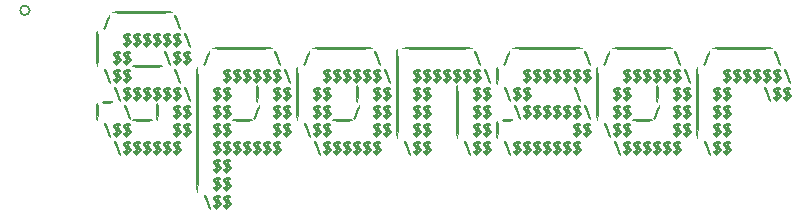
<source format=gbr>
G04 #@! TF.GenerationSoftware,KiCad,Pcbnew,(5.0.0)*
G04 #@! TF.CreationDate,2019-01-28T14:06:35-05:00*
G04 #@! TF.ProjectId,save,736176652E6B696361645F7063620000,rev?*
G04 #@! TF.SameCoordinates,Original*
G04 #@! TF.FileFunction,Legend,Top*
G04 #@! TF.FilePolarity,Positive*
%FSLAX46Y46*%
G04 Gerber Fmt 4.6, Leading zero omitted, Abs format (unit mm)*
G04 Created by KiCad (PCBNEW (5.0.0)) date 01/28/19 14:06:35*
%MOMM*%
%LPD*%
G01*
G04 APERTURE LIST*
%ADD10C,0.150000*%
%ADD11C,0.010000*%
G04 APERTURE END LIST*
D10*
G04 #@! TO.C,J2*
X76981000Y-92837000D02*
G75*
G03X76981000Y-92837000I-400000J0D01*
G01*
D11*
G04 #@! TO.C,G\002A\002A\002A*
G36*
X87285231Y-92882123D02*
X87940319Y-92890369D01*
X88446656Y-92903882D01*
X88798630Y-92922478D01*
X88990634Y-92945967D01*
X89027000Y-92964000D01*
X88943299Y-92990608D01*
X88695937Y-93012444D01*
X88290522Y-93029322D01*
X87732665Y-93041054D01*
X87027975Y-93047454D01*
X86487000Y-93048667D01*
X85688769Y-93045876D01*
X85033680Y-93037631D01*
X84527344Y-93024117D01*
X84175369Y-93005522D01*
X83983366Y-92982032D01*
X83947000Y-92964000D01*
X84030701Y-92937392D01*
X84278063Y-92915556D01*
X84683477Y-92898678D01*
X85241334Y-92886945D01*
X85946024Y-92880545D01*
X86487000Y-92879333D01*
X87285231Y-92882123D01*
X87285231Y-92882123D01*
G37*
X87285231Y-92882123D02*
X87940319Y-92890369D01*
X88446656Y-92903882D01*
X88798630Y-92922478D01*
X88990634Y-92945967D01*
X89027000Y-92964000D01*
X88943299Y-92990608D01*
X88695937Y-93012444D01*
X88290522Y-93029322D01*
X87732665Y-93041054D01*
X87027975Y-93047454D01*
X86487000Y-93048667D01*
X85688769Y-93045876D01*
X85033680Y-93037631D01*
X84527344Y-93024117D01*
X84175369Y-93005522D01*
X83983366Y-92982032D01*
X83947000Y-92964000D01*
X84030701Y-92937392D01*
X84278063Y-92915556D01*
X84683477Y-92898678D01*
X85241334Y-92886945D01*
X85946024Y-92880545D01*
X86487000Y-92879333D01*
X87285231Y-92882123D01*
G36*
X89255651Y-93246676D02*
X89273575Y-93264567D01*
X89348487Y-93384026D01*
X89446909Y-93592540D01*
X89551076Y-93844115D01*
X89643221Y-94092757D01*
X89705580Y-94292471D01*
X89720387Y-94397264D01*
X89713429Y-94403333D01*
X89652288Y-94330991D01*
X89551358Y-94140645D01*
X89431693Y-93872316D01*
X89423027Y-93851323D01*
X89286038Y-93508429D01*
X89215160Y-93303879D01*
X89206370Y-93221890D01*
X89255651Y-93246676D01*
X89255651Y-93246676D01*
G37*
X89255651Y-93246676D02*
X89273575Y-93264567D01*
X89348487Y-93384026D01*
X89446909Y-93592540D01*
X89551076Y-93844115D01*
X89643221Y-94092757D01*
X89705580Y-94292471D01*
X89720387Y-94397264D01*
X89713429Y-94403333D01*
X89652288Y-94330991D01*
X89551358Y-94140645D01*
X89431693Y-93872316D01*
X89423027Y-93851323D01*
X89286038Y-93508429D01*
X89215160Y-93303879D01*
X89206370Y-93221890D01*
X89255651Y-93246676D01*
G36*
X83737979Y-93234756D02*
X83729464Y-93328148D01*
X83666495Y-93525300D01*
X83569209Y-93777953D01*
X83457745Y-94037848D01*
X83352243Y-94256727D01*
X83272840Y-94386331D01*
X83250595Y-94402683D01*
X83229993Y-94337253D01*
X83263624Y-94212833D01*
X83415445Y-93840847D01*
X83552640Y-93534921D01*
X83661549Y-93323219D01*
X83728512Y-93233905D01*
X83737979Y-93234756D01*
X83737979Y-93234756D01*
G37*
X83737979Y-93234756D02*
X83729464Y-93328148D01*
X83666495Y-93525300D01*
X83569209Y-93777953D01*
X83457745Y-94037848D01*
X83352243Y-94256727D01*
X83272840Y-94386331D01*
X83250595Y-94402683D01*
X83229993Y-94337253D01*
X83263624Y-94212833D01*
X83415445Y-93840847D01*
X83552640Y-93534921D01*
X83661549Y-93323219D01*
X83728512Y-93233905D01*
X83737979Y-93234756D01*
G36*
X90102317Y-94770676D02*
X90120241Y-94788567D01*
X90195154Y-94908026D01*
X90293576Y-95116540D01*
X90397742Y-95368115D01*
X90489888Y-95616757D01*
X90552247Y-95816471D01*
X90567054Y-95921264D01*
X90560095Y-95927333D01*
X90498954Y-95854991D01*
X90398024Y-95664645D01*
X90278360Y-95396316D01*
X90269693Y-95375323D01*
X90132705Y-95032429D01*
X90061826Y-94827879D01*
X90053037Y-94745890D01*
X90102317Y-94770676D01*
X90102317Y-94770676D01*
G37*
X90102317Y-94770676D02*
X90120241Y-94788567D01*
X90195154Y-94908026D01*
X90293576Y-95116540D01*
X90397742Y-95368115D01*
X90489888Y-95616757D01*
X90552247Y-95816471D01*
X90567054Y-95921264D01*
X90560095Y-95927333D01*
X90498954Y-95854991D01*
X90398024Y-95664645D01*
X90278360Y-95396316D01*
X90269693Y-95375323D01*
X90132705Y-95032429D01*
X90061826Y-94827879D01*
X90053037Y-94745890D01*
X90102317Y-94770676D01*
G36*
X89616340Y-94780326D02*
X89674666Y-94888850D01*
X89630033Y-94911333D01*
X89546693Y-94972834D01*
X89550058Y-95120091D01*
X89634006Y-95297238D01*
X89678398Y-95352786D01*
X89763634Y-95467142D01*
X89748658Y-95561909D01*
X89619935Y-95698340D01*
X89597426Y-95719286D01*
X89436358Y-95864944D01*
X89347585Y-95910214D01*
X89276483Y-95866799D01*
X89217500Y-95800686D01*
X89119519Y-95656113D01*
X89159031Y-95603993D01*
X89212471Y-95609833D01*
X89311606Y-95569169D01*
X89316594Y-95551330D01*
X89450333Y-95551330D01*
X89491379Y-95638965D01*
X89535000Y-95631000D01*
X89616437Y-95522757D01*
X89619667Y-95499003D01*
X89555088Y-95421614D01*
X89535000Y-95419333D01*
X89460695Y-95488249D01*
X89450333Y-95551330D01*
X89316594Y-95551330D01*
X89347289Y-95441570D01*
X89312799Y-95299649D01*
X89247365Y-95232860D01*
X89126696Y-95096703D01*
X89131976Y-95043330D01*
X89281000Y-95043330D01*
X89322046Y-95130965D01*
X89365667Y-95123000D01*
X89447104Y-95014757D01*
X89450333Y-94991003D01*
X89385754Y-94913614D01*
X89365667Y-94911333D01*
X89291362Y-94980249D01*
X89281000Y-95043330D01*
X89131976Y-95043330D01*
X89141778Y-94944262D01*
X89259833Y-94851352D01*
X89411885Y-94768016D01*
X89457807Y-94723001D01*
X89541797Y-94716930D01*
X89616340Y-94780326D01*
X89616340Y-94780326D01*
G37*
X89616340Y-94780326D02*
X89674666Y-94888850D01*
X89630033Y-94911333D01*
X89546693Y-94972834D01*
X89550058Y-95120091D01*
X89634006Y-95297238D01*
X89678398Y-95352786D01*
X89763634Y-95467142D01*
X89748658Y-95561909D01*
X89619935Y-95698340D01*
X89597426Y-95719286D01*
X89436358Y-95864944D01*
X89347585Y-95910214D01*
X89276483Y-95866799D01*
X89217500Y-95800686D01*
X89119519Y-95656113D01*
X89159031Y-95603993D01*
X89212471Y-95609833D01*
X89311606Y-95569169D01*
X89316594Y-95551330D01*
X89450333Y-95551330D01*
X89491379Y-95638965D01*
X89535000Y-95631000D01*
X89616437Y-95522757D01*
X89619667Y-95499003D01*
X89555088Y-95421614D01*
X89535000Y-95419333D01*
X89460695Y-95488249D01*
X89450333Y-95551330D01*
X89316594Y-95551330D01*
X89347289Y-95441570D01*
X89312799Y-95299649D01*
X89247365Y-95232860D01*
X89126696Y-95096703D01*
X89131976Y-95043330D01*
X89281000Y-95043330D01*
X89322046Y-95130965D01*
X89365667Y-95123000D01*
X89447104Y-95014757D01*
X89450333Y-94991003D01*
X89385754Y-94913614D01*
X89365667Y-94911333D01*
X89291362Y-94980249D01*
X89281000Y-95043330D01*
X89131976Y-95043330D01*
X89141778Y-94944262D01*
X89259833Y-94851352D01*
X89411885Y-94768016D01*
X89457807Y-94723001D01*
X89541797Y-94716930D01*
X89616340Y-94780326D01*
G36*
X88769674Y-94780326D02*
X88827999Y-94888850D01*
X88783367Y-94911333D01*
X88700027Y-94972834D01*
X88703391Y-95120091D01*
X88787340Y-95297238D01*
X88831731Y-95352786D01*
X88916968Y-95467142D01*
X88901991Y-95561909D01*
X88773269Y-95698340D01*
X88750760Y-95719286D01*
X88589691Y-95864944D01*
X88500918Y-95910214D01*
X88429817Y-95866799D01*
X88370833Y-95800686D01*
X88272852Y-95656113D01*
X88312364Y-95603993D01*
X88365805Y-95609833D01*
X88464940Y-95569169D01*
X88469928Y-95551330D01*
X88603667Y-95551330D01*
X88644712Y-95638965D01*
X88688333Y-95631000D01*
X88769770Y-95522757D01*
X88773000Y-95499003D01*
X88708421Y-95421614D01*
X88688333Y-95419333D01*
X88614029Y-95488249D01*
X88603667Y-95551330D01*
X88469928Y-95551330D01*
X88500623Y-95441570D01*
X88466132Y-95299649D01*
X88400699Y-95232860D01*
X88280029Y-95096703D01*
X88285309Y-95043330D01*
X88434333Y-95043330D01*
X88475379Y-95130965D01*
X88519000Y-95123000D01*
X88600437Y-95014757D01*
X88603667Y-94991003D01*
X88539088Y-94913614D01*
X88519000Y-94911333D01*
X88444695Y-94980249D01*
X88434333Y-95043330D01*
X88285309Y-95043330D01*
X88295111Y-94944262D01*
X88413167Y-94851352D01*
X88565218Y-94768016D01*
X88611140Y-94723001D01*
X88695131Y-94716930D01*
X88769674Y-94780326D01*
X88769674Y-94780326D01*
G37*
X88769674Y-94780326D02*
X88827999Y-94888850D01*
X88783367Y-94911333D01*
X88700027Y-94972834D01*
X88703391Y-95120091D01*
X88787340Y-95297238D01*
X88831731Y-95352786D01*
X88916968Y-95467142D01*
X88901991Y-95561909D01*
X88773269Y-95698340D01*
X88750760Y-95719286D01*
X88589691Y-95864944D01*
X88500918Y-95910214D01*
X88429817Y-95866799D01*
X88370833Y-95800686D01*
X88272852Y-95656113D01*
X88312364Y-95603993D01*
X88365805Y-95609833D01*
X88464940Y-95569169D01*
X88469928Y-95551330D01*
X88603667Y-95551330D01*
X88644712Y-95638965D01*
X88688333Y-95631000D01*
X88769770Y-95522757D01*
X88773000Y-95499003D01*
X88708421Y-95421614D01*
X88688333Y-95419333D01*
X88614029Y-95488249D01*
X88603667Y-95551330D01*
X88469928Y-95551330D01*
X88500623Y-95441570D01*
X88466132Y-95299649D01*
X88400699Y-95232860D01*
X88280029Y-95096703D01*
X88285309Y-95043330D01*
X88434333Y-95043330D01*
X88475379Y-95130965D01*
X88519000Y-95123000D01*
X88600437Y-95014757D01*
X88603667Y-94991003D01*
X88539088Y-94913614D01*
X88519000Y-94911333D01*
X88444695Y-94980249D01*
X88434333Y-95043330D01*
X88285309Y-95043330D01*
X88295111Y-94944262D01*
X88413167Y-94851352D01*
X88565218Y-94768016D01*
X88611140Y-94723001D01*
X88695131Y-94716930D01*
X88769674Y-94780326D01*
G36*
X87923007Y-94780326D02*
X87981333Y-94888850D01*
X87936700Y-94911333D01*
X87853360Y-94972834D01*
X87856724Y-95120091D01*
X87940673Y-95297238D01*
X87985064Y-95352786D01*
X88070301Y-95467142D01*
X88055325Y-95561909D01*
X87926602Y-95698340D01*
X87904093Y-95719286D01*
X87743024Y-95864944D01*
X87654252Y-95910214D01*
X87583150Y-95866799D01*
X87524167Y-95800686D01*
X87426185Y-95656113D01*
X87465698Y-95603993D01*
X87519138Y-95609833D01*
X87618273Y-95569169D01*
X87623261Y-95551330D01*
X87757000Y-95551330D01*
X87798046Y-95638965D01*
X87841667Y-95631000D01*
X87923104Y-95522757D01*
X87926333Y-95499003D01*
X87861754Y-95421614D01*
X87841667Y-95419333D01*
X87767362Y-95488249D01*
X87757000Y-95551330D01*
X87623261Y-95551330D01*
X87653956Y-95441570D01*
X87619466Y-95299649D01*
X87554032Y-95232860D01*
X87433362Y-95096703D01*
X87438642Y-95043330D01*
X87587667Y-95043330D01*
X87628712Y-95130965D01*
X87672333Y-95123000D01*
X87753770Y-95014757D01*
X87757000Y-94991003D01*
X87692421Y-94913614D01*
X87672333Y-94911333D01*
X87598029Y-94980249D01*
X87587667Y-95043330D01*
X87438642Y-95043330D01*
X87448445Y-94944262D01*
X87566500Y-94851352D01*
X87718551Y-94768016D01*
X87764473Y-94723001D01*
X87848464Y-94716930D01*
X87923007Y-94780326D01*
X87923007Y-94780326D01*
G37*
X87923007Y-94780326D02*
X87981333Y-94888850D01*
X87936700Y-94911333D01*
X87853360Y-94972834D01*
X87856724Y-95120091D01*
X87940673Y-95297238D01*
X87985064Y-95352786D01*
X88070301Y-95467142D01*
X88055325Y-95561909D01*
X87926602Y-95698340D01*
X87904093Y-95719286D01*
X87743024Y-95864944D01*
X87654252Y-95910214D01*
X87583150Y-95866799D01*
X87524167Y-95800686D01*
X87426185Y-95656113D01*
X87465698Y-95603993D01*
X87519138Y-95609833D01*
X87618273Y-95569169D01*
X87623261Y-95551330D01*
X87757000Y-95551330D01*
X87798046Y-95638965D01*
X87841667Y-95631000D01*
X87923104Y-95522757D01*
X87926333Y-95499003D01*
X87861754Y-95421614D01*
X87841667Y-95419333D01*
X87767362Y-95488249D01*
X87757000Y-95551330D01*
X87623261Y-95551330D01*
X87653956Y-95441570D01*
X87619466Y-95299649D01*
X87554032Y-95232860D01*
X87433362Y-95096703D01*
X87438642Y-95043330D01*
X87587667Y-95043330D01*
X87628712Y-95130965D01*
X87672333Y-95123000D01*
X87753770Y-95014757D01*
X87757000Y-94991003D01*
X87692421Y-94913614D01*
X87672333Y-94911333D01*
X87598029Y-94980249D01*
X87587667Y-95043330D01*
X87438642Y-95043330D01*
X87448445Y-94944262D01*
X87566500Y-94851352D01*
X87718551Y-94768016D01*
X87764473Y-94723001D01*
X87848464Y-94716930D01*
X87923007Y-94780326D01*
G36*
X87076340Y-94780326D02*
X87134666Y-94888850D01*
X87090033Y-94911333D01*
X87006693Y-94972834D01*
X87010058Y-95120091D01*
X87094006Y-95297238D01*
X87138398Y-95352786D01*
X87223634Y-95467142D01*
X87208658Y-95561909D01*
X87079935Y-95698340D01*
X87057426Y-95719286D01*
X86896358Y-95864944D01*
X86807585Y-95910214D01*
X86736483Y-95866799D01*
X86677500Y-95800686D01*
X86579519Y-95656113D01*
X86619031Y-95603993D01*
X86672471Y-95609833D01*
X86771606Y-95569169D01*
X86776594Y-95551330D01*
X86910333Y-95551330D01*
X86951379Y-95638965D01*
X86995000Y-95631000D01*
X87076437Y-95522757D01*
X87079667Y-95499003D01*
X87015088Y-95421614D01*
X86995000Y-95419333D01*
X86920695Y-95488249D01*
X86910333Y-95551330D01*
X86776594Y-95551330D01*
X86807289Y-95441570D01*
X86772799Y-95299649D01*
X86707365Y-95232860D01*
X86586696Y-95096703D01*
X86591976Y-95043330D01*
X86741000Y-95043330D01*
X86782046Y-95130965D01*
X86825667Y-95123000D01*
X86907104Y-95014757D01*
X86910333Y-94991003D01*
X86845754Y-94913614D01*
X86825667Y-94911333D01*
X86751362Y-94980249D01*
X86741000Y-95043330D01*
X86591976Y-95043330D01*
X86601778Y-94944262D01*
X86719833Y-94851352D01*
X86871885Y-94768016D01*
X86917807Y-94723001D01*
X87001797Y-94716930D01*
X87076340Y-94780326D01*
X87076340Y-94780326D01*
G37*
X87076340Y-94780326D02*
X87134666Y-94888850D01*
X87090033Y-94911333D01*
X87006693Y-94972834D01*
X87010058Y-95120091D01*
X87094006Y-95297238D01*
X87138398Y-95352786D01*
X87223634Y-95467142D01*
X87208658Y-95561909D01*
X87079935Y-95698340D01*
X87057426Y-95719286D01*
X86896358Y-95864944D01*
X86807585Y-95910214D01*
X86736483Y-95866799D01*
X86677500Y-95800686D01*
X86579519Y-95656113D01*
X86619031Y-95603993D01*
X86672471Y-95609833D01*
X86771606Y-95569169D01*
X86776594Y-95551330D01*
X86910333Y-95551330D01*
X86951379Y-95638965D01*
X86995000Y-95631000D01*
X87076437Y-95522757D01*
X87079667Y-95499003D01*
X87015088Y-95421614D01*
X86995000Y-95419333D01*
X86920695Y-95488249D01*
X86910333Y-95551330D01*
X86776594Y-95551330D01*
X86807289Y-95441570D01*
X86772799Y-95299649D01*
X86707365Y-95232860D01*
X86586696Y-95096703D01*
X86591976Y-95043330D01*
X86741000Y-95043330D01*
X86782046Y-95130965D01*
X86825667Y-95123000D01*
X86907104Y-95014757D01*
X86910333Y-94991003D01*
X86845754Y-94913614D01*
X86825667Y-94911333D01*
X86751362Y-94980249D01*
X86741000Y-95043330D01*
X86591976Y-95043330D01*
X86601778Y-94944262D01*
X86719833Y-94851352D01*
X86871885Y-94768016D01*
X86917807Y-94723001D01*
X87001797Y-94716930D01*
X87076340Y-94780326D01*
G36*
X86229674Y-94780326D02*
X86287999Y-94888850D01*
X86243367Y-94911333D01*
X86160027Y-94972834D01*
X86163391Y-95120091D01*
X86247340Y-95297238D01*
X86291731Y-95352786D01*
X86376968Y-95467142D01*
X86361991Y-95561909D01*
X86233269Y-95698340D01*
X86210760Y-95719286D01*
X86049691Y-95864944D01*
X85960918Y-95910214D01*
X85889817Y-95866799D01*
X85830833Y-95800686D01*
X85732852Y-95656113D01*
X85772364Y-95603993D01*
X85825805Y-95609833D01*
X85924940Y-95569169D01*
X85929928Y-95551330D01*
X86063667Y-95551330D01*
X86104712Y-95638965D01*
X86148333Y-95631000D01*
X86229770Y-95522757D01*
X86233000Y-95499003D01*
X86168421Y-95421614D01*
X86148333Y-95419333D01*
X86074029Y-95488249D01*
X86063667Y-95551330D01*
X85929928Y-95551330D01*
X85960623Y-95441570D01*
X85926132Y-95299649D01*
X85860699Y-95232860D01*
X85740029Y-95096703D01*
X85745309Y-95043330D01*
X85894333Y-95043330D01*
X85935379Y-95130965D01*
X85979000Y-95123000D01*
X86060437Y-95014757D01*
X86063667Y-94991003D01*
X85999088Y-94913614D01*
X85979000Y-94911333D01*
X85904695Y-94980249D01*
X85894333Y-95043330D01*
X85745309Y-95043330D01*
X85755111Y-94944262D01*
X85873167Y-94851352D01*
X86025218Y-94768016D01*
X86071140Y-94723001D01*
X86155131Y-94716930D01*
X86229674Y-94780326D01*
X86229674Y-94780326D01*
G37*
X86229674Y-94780326D02*
X86287999Y-94888850D01*
X86243367Y-94911333D01*
X86160027Y-94972834D01*
X86163391Y-95120091D01*
X86247340Y-95297238D01*
X86291731Y-95352786D01*
X86376968Y-95467142D01*
X86361991Y-95561909D01*
X86233269Y-95698340D01*
X86210760Y-95719286D01*
X86049691Y-95864944D01*
X85960918Y-95910214D01*
X85889817Y-95866799D01*
X85830833Y-95800686D01*
X85732852Y-95656113D01*
X85772364Y-95603993D01*
X85825805Y-95609833D01*
X85924940Y-95569169D01*
X85929928Y-95551330D01*
X86063667Y-95551330D01*
X86104712Y-95638965D01*
X86148333Y-95631000D01*
X86229770Y-95522757D01*
X86233000Y-95499003D01*
X86168421Y-95421614D01*
X86148333Y-95419333D01*
X86074029Y-95488249D01*
X86063667Y-95551330D01*
X85929928Y-95551330D01*
X85960623Y-95441570D01*
X85926132Y-95299649D01*
X85860699Y-95232860D01*
X85740029Y-95096703D01*
X85745309Y-95043330D01*
X85894333Y-95043330D01*
X85935379Y-95130965D01*
X85979000Y-95123000D01*
X86060437Y-95014757D01*
X86063667Y-94991003D01*
X85999088Y-94913614D01*
X85979000Y-94911333D01*
X85904695Y-94980249D01*
X85894333Y-95043330D01*
X85745309Y-95043330D01*
X85755111Y-94944262D01*
X85873167Y-94851352D01*
X86025218Y-94768016D01*
X86071140Y-94723001D01*
X86155131Y-94716930D01*
X86229674Y-94780326D01*
G36*
X85383007Y-94780326D02*
X85441333Y-94888850D01*
X85396700Y-94911333D01*
X85313360Y-94972834D01*
X85316724Y-95120091D01*
X85400673Y-95297238D01*
X85445064Y-95352786D01*
X85530301Y-95467142D01*
X85515325Y-95561909D01*
X85386602Y-95698340D01*
X85364093Y-95719286D01*
X85203024Y-95864944D01*
X85114252Y-95910214D01*
X85043150Y-95866799D01*
X84984167Y-95800686D01*
X84886185Y-95656113D01*
X84925698Y-95603993D01*
X84979138Y-95609833D01*
X85078273Y-95569169D01*
X85083261Y-95551330D01*
X85217000Y-95551330D01*
X85258046Y-95638965D01*
X85301667Y-95631000D01*
X85383104Y-95522757D01*
X85386333Y-95499003D01*
X85321754Y-95421614D01*
X85301667Y-95419333D01*
X85227362Y-95488249D01*
X85217000Y-95551330D01*
X85083261Y-95551330D01*
X85113956Y-95441570D01*
X85079466Y-95299649D01*
X85014032Y-95232860D01*
X84893362Y-95096703D01*
X84898642Y-95043330D01*
X85047667Y-95043330D01*
X85088712Y-95130965D01*
X85132333Y-95123000D01*
X85213770Y-95014757D01*
X85217000Y-94991003D01*
X85152421Y-94913614D01*
X85132333Y-94911333D01*
X85058029Y-94980249D01*
X85047667Y-95043330D01*
X84898642Y-95043330D01*
X84908445Y-94944262D01*
X85026500Y-94851352D01*
X85178551Y-94768016D01*
X85224473Y-94723001D01*
X85308464Y-94716930D01*
X85383007Y-94780326D01*
X85383007Y-94780326D01*
G37*
X85383007Y-94780326D02*
X85441333Y-94888850D01*
X85396700Y-94911333D01*
X85313360Y-94972834D01*
X85316724Y-95120091D01*
X85400673Y-95297238D01*
X85445064Y-95352786D01*
X85530301Y-95467142D01*
X85515325Y-95561909D01*
X85386602Y-95698340D01*
X85364093Y-95719286D01*
X85203024Y-95864944D01*
X85114252Y-95910214D01*
X85043150Y-95866799D01*
X84984167Y-95800686D01*
X84886185Y-95656113D01*
X84925698Y-95603993D01*
X84979138Y-95609833D01*
X85078273Y-95569169D01*
X85083261Y-95551330D01*
X85217000Y-95551330D01*
X85258046Y-95638965D01*
X85301667Y-95631000D01*
X85383104Y-95522757D01*
X85386333Y-95499003D01*
X85321754Y-95421614D01*
X85301667Y-95419333D01*
X85227362Y-95488249D01*
X85217000Y-95551330D01*
X85083261Y-95551330D01*
X85113956Y-95441570D01*
X85079466Y-95299649D01*
X85014032Y-95232860D01*
X84893362Y-95096703D01*
X84898642Y-95043330D01*
X85047667Y-95043330D01*
X85088712Y-95130965D01*
X85132333Y-95123000D01*
X85213770Y-95014757D01*
X85217000Y-94991003D01*
X85152421Y-94913614D01*
X85132333Y-94911333D01*
X85058029Y-94980249D01*
X85047667Y-95043330D01*
X84898642Y-95043330D01*
X84908445Y-94944262D01*
X85026500Y-94851352D01*
X85178551Y-94768016D01*
X85224473Y-94723001D01*
X85308464Y-94716930D01*
X85383007Y-94780326D01*
G36*
X138085231Y-95930123D02*
X138740319Y-95938369D01*
X139246656Y-95951882D01*
X139598630Y-95970478D01*
X139790634Y-95993967D01*
X139827000Y-96012000D01*
X139743299Y-96038608D01*
X139495937Y-96060444D01*
X139090522Y-96077322D01*
X138532665Y-96089054D01*
X137827975Y-96095454D01*
X137287000Y-96096667D01*
X136488769Y-96093876D01*
X135833680Y-96085631D01*
X135327344Y-96072117D01*
X134975369Y-96053522D01*
X134783366Y-96030032D01*
X134747000Y-96012000D01*
X134830701Y-95985392D01*
X135078063Y-95963556D01*
X135483477Y-95946678D01*
X136041334Y-95934945D01*
X136746024Y-95928545D01*
X137287000Y-95927333D01*
X138085231Y-95930123D01*
X138085231Y-95930123D01*
G37*
X138085231Y-95930123D02*
X138740319Y-95938369D01*
X139246656Y-95951882D01*
X139598630Y-95970478D01*
X139790634Y-95993967D01*
X139827000Y-96012000D01*
X139743299Y-96038608D01*
X139495937Y-96060444D01*
X139090522Y-96077322D01*
X138532665Y-96089054D01*
X137827975Y-96095454D01*
X137287000Y-96096667D01*
X136488769Y-96093876D01*
X135833680Y-96085631D01*
X135327344Y-96072117D01*
X134975369Y-96053522D01*
X134783366Y-96030032D01*
X134747000Y-96012000D01*
X134830701Y-95985392D01*
X135078063Y-95963556D01*
X135483477Y-95946678D01*
X136041334Y-95934945D01*
X136746024Y-95928545D01*
X137287000Y-95927333D01*
X138085231Y-95930123D01*
G36*
X129618564Y-95930123D02*
X130273653Y-95938369D01*
X130779989Y-95951882D01*
X131131964Y-95970478D01*
X131323967Y-95993967D01*
X131360333Y-96012000D01*
X131276632Y-96038608D01*
X131029270Y-96060444D01*
X130623856Y-96077322D01*
X130065999Y-96089054D01*
X129361309Y-96095454D01*
X128820333Y-96096667D01*
X128022102Y-96093876D01*
X127367014Y-96085631D01*
X126860677Y-96072117D01*
X126508703Y-96053522D01*
X126316699Y-96030032D01*
X126280333Y-96012000D01*
X126364034Y-95985392D01*
X126611396Y-95963556D01*
X127016811Y-95946678D01*
X127574668Y-95934945D01*
X128279358Y-95928545D01*
X128820333Y-95927333D01*
X129618564Y-95930123D01*
X129618564Y-95930123D01*
G37*
X129618564Y-95930123D02*
X130273653Y-95938369D01*
X130779989Y-95951882D01*
X131131964Y-95970478D01*
X131323967Y-95993967D01*
X131360333Y-96012000D01*
X131276632Y-96038608D01*
X131029270Y-96060444D01*
X130623856Y-96077322D01*
X130065999Y-96089054D01*
X129361309Y-96095454D01*
X128820333Y-96096667D01*
X128022102Y-96093876D01*
X127367014Y-96085631D01*
X126860677Y-96072117D01*
X126508703Y-96053522D01*
X126316699Y-96030032D01*
X126280333Y-96012000D01*
X126364034Y-95985392D01*
X126611396Y-95963556D01*
X127016811Y-95946678D01*
X127574668Y-95934945D01*
X128279358Y-95928545D01*
X128820333Y-95927333D01*
X129618564Y-95930123D01*
G36*
X121651695Y-95929730D02*
X122380045Y-95936835D01*
X122957537Y-95948518D01*
X123379659Y-95964652D01*
X123641898Y-95985106D01*
X123739742Y-96009753D01*
X123740333Y-96012000D01*
X123656443Y-96036991D01*
X123407780Y-96057801D01*
X122998857Y-96074301D01*
X122434186Y-96086362D01*
X121718280Y-96093854D01*
X120855651Y-96096650D01*
X120777000Y-96096667D01*
X119902304Y-96094270D01*
X119173954Y-96087165D01*
X118596462Y-96075481D01*
X118174341Y-96059348D01*
X117912102Y-96038894D01*
X117814258Y-96014247D01*
X117813667Y-96012000D01*
X117897557Y-95987009D01*
X118146220Y-95966199D01*
X118555143Y-95949699D01*
X119119813Y-95937638D01*
X119835719Y-95930146D01*
X120698348Y-95927350D01*
X120777000Y-95927333D01*
X121651695Y-95929730D01*
X121651695Y-95929730D01*
G37*
X121651695Y-95929730D02*
X122380045Y-95936835D01*
X122957537Y-95948518D01*
X123379659Y-95964652D01*
X123641898Y-95985106D01*
X123739742Y-96009753D01*
X123740333Y-96012000D01*
X123656443Y-96036991D01*
X123407780Y-96057801D01*
X122998857Y-96074301D01*
X122434186Y-96086362D01*
X121718280Y-96093854D01*
X120855651Y-96096650D01*
X120777000Y-96096667D01*
X119902304Y-96094270D01*
X119173954Y-96087165D01*
X118596462Y-96075481D01*
X118174341Y-96059348D01*
X117912102Y-96038894D01*
X117814258Y-96014247D01*
X117813667Y-96012000D01*
X117897557Y-95987009D01*
X118146220Y-95966199D01*
X118555143Y-95949699D01*
X119119813Y-95937638D01*
X119835719Y-95930146D01*
X120698348Y-95927350D01*
X120777000Y-95927333D01*
X121651695Y-95929730D01*
G36*
X112338362Y-95929730D02*
X113066712Y-95936835D01*
X113644204Y-95948518D01*
X114066326Y-95964652D01*
X114328564Y-95985106D01*
X114426408Y-96009753D01*
X114427000Y-96012000D01*
X114343109Y-96036991D01*
X114094447Y-96057801D01*
X113685524Y-96074301D01*
X113120853Y-96086362D01*
X112404947Y-96093854D01*
X111542318Y-96096650D01*
X111463667Y-96096667D01*
X110588971Y-96094270D01*
X109860621Y-96087165D01*
X109283129Y-96075481D01*
X108861007Y-96059348D01*
X108598769Y-96038894D01*
X108500925Y-96014247D01*
X108500333Y-96012000D01*
X108584224Y-95987009D01*
X108832886Y-95966199D01*
X109241809Y-95949699D01*
X109806480Y-95937638D01*
X110522386Y-95930146D01*
X111385015Y-95927350D01*
X111463667Y-95927333D01*
X112338362Y-95929730D01*
X112338362Y-95929730D01*
G37*
X112338362Y-95929730D02*
X113066712Y-95936835D01*
X113644204Y-95948518D01*
X114066326Y-95964652D01*
X114328564Y-95985106D01*
X114426408Y-96009753D01*
X114427000Y-96012000D01*
X114343109Y-96036991D01*
X114094447Y-96057801D01*
X113685524Y-96074301D01*
X113120853Y-96086362D01*
X112404947Y-96093854D01*
X111542318Y-96096650D01*
X111463667Y-96096667D01*
X110588971Y-96094270D01*
X109860621Y-96087165D01*
X109283129Y-96075481D01*
X108861007Y-96059348D01*
X108598769Y-96038894D01*
X108500925Y-96014247D01*
X108500333Y-96012000D01*
X108584224Y-95987009D01*
X108832886Y-95966199D01*
X109241809Y-95949699D01*
X109806480Y-95937638D01*
X110522386Y-95930146D01*
X111385015Y-95927350D01*
X111463667Y-95927333D01*
X112338362Y-95929730D01*
G36*
X104218564Y-95930123D02*
X104873653Y-95938369D01*
X105379989Y-95951882D01*
X105731964Y-95970478D01*
X105923967Y-95993967D01*
X105960333Y-96012000D01*
X105876632Y-96038608D01*
X105629270Y-96060444D01*
X105223856Y-96077322D01*
X104665999Y-96089054D01*
X103961309Y-96095454D01*
X103420333Y-96096667D01*
X102622102Y-96093876D01*
X101967014Y-96085631D01*
X101460677Y-96072117D01*
X101108703Y-96053522D01*
X100916699Y-96030032D01*
X100880333Y-96012000D01*
X100964034Y-95985392D01*
X101211396Y-95963556D01*
X101616811Y-95946678D01*
X102174668Y-95934945D01*
X102879358Y-95928545D01*
X103420333Y-95927333D01*
X104218564Y-95930123D01*
X104218564Y-95930123D01*
G37*
X104218564Y-95930123D02*
X104873653Y-95938369D01*
X105379989Y-95951882D01*
X105731964Y-95970478D01*
X105923967Y-95993967D01*
X105960333Y-96012000D01*
X105876632Y-96038608D01*
X105629270Y-96060444D01*
X105223856Y-96077322D01*
X104665999Y-96089054D01*
X103961309Y-96095454D01*
X103420333Y-96096667D01*
X102622102Y-96093876D01*
X101967014Y-96085631D01*
X101460677Y-96072117D01*
X101108703Y-96053522D01*
X100916699Y-96030032D01*
X100880333Y-96012000D01*
X100964034Y-95985392D01*
X101211396Y-95963556D01*
X101616811Y-95946678D01*
X102174668Y-95934945D01*
X102879358Y-95928545D01*
X103420333Y-95927333D01*
X104218564Y-95930123D01*
G36*
X95751897Y-95930123D02*
X96406986Y-95938369D01*
X96913322Y-95951882D01*
X97265297Y-95970478D01*
X97457301Y-95993967D01*
X97493667Y-96012000D01*
X97409966Y-96038608D01*
X97162603Y-96060444D01*
X96757189Y-96077322D01*
X96199332Y-96089054D01*
X95494642Y-96095454D01*
X94953667Y-96096667D01*
X94155436Y-96093876D01*
X93500347Y-96085631D01*
X92994011Y-96072117D01*
X92642036Y-96053522D01*
X92450032Y-96030032D01*
X92413667Y-96012000D01*
X92497367Y-95985392D01*
X92744730Y-95963556D01*
X93150144Y-95946678D01*
X93708001Y-95934945D01*
X94412691Y-95928545D01*
X94953667Y-95927333D01*
X95751897Y-95930123D01*
X95751897Y-95930123D01*
G37*
X95751897Y-95930123D02*
X96406986Y-95938369D01*
X96913322Y-95951882D01*
X97265297Y-95970478D01*
X97457301Y-95993967D01*
X97493667Y-96012000D01*
X97409966Y-96038608D01*
X97162603Y-96060444D01*
X96757189Y-96077322D01*
X96199332Y-96089054D01*
X95494642Y-96095454D01*
X94953667Y-96096667D01*
X94155436Y-96093876D01*
X93500347Y-96085631D01*
X92994011Y-96072117D01*
X92642036Y-96053522D01*
X92450032Y-96030032D01*
X92413667Y-96012000D01*
X92497367Y-95985392D01*
X92744730Y-95963556D01*
X93150144Y-95946678D01*
X93708001Y-95934945D01*
X94412691Y-95928545D01*
X94953667Y-95927333D01*
X95751897Y-95930123D01*
G36*
X140055651Y-96294676D02*
X140073575Y-96312567D01*
X140148487Y-96432026D01*
X140246909Y-96640540D01*
X140351076Y-96892115D01*
X140443221Y-97140757D01*
X140505580Y-97340471D01*
X140520387Y-97445264D01*
X140513429Y-97451333D01*
X140452288Y-97378991D01*
X140351358Y-97188645D01*
X140231693Y-96920316D01*
X140223027Y-96899323D01*
X140086038Y-96556429D01*
X140015160Y-96351879D01*
X140006370Y-96269890D01*
X140055651Y-96294676D01*
X140055651Y-96294676D01*
G37*
X140055651Y-96294676D02*
X140073575Y-96312567D01*
X140148487Y-96432026D01*
X140246909Y-96640540D01*
X140351076Y-96892115D01*
X140443221Y-97140757D01*
X140505580Y-97340471D01*
X140520387Y-97445264D01*
X140513429Y-97451333D01*
X140452288Y-97378991D01*
X140351358Y-97188645D01*
X140231693Y-96920316D01*
X140223027Y-96899323D01*
X140086038Y-96556429D01*
X140015160Y-96351879D01*
X140006370Y-96269890D01*
X140055651Y-96294676D01*
G36*
X134537979Y-96282756D02*
X134529464Y-96376148D01*
X134466495Y-96573300D01*
X134369209Y-96825953D01*
X134257745Y-97085848D01*
X134152243Y-97304727D01*
X134072840Y-97434331D01*
X134050595Y-97450683D01*
X134029993Y-97385253D01*
X134063624Y-97260833D01*
X134215445Y-96888847D01*
X134352640Y-96582921D01*
X134461549Y-96371219D01*
X134528512Y-96281905D01*
X134537979Y-96282756D01*
X134537979Y-96282756D01*
G37*
X134537979Y-96282756D02*
X134529464Y-96376148D01*
X134466495Y-96573300D01*
X134369209Y-96825953D01*
X134257745Y-97085848D01*
X134152243Y-97304727D01*
X134072840Y-97434331D01*
X134050595Y-97450683D01*
X134029993Y-97385253D01*
X134063624Y-97260833D01*
X134215445Y-96888847D01*
X134352640Y-96582921D01*
X134461549Y-96371219D01*
X134528512Y-96281905D01*
X134537979Y-96282756D01*
G36*
X131588984Y-96294676D02*
X131606908Y-96312567D01*
X131681820Y-96432026D01*
X131780242Y-96640540D01*
X131884409Y-96892115D01*
X131976554Y-97140757D01*
X132038914Y-97340471D01*
X132053721Y-97445264D01*
X132046762Y-97451333D01*
X131985621Y-97378991D01*
X131884691Y-97188645D01*
X131765027Y-96920316D01*
X131756360Y-96899323D01*
X131619371Y-96556429D01*
X131548493Y-96351879D01*
X131539704Y-96269890D01*
X131588984Y-96294676D01*
X131588984Y-96294676D01*
G37*
X131588984Y-96294676D02*
X131606908Y-96312567D01*
X131681820Y-96432026D01*
X131780242Y-96640540D01*
X131884409Y-96892115D01*
X131976554Y-97140757D01*
X132038914Y-97340471D01*
X132053721Y-97445264D01*
X132046762Y-97451333D01*
X131985621Y-97378991D01*
X131884691Y-97188645D01*
X131765027Y-96920316D01*
X131756360Y-96899323D01*
X131619371Y-96556429D01*
X131548493Y-96351879D01*
X131539704Y-96269890D01*
X131588984Y-96294676D01*
G36*
X126071312Y-96282756D02*
X126062797Y-96376148D01*
X125999828Y-96573300D01*
X125902542Y-96825953D01*
X125791079Y-97085848D01*
X125685576Y-97304727D01*
X125606173Y-97434331D01*
X125583929Y-97450683D01*
X125563327Y-97385253D01*
X125596957Y-97260833D01*
X125748779Y-96888847D01*
X125885974Y-96582921D01*
X125994882Y-96371219D01*
X126061846Y-96281905D01*
X126071312Y-96282756D01*
X126071312Y-96282756D01*
G37*
X126071312Y-96282756D02*
X126062797Y-96376148D01*
X125999828Y-96573300D01*
X125902542Y-96825953D01*
X125791079Y-97085848D01*
X125685576Y-97304727D01*
X125606173Y-97434331D01*
X125583929Y-97450683D01*
X125563327Y-97385253D01*
X125596957Y-97260833D01*
X125748779Y-96888847D01*
X125885974Y-96582921D01*
X125994882Y-96371219D01*
X126061846Y-96281905D01*
X126071312Y-96282756D01*
G36*
X123968984Y-96294676D02*
X123986908Y-96312567D01*
X124061820Y-96432026D01*
X124160242Y-96640540D01*
X124264409Y-96892115D01*
X124356554Y-97140757D01*
X124418914Y-97340471D01*
X124433721Y-97445264D01*
X124426762Y-97451333D01*
X124365621Y-97378991D01*
X124264691Y-97188645D01*
X124145027Y-96920316D01*
X124136360Y-96899323D01*
X123999371Y-96556429D01*
X123928493Y-96351879D01*
X123919704Y-96269890D01*
X123968984Y-96294676D01*
X123968984Y-96294676D01*
G37*
X123968984Y-96294676D02*
X123986908Y-96312567D01*
X124061820Y-96432026D01*
X124160242Y-96640540D01*
X124264409Y-96892115D01*
X124356554Y-97140757D01*
X124418914Y-97340471D01*
X124433721Y-97445264D01*
X124426762Y-97451333D01*
X124365621Y-97378991D01*
X124264691Y-97188645D01*
X124145027Y-96920316D01*
X124136360Y-96899323D01*
X123999371Y-96556429D01*
X123928493Y-96351879D01*
X123919704Y-96269890D01*
X123968984Y-96294676D01*
G36*
X117604645Y-96282756D02*
X117596131Y-96376148D01*
X117533161Y-96573300D01*
X117435876Y-96825953D01*
X117324412Y-97085848D01*
X117218910Y-97304727D01*
X117139507Y-97434331D01*
X117117262Y-97450683D01*
X117096660Y-97385253D01*
X117130291Y-97260833D01*
X117282112Y-96888847D01*
X117419307Y-96582921D01*
X117528216Y-96371219D01*
X117595179Y-96281905D01*
X117604645Y-96282756D01*
X117604645Y-96282756D01*
G37*
X117604645Y-96282756D02*
X117596131Y-96376148D01*
X117533161Y-96573300D01*
X117435876Y-96825953D01*
X117324412Y-97085848D01*
X117218910Y-97304727D01*
X117139507Y-97434331D01*
X117117262Y-97450683D01*
X117096660Y-97385253D01*
X117130291Y-97260833D01*
X117282112Y-96888847D01*
X117419307Y-96582921D01*
X117528216Y-96371219D01*
X117595179Y-96281905D01*
X117604645Y-96282756D01*
G36*
X114655651Y-96294676D02*
X114673575Y-96312567D01*
X114748487Y-96432026D01*
X114846909Y-96640540D01*
X114951076Y-96892115D01*
X115043221Y-97140757D01*
X115105580Y-97340471D01*
X115120387Y-97445264D01*
X115113429Y-97451333D01*
X115052288Y-97378991D01*
X114951358Y-97188645D01*
X114831693Y-96920316D01*
X114823027Y-96899323D01*
X114686038Y-96556429D01*
X114615160Y-96351879D01*
X114606370Y-96269890D01*
X114655651Y-96294676D01*
X114655651Y-96294676D01*
G37*
X114655651Y-96294676D02*
X114673575Y-96312567D01*
X114748487Y-96432026D01*
X114846909Y-96640540D01*
X114951076Y-96892115D01*
X115043221Y-97140757D01*
X115105580Y-97340471D01*
X115120387Y-97445264D01*
X115113429Y-97451333D01*
X115052288Y-97378991D01*
X114951358Y-97188645D01*
X114831693Y-96920316D01*
X114823027Y-96899323D01*
X114686038Y-96556429D01*
X114615160Y-96351879D01*
X114606370Y-96269890D01*
X114655651Y-96294676D01*
G36*
X106188984Y-96294676D02*
X106206908Y-96312567D01*
X106281820Y-96432026D01*
X106380242Y-96640540D01*
X106484409Y-96892115D01*
X106576554Y-97140757D01*
X106638914Y-97340471D01*
X106653721Y-97445264D01*
X106646762Y-97451333D01*
X106585621Y-97378991D01*
X106484691Y-97188645D01*
X106365027Y-96920316D01*
X106356360Y-96899323D01*
X106219371Y-96556429D01*
X106148493Y-96351879D01*
X106139704Y-96269890D01*
X106188984Y-96294676D01*
X106188984Y-96294676D01*
G37*
X106188984Y-96294676D02*
X106206908Y-96312567D01*
X106281820Y-96432026D01*
X106380242Y-96640540D01*
X106484409Y-96892115D01*
X106576554Y-97140757D01*
X106638914Y-97340471D01*
X106653721Y-97445264D01*
X106646762Y-97451333D01*
X106585621Y-97378991D01*
X106484691Y-97188645D01*
X106365027Y-96920316D01*
X106356360Y-96899323D01*
X106219371Y-96556429D01*
X106148493Y-96351879D01*
X106139704Y-96269890D01*
X106188984Y-96294676D01*
G36*
X100671312Y-96282756D02*
X100662797Y-96376148D01*
X100599828Y-96573300D01*
X100502542Y-96825953D01*
X100391079Y-97085848D01*
X100285576Y-97304727D01*
X100206173Y-97434331D01*
X100183929Y-97450683D01*
X100163327Y-97385253D01*
X100196957Y-97260833D01*
X100348779Y-96888847D01*
X100485974Y-96582921D01*
X100594882Y-96371219D01*
X100661846Y-96281905D01*
X100671312Y-96282756D01*
X100671312Y-96282756D01*
G37*
X100671312Y-96282756D02*
X100662797Y-96376148D01*
X100599828Y-96573300D01*
X100502542Y-96825953D01*
X100391079Y-97085848D01*
X100285576Y-97304727D01*
X100206173Y-97434331D01*
X100183929Y-97450683D01*
X100163327Y-97385253D01*
X100196957Y-97260833D01*
X100348779Y-96888847D01*
X100485974Y-96582921D01*
X100594882Y-96371219D01*
X100661846Y-96281905D01*
X100671312Y-96282756D01*
G36*
X97722317Y-96294676D02*
X97740241Y-96312567D01*
X97815154Y-96432026D01*
X97913576Y-96640540D01*
X98017742Y-96892115D01*
X98109888Y-97140757D01*
X98172247Y-97340471D01*
X98187054Y-97445264D01*
X98180095Y-97451333D01*
X98118954Y-97378991D01*
X98018024Y-97188645D01*
X97898360Y-96920316D01*
X97889693Y-96899323D01*
X97752705Y-96556429D01*
X97681826Y-96351879D01*
X97673037Y-96269890D01*
X97722317Y-96294676D01*
X97722317Y-96294676D01*
G37*
X97722317Y-96294676D02*
X97740241Y-96312567D01*
X97815154Y-96432026D01*
X97913576Y-96640540D01*
X98017742Y-96892115D01*
X98109888Y-97140757D01*
X98172247Y-97340471D01*
X98187054Y-97445264D01*
X98180095Y-97451333D01*
X98118954Y-97378991D01*
X98018024Y-97188645D01*
X97898360Y-96920316D01*
X97889693Y-96899323D01*
X97752705Y-96556429D01*
X97681826Y-96351879D01*
X97673037Y-96269890D01*
X97722317Y-96294676D01*
G36*
X92204645Y-96282756D02*
X92196131Y-96376148D01*
X92133161Y-96573300D01*
X92035876Y-96825953D01*
X91924412Y-97085848D01*
X91818910Y-97304727D01*
X91739507Y-97434331D01*
X91717262Y-97450683D01*
X91696660Y-97385253D01*
X91730291Y-97260833D01*
X91882112Y-96888847D01*
X92019307Y-96582921D01*
X92128216Y-96371219D01*
X92195179Y-96281905D01*
X92204645Y-96282756D01*
X92204645Y-96282756D01*
G37*
X92204645Y-96282756D02*
X92196131Y-96376148D01*
X92133161Y-96573300D01*
X92035876Y-96825953D01*
X91924412Y-97085848D01*
X91818910Y-97304727D01*
X91739507Y-97434331D01*
X91717262Y-97450683D01*
X91696660Y-97385253D01*
X91730291Y-97260833D01*
X91882112Y-96888847D01*
X92019307Y-96582921D01*
X92128216Y-96371219D01*
X92195179Y-96281905D01*
X92204645Y-96282756D01*
G36*
X90463007Y-96304326D02*
X90521333Y-96412850D01*
X90476700Y-96435333D01*
X90393360Y-96496834D01*
X90396724Y-96644091D01*
X90480673Y-96821238D01*
X90525064Y-96876786D01*
X90610301Y-96991142D01*
X90595325Y-97085909D01*
X90466602Y-97222340D01*
X90444093Y-97243286D01*
X90283024Y-97388944D01*
X90194252Y-97434214D01*
X90123150Y-97390799D01*
X90064167Y-97324686D01*
X89966185Y-97180113D01*
X90005698Y-97127993D01*
X90059138Y-97133833D01*
X90158273Y-97093169D01*
X90163261Y-97075330D01*
X90297000Y-97075330D01*
X90338046Y-97162965D01*
X90381667Y-97155000D01*
X90463104Y-97046757D01*
X90466333Y-97023003D01*
X90401754Y-96945614D01*
X90381667Y-96943333D01*
X90307362Y-97012249D01*
X90297000Y-97075330D01*
X90163261Y-97075330D01*
X90193956Y-96965570D01*
X90159466Y-96823649D01*
X90094032Y-96756860D01*
X89973362Y-96620703D01*
X89978642Y-96567330D01*
X90127667Y-96567330D01*
X90168712Y-96654965D01*
X90212333Y-96647000D01*
X90293770Y-96538757D01*
X90297000Y-96515003D01*
X90232421Y-96437614D01*
X90212333Y-96435333D01*
X90138029Y-96504249D01*
X90127667Y-96567330D01*
X89978642Y-96567330D01*
X89988445Y-96468262D01*
X90106500Y-96375352D01*
X90258551Y-96292016D01*
X90304473Y-96247001D01*
X90388464Y-96240930D01*
X90463007Y-96304326D01*
X90463007Y-96304326D01*
G37*
X90463007Y-96304326D02*
X90521333Y-96412850D01*
X90476700Y-96435333D01*
X90393360Y-96496834D01*
X90396724Y-96644091D01*
X90480673Y-96821238D01*
X90525064Y-96876786D01*
X90610301Y-96991142D01*
X90595325Y-97085909D01*
X90466602Y-97222340D01*
X90444093Y-97243286D01*
X90283024Y-97388944D01*
X90194252Y-97434214D01*
X90123150Y-97390799D01*
X90064167Y-97324686D01*
X89966185Y-97180113D01*
X90005698Y-97127993D01*
X90059138Y-97133833D01*
X90158273Y-97093169D01*
X90163261Y-97075330D01*
X90297000Y-97075330D01*
X90338046Y-97162965D01*
X90381667Y-97155000D01*
X90463104Y-97046757D01*
X90466333Y-97023003D01*
X90401754Y-96945614D01*
X90381667Y-96943333D01*
X90307362Y-97012249D01*
X90297000Y-97075330D01*
X90163261Y-97075330D01*
X90193956Y-96965570D01*
X90159466Y-96823649D01*
X90094032Y-96756860D01*
X89973362Y-96620703D01*
X89978642Y-96567330D01*
X90127667Y-96567330D01*
X90168712Y-96654965D01*
X90212333Y-96647000D01*
X90293770Y-96538757D01*
X90297000Y-96515003D01*
X90232421Y-96437614D01*
X90212333Y-96435333D01*
X90138029Y-96504249D01*
X90127667Y-96567330D01*
X89978642Y-96567330D01*
X89988445Y-96468262D01*
X90106500Y-96375352D01*
X90258551Y-96292016D01*
X90304473Y-96247001D01*
X90388464Y-96240930D01*
X90463007Y-96304326D01*
G36*
X89616340Y-96304326D02*
X89674666Y-96412850D01*
X89630033Y-96435333D01*
X89546693Y-96496834D01*
X89550058Y-96644091D01*
X89634006Y-96821238D01*
X89678398Y-96876786D01*
X89763634Y-96991142D01*
X89748658Y-97085909D01*
X89619935Y-97222340D01*
X89597426Y-97243286D01*
X89436358Y-97388944D01*
X89347585Y-97434214D01*
X89276483Y-97390799D01*
X89217500Y-97324686D01*
X89119519Y-97180113D01*
X89159031Y-97127993D01*
X89212471Y-97133833D01*
X89311606Y-97093169D01*
X89316594Y-97075330D01*
X89450333Y-97075330D01*
X89491379Y-97162965D01*
X89535000Y-97155000D01*
X89616437Y-97046757D01*
X89619667Y-97023003D01*
X89555088Y-96945614D01*
X89535000Y-96943333D01*
X89460695Y-97012249D01*
X89450333Y-97075330D01*
X89316594Y-97075330D01*
X89347289Y-96965570D01*
X89312799Y-96823649D01*
X89247365Y-96756860D01*
X89126696Y-96620703D01*
X89131976Y-96567330D01*
X89281000Y-96567330D01*
X89322046Y-96654965D01*
X89365667Y-96647000D01*
X89447104Y-96538757D01*
X89450333Y-96515003D01*
X89385754Y-96437614D01*
X89365667Y-96435333D01*
X89291362Y-96504249D01*
X89281000Y-96567330D01*
X89131976Y-96567330D01*
X89141778Y-96468262D01*
X89259833Y-96375352D01*
X89411885Y-96292016D01*
X89457807Y-96247001D01*
X89541797Y-96240930D01*
X89616340Y-96304326D01*
X89616340Y-96304326D01*
G37*
X89616340Y-96304326D02*
X89674666Y-96412850D01*
X89630033Y-96435333D01*
X89546693Y-96496834D01*
X89550058Y-96644091D01*
X89634006Y-96821238D01*
X89678398Y-96876786D01*
X89763634Y-96991142D01*
X89748658Y-97085909D01*
X89619935Y-97222340D01*
X89597426Y-97243286D01*
X89436358Y-97388944D01*
X89347585Y-97434214D01*
X89276483Y-97390799D01*
X89217500Y-97324686D01*
X89119519Y-97180113D01*
X89159031Y-97127993D01*
X89212471Y-97133833D01*
X89311606Y-97093169D01*
X89316594Y-97075330D01*
X89450333Y-97075330D01*
X89491379Y-97162965D01*
X89535000Y-97155000D01*
X89616437Y-97046757D01*
X89619667Y-97023003D01*
X89555088Y-96945614D01*
X89535000Y-96943333D01*
X89460695Y-97012249D01*
X89450333Y-97075330D01*
X89316594Y-97075330D01*
X89347289Y-96965570D01*
X89312799Y-96823649D01*
X89247365Y-96756860D01*
X89126696Y-96620703D01*
X89131976Y-96567330D01*
X89281000Y-96567330D01*
X89322046Y-96654965D01*
X89365667Y-96647000D01*
X89447104Y-96538757D01*
X89450333Y-96515003D01*
X89385754Y-96437614D01*
X89365667Y-96435333D01*
X89291362Y-96504249D01*
X89281000Y-96567330D01*
X89131976Y-96567330D01*
X89141778Y-96468262D01*
X89259833Y-96375352D01*
X89411885Y-96292016D01*
X89457807Y-96247001D01*
X89541797Y-96240930D01*
X89616340Y-96304326D01*
G36*
X88408984Y-96294676D02*
X88426908Y-96312567D01*
X88501820Y-96432026D01*
X88600242Y-96640540D01*
X88704409Y-96892115D01*
X88796554Y-97140757D01*
X88858914Y-97340471D01*
X88873721Y-97445264D01*
X88866762Y-97451333D01*
X88805621Y-97378991D01*
X88704691Y-97188645D01*
X88585027Y-96920316D01*
X88576360Y-96899323D01*
X88439371Y-96556429D01*
X88368493Y-96351879D01*
X88359704Y-96269890D01*
X88408984Y-96294676D01*
X88408984Y-96294676D01*
G37*
X88408984Y-96294676D02*
X88426908Y-96312567D01*
X88501820Y-96432026D01*
X88600242Y-96640540D01*
X88704409Y-96892115D01*
X88796554Y-97140757D01*
X88858914Y-97340471D01*
X88873721Y-97445264D01*
X88866762Y-97451333D01*
X88805621Y-97378991D01*
X88704691Y-97188645D01*
X88585027Y-96920316D01*
X88576360Y-96899323D01*
X88439371Y-96556429D01*
X88368493Y-96351879D01*
X88359704Y-96269890D01*
X88408984Y-96294676D01*
G36*
X85383007Y-96304326D02*
X85441333Y-96412850D01*
X85396700Y-96435333D01*
X85313360Y-96496834D01*
X85316724Y-96644091D01*
X85400673Y-96821238D01*
X85445064Y-96876786D01*
X85530301Y-96991142D01*
X85515325Y-97085909D01*
X85386602Y-97222340D01*
X85364093Y-97243286D01*
X85203024Y-97388944D01*
X85114252Y-97434214D01*
X85043150Y-97390799D01*
X84984167Y-97324686D01*
X84886185Y-97180113D01*
X84925698Y-97127993D01*
X84979138Y-97133833D01*
X85078273Y-97093169D01*
X85083261Y-97075330D01*
X85217000Y-97075330D01*
X85258046Y-97162965D01*
X85301667Y-97155000D01*
X85383104Y-97046757D01*
X85386333Y-97023003D01*
X85321754Y-96945614D01*
X85301667Y-96943333D01*
X85227362Y-97012249D01*
X85217000Y-97075330D01*
X85083261Y-97075330D01*
X85113956Y-96965570D01*
X85079466Y-96823649D01*
X85014032Y-96756860D01*
X84893362Y-96620703D01*
X84898642Y-96567330D01*
X85047667Y-96567330D01*
X85088712Y-96654965D01*
X85132333Y-96647000D01*
X85213770Y-96538757D01*
X85217000Y-96515003D01*
X85152421Y-96437614D01*
X85132333Y-96435333D01*
X85058029Y-96504249D01*
X85047667Y-96567330D01*
X84898642Y-96567330D01*
X84908445Y-96468262D01*
X85026500Y-96375352D01*
X85178551Y-96292016D01*
X85224473Y-96247001D01*
X85308464Y-96240930D01*
X85383007Y-96304326D01*
X85383007Y-96304326D01*
G37*
X85383007Y-96304326D02*
X85441333Y-96412850D01*
X85396700Y-96435333D01*
X85313360Y-96496834D01*
X85316724Y-96644091D01*
X85400673Y-96821238D01*
X85445064Y-96876786D01*
X85530301Y-96991142D01*
X85515325Y-97085909D01*
X85386602Y-97222340D01*
X85364093Y-97243286D01*
X85203024Y-97388944D01*
X85114252Y-97434214D01*
X85043150Y-97390799D01*
X84984167Y-97324686D01*
X84886185Y-97180113D01*
X84925698Y-97127993D01*
X84979138Y-97133833D01*
X85078273Y-97093169D01*
X85083261Y-97075330D01*
X85217000Y-97075330D01*
X85258046Y-97162965D01*
X85301667Y-97155000D01*
X85383104Y-97046757D01*
X85386333Y-97023003D01*
X85321754Y-96945614D01*
X85301667Y-96943333D01*
X85227362Y-97012249D01*
X85217000Y-97075330D01*
X85083261Y-97075330D01*
X85113956Y-96965570D01*
X85079466Y-96823649D01*
X85014032Y-96756860D01*
X84893362Y-96620703D01*
X84898642Y-96567330D01*
X85047667Y-96567330D01*
X85088712Y-96654965D01*
X85132333Y-96647000D01*
X85213770Y-96538757D01*
X85217000Y-96515003D01*
X85152421Y-96437614D01*
X85132333Y-96435333D01*
X85058029Y-96504249D01*
X85047667Y-96567330D01*
X84898642Y-96567330D01*
X84908445Y-96468262D01*
X85026500Y-96375352D01*
X85178551Y-96292016D01*
X85224473Y-96247001D01*
X85308464Y-96240930D01*
X85383007Y-96304326D01*
G36*
X84536340Y-96304326D02*
X84594666Y-96412850D01*
X84550033Y-96435333D01*
X84466693Y-96496834D01*
X84470058Y-96644091D01*
X84554006Y-96821238D01*
X84598398Y-96876786D01*
X84683634Y-96991142D01*
X84668658Y-97085909D01*
X84539935Y-97222340D01*
X84517426Y-97243286D01*
X84356358Y-97388944D01*
X84267585Y-97434214D01*
X84196483Y-97390799D01*
X84137500Y-97324686D01*
X84039519Y-97180113D01*
X84079031Y-97127993D01*
X84132471Y-97133833D01*
X84231606Y-97093169D01*
X84236594Y-97075330D01*
X84370333Y-97075330D01*
X84411379Y-97162965D01*
X84455000Y-97155000D01*
X84536437Y-97046757D01*
X84539667Y-97023003D01*
X84475088Y-96945614D01*
X84455000Y-96943333D01*
X84380695Y-97012249D01*
X84370333Y-97075330D01*
X84236594Y-97075330D01*
X84267289Y-96965570D01*
X84232799Y-96823649D01*
X84167365Y-96756860D01*
X84046696Y-96620703D01*
X84051976Y-96567330D01*
X84201000Y-96567330D01*
X84242046Y-96654965D01*
X84285667Y-96647000D01*
X84367104Y-96538757D01*
X84370333Y-96515003D01*
X84305754Y-96437614D01*
X84285667Y-96435333D01*
X84211362Y-96504249D01*
X84201000Y-96567330D01*
X84051976Y-96567330D01*
X84061778Y-96468262D01*
X84179833Y-96375352D01*
X84331885Y-96292016D01*
X84377807Y-96247001D01*
X84461797Y-96240930D01*
X84536340Y-96304326D01*
X84536340Y-96304326D01*
G37*
X84536340Y-96304326D02*
X84594666Y-96412850D01*
X84550033Y-96435333D01*
X84466693Y-96496834D01*
X84470058Y-96644091D01*
X84554006Y-96821238D01*
X84598398Y-96876786D01*
X84683634Y-96991142D01*
X84668658Y-97085909D01*
X84539935Y-97222340D01*
X84517426Y-97243286D01*
X84356358Y-97388944D01*
X84267585Y-97434214D01*
X84196483Y-97390799D01*
X84137500Y-97324686D01*
X84039519Y-97180113D01*
X84079031Y-97127993D01*
X84132471Y-97133833D01*
X84231606Y-97093169D01*
X84236594Y-97075330D01*
X84370333Y-97075330D01*
X84411379Y-97162965D01*
X84455000Y-97155000D01*
X84536437Y-97046757D01*
X84539667Y-97023003D01*
X84475088Y-96945614D01*
X84455000Y-96943333D01*
X84380695Y-97012249D01*
X84370333Y-97075330D01*
X84236594Y-97075330D01*
X84267289Y-96965570D01*
X84232799Y-96823649D01*
X84167365Y-96756860D01*
X84046696Y-96620703D01*
X84051976Y-96567330D01*
X84201000Y-96567330D01*
X84242046Y-96654965D01*
X84285667Y-96647000D01*
X84367104Y-96538757D01*
X84370333Y-96515003D01*
X84305754Y-96437614D01*
X84285667Y-96435333D01*
X84211362Y-96504249D01*
X84201000Y-96567330D01*
X84051976Y-96567330D01*
X84061778Y-96468262D01*
X84179833Y-96375352D01*
X84331885Y-96292016D01*
X84377807Y-96247001D01*
X84461797Y-96240930D01*
X84536340Y-96304326D01*
G36*
X82709682Y-94655303D02*
X82734997Y-94895355D01*
X82752271Y-95281038D01*
X82760832Y-95800567D01*
X82761667Y-96054333D01*
X82756944Y-96626269D01*
X82743227Y-97069280D01*
X82721188Y-97371581D01*
X82691501Y-97521389D01*
X82677000Y-97536000D01*
X82644318Y-97453364D01*
X82619003Y-97213311D01*
X82601729Y-96827628D01*
X82593168Y-96308099D01*
X82592333Y-96054333D01*
X82597055Y-95482398D01*
X82610773Y-95039387D01*
X82632812Y-94737085D01*
X82662499Y-94587277D01*
X82677000Y-94572667D01*
X82709682Y-94655303D01*
X82709682Y-94655303D01*
G37*
X82709682Y-94655303D02*
X82734997Y-94895355D01*
X82752271Y-95281038D01*
X82760832Y-95800567D01*
X82761667Y-96054333D01*
X82756944Y-96626269D01*
X82743227Y-97069280D01*
X82721188Y-97371581D01*
X82691501Y-97521389D01*
X82677000Y-97536000D01*
X82644318Y-97453364D01*
X82619003Y-97213311D01*
X82601729Y-96827628D01*
X82593168Y-96308099D01*
X82592333Y-96054333D01*
X82597055Y-95482398D01*
X82610773Y-95039387D01*
X82632812Y-94737085D01*
X82662499Y-94587277D01*
X82677000Y-94572667D01*
X82709682Y-94655303D01*
G36*
X87427891Y-97456812D02*
X87821508Y-97472603D01*
X88076707Y-97497744D01*
X88179016Y-97531267D01*
X88180333Y-97536000D01*
X88098158Y-97570504D01*
X87861281Y-97596745D01*
X87484178Y-97613758D01*
X86981324Y-97620579D01*
X86910333Y-97620667D01*
X86392775Y-97615188D01*
X85999159Y-97599396D01*
X85743959Y-97574256D01*
X85641651Y-97540733D01*
X85640333Y-97536000D01*
X85722509Y-97501496D01*
X85959385Y-97475255D01*
X86336488Y-97458242D01*
X86839343Y-97451421D01*
X86910333Y-97451333D01*
X87427891Y-97456812D01*
X87427891Y-97456812D01*
G37*
X87427891Y-97456812D02*
X87821508Y-97472603D01*
X88076707Y-97497744D01*
X88179016Y-97531267D01*
X88180333Y-97536000D01*
X88098158Y-97570504D01*
X87861281Y-97596745D01*
X87484178Y-97613758D01*
X86981324Y-97620579D01*
X86910333Y-97620667D01*
X86392775Y-97615188D01*
X85999159Y-97599396D01*
X85743959Y-97574256D01*
X85641651Y-97540733D01*
X85640333Y-97536000D01*
X85722509Y-97501496D01*
X85959385Y-97475255D01*
X86336488Y-97458242D01*
X86839343Y-97451421D01*
X86910333Y-97451333D01*
X87427891Y-97456812D01*
G36*
X140902317Y-97818676D02*
X140920241Y-97836567D01*
X140995154Y-97956026D01*
X141093576Y-98164540D01*
X141197742Y-98416115D01*
X141289888Y-98664757D01*
X141352247Y-98864471D01*
X141367054Y-98969264D01*
X141360095Y-98975333D01*
X141298954Y-98902991D01*
X141198024Y-98712645D01*
X141078360Y-98444316D01*
X141069693Y-98423323D01*
X140932705Y-98080429D01*
X140861826Y-97875879D01*
X140853037Y-97793890D01*
X140902317Y-97818676D01*
X140902317Y-97818676D01*
G37*
X140902317Y-97818676D02*
X140920241Y-97836567D01*
X140995154Y-97956026D01*
X141093576Y-98164540D01*
X141197742Y-98416115D01*
X141289888Y-98664757D01*
X141352247Y-98864471D01*
X141367054Y-98969264D01*
X141360095Y-98975333D01*
X141298954Y-98902991D01*
X141198024Y-98712645D01*
X141078360Y-98444316D01*
X141069693Y-98423323D01*
X140932705Y-98080429D01*
X140861826Y-97875879D01*
X140853037Y-97793890D01*
X140902317Y-97818676D01*
G36*
X140416340Y-97828326D02*
X140474666Y-97936850D01*
X140430033Y-97959333D01*
X140346693Y-98020834D01*
X140350058Y-98168091D01*
X140434006Y-98345238D01*
X140478398Y-98400786D01*
X140563634Y-98515142D01*
X140548658Y-98609909D01*
X140419935Y-98746340D01*
X140397426Y-98767286D01*
X140236358Y-98912944D01*
X140147585Y-98958214D01*
X140076483Y-98914799D01*
X140017500Y-98848686D01*
X139919519Y-98704113D01*
X139959031Y-98651993D01*
X140012471Y-98657833D01*
X140111606Y-98617169D01*
X140116594Y-98599330D01*
X140250333Y-98599330D01*
X140291379Y-98686965D01*
X140335000Y-98679000D01*
X140416437Y-98570757D01*
X140419667Y-98547003D01*
X140355088Y-98469614D01*
X140335000Y-98467333D01*
X140260695Y-98536249D01*
X140250333Y-98599330D01*
X140116594Y-98599330D01*
X140147289Y-98489570D01*
X140112799Y-98347649D01*
X140047365Y-98280860D01*
X139926696Y-98144703D01*
X139931976Y-98091330D01*
X140081000Y-98091330D01*
X140122046Y-98178965D01*
X140165667Y-98171000D01*
X140247104Y-98062757D01*
X140250333Y-98039003D01*
X140185754Y-97961614D01*
X140165667Y-97959333D01*
X140091362Y-98028249D01*
X140081000Y-98091330D01*
X139931976Y-98091330D01*
X139941778Y-97992262D01*
X140059833Y-97899352D01*
X140211885Y-97816016D01*
X140257807Y-97771001D01*
X140341797Y-97764930D01*
X140416340Y-97828326D01*
X140416340Y-97828326D01*
G37*
X140416340Y-97828326D02*
X140474666Y-97936850D01*
X140430033Y-97959333D01*
X140346693Y-98020834D01*
X140350058Y-98168091D01*
X140434006Y-98345238D01*
X140478398Y-98400786D01*
X140563634Y-98515142D01*
X140548658Y-98609909D01*
X140419935Y-98746340D01*
X140397426Y-98767286D01*
X140236358Y-98912944D01*
X140147585Y-98958214D01*
X140076483Y-98914799D01*
X140017500Y-98848686D01*
X139919519Y-98704113D01*
X139959031Y-98651993D01*
X140012471Y-98657833D01*
X140111606Y-98617169D01*
X140116594Y-98599330D01*
X140250333Y-98599330D01*
X140291379Y-98686965D01*
X140335000Y-98679000D01*
X140416437Y-98570757D01*
X140419667Y-98547003D01*
X140355088Y-98469614D01*
X140335000Y-98467333D01*
X140260695Y-98536249D01*
X140250333Y-98599330D01*
X140116594Y-98599330D01*
X140147289Y-98489570D01*
X140112799Y-98347649D01*
X140047365Y-98280860D01*
X139926696Y-98144703D01*
X139931976Y-98091330D01*
X140081000Y-98091330D01*
X140122046Y-98178965D01*
X140165667Y-98171000D01*
X140247104Y-98062757D01*
X140250333Y-98039003D01*
X140185754Y-97961614D01*
X140165667Y-97959333D01*
X140091362Y-98028249D01*
X140081000Y-98091330D01*
X139931976Y-98091330D01*
X139941778Y-97992262D01*
X140059833Y-97899352D01*
X140211885Y-97816016D01*
X140257807Y-97771001D01*
X140341797Y-97764930D01*
X140416340Y-97828326D01*
G36*
X139569674Y-97828326D02*
X139627999Y-97936850D01*
X139583367Y-97959333D01*
X139500027Y-98020834D01*
X139503391Y-98168091D01*
X139587340Y-98345238D01*
X139631731Y-98400786D01*
X139716968Y-98515142D01*
X139701991Y-98609909D01*
X139573269Y-98746340D01*
X139550760Y-98767286D01*
X139389691Y-98912944D01*
X139300918Y-98958214D01*
X139229817Y-98914799D01*
X139170833Y-98848686D01*
X139072852Y-98704113D01*
X139112364Y-98651993D01*
X139165805Y-98657833D01*
X139264940Y-98617169D01*
X139269928Y-98599330D01*
X139403667Y-98599330D01*
X139444712Y-98686965D01*
X139488333Y-98679000D01*
X139569770Y-98570757D01*
X139573000Y-98547003D01*
X139508421Y-98469614D01*
X139488333Y-98467333D01*
X139414029Y-98536249D01*
X139403667Y-98599330D01*
X139269928Y-98599330D01*
X139300623Y-98489570D01*
X139266132Y-98347649D01*
X139200699Y-98280860D01*
X139080029Y-98144703D01*
X139085309Y-98091330D01*
X139234333Y-98091330D01*
X139275379Y-98178965D01*
X139319000Y-98171000D01*
X139400437Y-98062757D01*
X139403667Y-98039003D01*
X139339088Y-97961614D01*
X139319000Y-97959333D01*
X139244695Y-98028249D01*
X139234333Y-98091330D01*
X139085309Y-98091330D01*
X139095111Y-97992262D01*
X139213167Y-97899352D01*
X139365218Y-97816016D01*
X139411140Y-97771001D01*
X139495131Y-97764930D01*
X139569674Y-97828326D01*
X139569674Y-97828326D01*
G37*
X139569674Y-97828326D02*
X139627999Y-97936850D01*
X139583367Y-97959333D01*
X139500027Y-98020834D01*
X139503391Y-98168091D01*
X139587340Y-98345238D01*
X139631731Y-98400786D01*
X139716968Y-98515142D01*
X139701991Y-98609909D01*
X139573269Y-98746340D01*
X139550760Y-98767286D01*
X139389691Y-98912944D01*
X139300918Y-98958214D01*
X139229817Y-98914799D01*
X139170833Y-98848686D01*
X139072852Y-98704113D01*
X139112364Y-98651993D01*
X139165805Y-98657833D01*
X139264940Y-98617169D01*
X139269928Y-98599330D01*
X139403667Y-98599330D01*
X139444712Y-98686965D01*
X139488333Y-98679000D01*
X139569770Y-98570757D01*
X139573000Y-98547003D01*
X139508421Y-98469614D01*
X139488333Y-98467333D01*
X139414029Y-98536249D01*
X139403667Y-98599330D01*
X139269928Y-98599330D01*
X139300623Y-98489570D01*
X139266132Y-98347649D01*
X139200699Y-98280860D01*
X139080029Y-98144703D01*
X139085309Y-98091330D01*
X139234333Y-98091330D01*
X139275379Y-98178965D01*
X139319000Y-98171000D01*
X139400437Y-98062757D01*
X139403667Y-98039003D01*
X139339088Y-97961614D01*
X139319000Y-97959333D01*
X139244695Y-98028249D01*
X139234333Y-98091330D01*
X139085309Y-98091330D01*
X139095111Y-97992262D01*
X139213167Y-97899352D01*
X139365218Y-97816016D01*
X139411140Y-97771001D01*
X139495131Y-97764930D01*
X139569674Y-97828326D01*
G36*
X138723007Y-97828326D02*
X138781333Y-97936850D01*
X138736700Y-97959333D01*
X138653360Y-98020834D01*
X138656724Y-98168091D01*
X138740673Y-98345238D01*
X138785064Y-98400786D01*
X138870301Y-98515142D01*
X138855325Y-98609909D01*
X138726602Y-98746340D01*
X138704093Y-98767286D01*
X138543024Y-98912944D01*
X138454252Y-98958214D01*
X138383150Y-98914799D01*
X138324167Y-98848686D01*
X138226185Y-98704113D01*
X138265698Y-98651993D01*
X138319138Y-98657833D01*
X138418273Y-98617169D01*
X138423261Y-98599330D01*
X138557000Y-98599330D01*
X138598046Y-98686965D01*
X138641667Y-98679000D01*
X138723104Y-98570757D01*
X138726333Y-98547003D01*
X138661754Y-98469614D01*
X138641667Y-98467333D01*
X138567362Y-98536249D01*
X138557000Y-98599330D01*
X138423261Y-98599330D01*
X138453956Y-98489570D01*
X138419466Y-98347649D01*
X138354032Y-98280860D01*
X138233362Y-98144703D01*
X138238642Y-98091330D01*
X138387667Y-98091330D01*
X138428712Y-98178965D01*
X138472333Y-98171000D01*
X138553770Y-98062757D01*
X138557000Y-98039003D01*
X138492421Y-97961614D01*
X138472333Y-97959333D01*
X138398029Y-98028249D01*
X138387667Y-98091330D01*
X138238642Y-98091330D01*
X138248445Y-97992262D01*
X138366500Y-97899352D01*
X138518551Y-97816016D01*
X138564473Y-97771001D01*
X138648464Y-97764930D01*
X138723007Y-97828326D01*
X138723007Y-97828326D01*
G37*
X138723007Y-97828326D02*
X138781333Y-97936850D01*
X138736700Y-97959333D01*
X138653360Y-98020834D01*
X138656724Y-98168091D01*
X138740673Y-98345238D01*
X138785064Y-98400786D01*
X138870301Y-98515142D01*
X138855325Y-98609909D01*
X138726602Y-98746340D01*
X138704093Y-98767286D01*
X138543024Y-98912944D01*
X138454252Y-98958214D01*
X138383150Y-98914799D01*
X138324167Y-98848686D01*
X138226185Y-98704113D01*
X138265698Y-98651993D01*
X138319138Y-98657833D01*
X138418273Y-98617169D01*
X138423261Y-98599330D01*
X138557000Y-98599330D01*
X138598046Y-98686965D01*
X138641667Y-98679000D01*
X138723104Y-98570757D01*
X138726333Y-98547003D01*
X138661754Y-98469614D01*
X138641667Y-98467333D01*
X138567362Y-98536249D01*
X138557000Y-98599330D01*
X138423261Y-98599330D01*
X138453956Y-98489570D01*
X138419466Y-98347649D01*
X138354032Y-98280860D01*
X138233362Y-98144703D01*
X138238642Y-98091330D01*
X138387667Y-98091330D01*
X138428712Y-98178965D01*
X138472333Y-98171000D01*
X138553770Y-98062757D01*
X138557000Y-98039003D01*
X138492421Y-97961614D01*
X138472333Y-97959333D01*
X138398029Y-98028249D01*
X138387667Y-98091330D01*
X138238642Y-98091330D01*
X138248445Y-97992262D01*
X138366500Y-97899352D01*
X138518551Y-97816016D01*
X138564473Y-97771001D01*
X138648464Y-97764930D01*
X138723007Y-97828326D01*
G36*
X137876340Y-97828326D02*
X137934666Y-97936850D01*
X137890033Y-97959333D01*
X137806693Y-98020834D01*
X137810058Y-98168091D01*
X137894006Y-98345238D01*
X137938398Y-98400786D01*
X138023634Y-98515142D01*
X138008658Y-98609909D01*
X137879935Y-98746340D01*
X137857426Y-98767286D01*
X137696358Y-98912944D01*
X137607585Y-98958214D01*
X137536483Y-98914799D01*
X137477500Y-98848686D01*
X137379519Y-98704113D01*
X137419031Y-98651993D01*
X137472471Y-98657833D01*
X137571606Y-98617169D01*
X137576594Y-98599330D01*
X137710333Y-98599330D01*
X137751379Y-98686965D01*
X137795000Y-98679000D01*
X137876437Y-98570757D01*
X137879667Y-98547003D01*
X137815088Y-98469614D01*
X137795000Y-98467333D01*
X137720695Y-98536249D01*
X137710333Y-98599330D01*
X137576594Y-98599330D01*
X137607289Y-98489570D01*
X137572799Y-98347649D01*
X137507365Y-98280860D01*
X137386696Y-98144703D01*
X137391976Y-98091330D01*
X137541000Y-98091330D01*
X137582046Y-98178965D01*
X137625667Y-98171000D01*
X137707104Y-98062757D01*
X137710333Y-98039003D01*
X137645754Y-97961614D01*
X137625667Y-97959333D01*
X137551362Y-98028249D01*
X137541000Y-98091330D01*
X137391976Y-98091330D01*
X137401778Y-97992262D01*
X137519833Y-97899352D01*
X137671885Y-97816016D01*
X137717807Y-97771001D01*
X137801797Y-97764930D01*
X137876340Y-97828326D01*
X137876340Y-97828326D01*
G37*
X137876340Y-97828326D02*
X137934666Y-97936850D01*
X137890033Y-97959333D01*
X137806693Y-98020834D01*
X137810058Y-98168091D01*
X137894006Y-98345238D01*
X137938398Y-98400786D01*
X138023634Y-98515142D01*
X138008658Y-98609909D01*
X137879935Y-98746340D01*
X137857426Y-98767286D01*
X137696358Y-98912944D01*
X137607585Y-98958214D01*
X137536483Y-98914799D01*
X137477500Y-98848686D01*
X137379519Y-98704113D01*
X137419031Y-98651993D01*
X137472471Y-98657833D01*
X137571606Y-98617169D01*
X137576594Y-98599330D01*
X137710333Y-98599330D01*
X137751379Y-98686965D01*
X137795000Y-98679000D01*
X137876437Y-98570757D01*
X137879667Y-98547003D01*
X137815088Y-98469614D01*
X137795000Y-98467333D01*
X137720695Y-98536249D01*
X137710333Y-98599330D01*
X137576594Y-98599330D01*
X137607289Y-98489570D01*
X137572799Y-98347649D01*
X137507365Y-98280860D01*
X137386696Y-98144703D01*
X137391976Y-98091330D01*
X137541000Y-98091330D01*
X137582046Y-98178965D01*
X137625667Y-98171000D01*
X137707104Y-98062757D01*
X137710333Y-98039003D01*
X137645754Y-97961614D01*
X137625667Y-97959333D01*
X137551362Y-98028249D01*
X137541000Y-98091330D01*
X137391976Y-98091330D01*
X137401778Y-97992262D01*
X137519833Y-97899352D01*
X137671885Y-97816016D01*
X137717807Y-97771001D01*
X137801797Y-97764930D01*
X137876340Y-97828326D01*
G36*
X137029674Y-97828326D02*
X137087999Y-97936850D01*
X137043367Y-97959333D01*
X136960027Y-98020834D01*
X136963391Y-98168091D01*
X137047340Y-98345238D01*
X137091731Y-98400786D01*
X137176968Y-98515142D01*
X137161991Y-98609909D01*
X137033269Y-98746340D01*
X137010760Y-98767286D01*
X136849691Y-98912944D01*
X136760918Y-98958214D01*
X136689817Y-98914799D01*
X136630833Y-98848686D01*
X136532852Y-98704113D01*
X136572364Y-98651993D01*
X136625805Y-98657833D01*
X136724940Y-98617169D01*
X136729928Y-98599330D01*
X136863667Y-98599330D01*
X136904712Y-98686965D01*
X136948333Y-98679000D01*
X137029770Y-98570757D01*
X137033000Y-98547003D01*
X136968421Y-98469614D01*
X136948333Y-98467333D01*
X136874029Y-98536249D01*
X136863667Y-98599330D01*
X136729928Y-98599330D01*
X136760623Y-98489570D01*
X136726132Y-98347649D01*
X136660699Y-98280860D01*
X136540029Y-98144703D01*
X136545309Y-98091330D01*
X136694333Y-98091330D01*
X136735379Y-98178965D01*
X136779000Y-98171000D01*
X136860437Y-98062757D01*
X136863667Y-98039003D01*
X136799088Y-97961614D01*
X136779000Y-97959333D01*
X136704695Y-98028249D01*
X136694333Y-98091330D01*
X136545309Y-98091330D01*
X136555111Y-97992262D01*
X136673167Y-97899352D01*
X136825218Y-97816016D01*
X136871140Y-97771001D01*
X136955131Y-97764930D01*
X137029674Y-97828326D01*
X137029674Y-97828326D01*
G37*
X137029674Y-97828326D02*
X137087999Y-97936850D01*
X137043367Y-97959333D01*
X136960027Y-98020834D01*
X136963391Y-98168091D01*
X137047340Y-98345238D01*
X137091731Y-98400786D01*
X137176968Y-98515142D01*
X137161991Y-98609909D01*
X137033269Y-98746340D01*
X137010760Y-98767286D01*
X136849691Y-98912944D01*
X136760918Y-98958214D01*
X136689817Y-98914799D01*
X136630833Y-98848686D01*
X136532852Y-98704113D01*
X136572364Y-98651993D01*
X136625805Y-98657833D01*
X136724940Y-98617169D01*
X136729928Y-98599330D01*
X136863667Y-98599330D01*
X136904712Y-98686965D01*
X136948333Y-98679000D01*
X137029770Y-98570757D01*
X137033000Y-98547003D01*
X136968421Y-98469614D01*
X136948333Y-98467333D01*
X136874029Y-98536249D01*
X136863667Y-98599330D01*
X136729928Y-98599330D01*
X136760623Y-98489570D01*
X136726132Y-98347649D01*
X136660699Y-98280860D01*
X136540029Y-98144703D01*
X136545309Y-98091330D01*
X136694333Y-98091330D01*
X136735379Y-98178965D01*
X136779000Y-98171000D01*
X136860437Y-98062757D01*
X136863667Y-98039003D01*
X136799088Y-97961614D01*
X136779000Y-97959333D01*
X136704695Y-98028249D01*
X136694333Y-98091330D01*
X136545309Y-98091330D01*
X136555111Y-97992262D01*
X136673167Y-97899352D01*
X136825218Y-97816016D01*
X136871140Y-97771001D01*
X136955131Y-97764930D01*
X137029674Y-97828326D01*
G36*
X136183007Y-97828326D02*
X136241333Y-97936850D01*
X136196700Y-97959333D01*
X136113360Y-98020834D01*
X136116724Y-98168091D01*
X136200673Y-98345238D01*
X136245064Y-98400786D01*
X136330301Y-98515142D01*
X136315325Y-98609909D01*
X136186602Y-98746340D01*
X136164093Y-98767286D01*
X136003024Y-98912944D01*
X135914252Y-98958214D01*
X135843150Y-98914799D01*
X135784167Y-98848686D01*
X135686185Y-98704113D01*
X135725698Y-98651993D01*
X135779138Y-98657833D01*
X135878273Y-98617169D01*
X135883261Y-98599330D01*
X136017000Y-98599330D01*
X136058046Y-98686965D01*
X136101667Y-98679000D01*
X136183104Y-98570757D01*
X136186333Y-98547003D01*
X136121754Y-98469614D01*
X136101667Y-98467333D01*
X136027362Y-98536249D01*
X136017000Y-98599330D01*
X135883261Y-98599330D01*
X135913956Y-98489570D01*
X135879466Y-98347649D01*
X135814032Y-98280860D01*
X135693362Y-98144703D01*
X135698642Y-98091330D01*
X135847667Y-98091330D01*
X135888712Y-98178965D01*
X135932333Y-98171000D01*
X136013770Y-98062757D01*
X136017000Y-98039003D01*
X135952421Y-97961614D01*
X135932333Y-97959333D01*
X135858029Y-98028249D01*
X135847667Y-98091330D01*
X135698642Y-98091330D01*
X135708445Y-97992262D01*
X135826500Y-97899352D01*
X135978551Y-97816016D01*
X136024473Y-97771001D01*
X136108464Y-97764930D01*
X136183007Y-97828326D01*
X136183007Y-97828326D01*
G37*
X136183007Y-97828326D02*
X136241333Y-97936850D01*
X136196700Y-97959333D01*
X136113360Y-98020834D01*
X136116724Y-98168091D01*
X136200673Y-98345238D01*
X136245064Y-98400786D01*
X136330301Y-98515142D01*
X136315325Y-98609909D01*
X136186602Y-98746340D01*
X136164093Y-98767286D01*
X136003024Y-98912944D01*
X135914252Y-98958214D01*
X135843150Y-98914799D01*
X135784167Y-98848686D01*
X135686185Y-98704113D01*
X135725698Y-98651993D01*
X135779138Y-98657833D01*
X135878273Y-98617169D01*
X135883261Y-98599330D01*
X136017000Y-98599330D01*
X136058046Y-98686965D01*
X136101667Y-98679000D01*
X136183104Y-98570757D01*
X136186333Y-98547003D01*
X136121754Y-98469614D01*
X136101667Y-98467333D01*
X136027362Y-98536249D01*
X136017000Y-98599330D01*
X135883261Y-98599330D01*
X135913956Y-98489570D01*
X135879466Y-98347649D01*
X135814032Y-98280860D01*
X135693362Y-98144703D01*
X135698642Y-98091330D01*
X135847667Y-98091330D01*
X135888712Y-98178965D01*
X135932333Y-98171000D01*
X136013770Y-98062757D01*
X136017000Y-98039003D01*
X135952421Y-97961614D01*
X135932333Y-97959333D01*
X135858029Y-98028249D01*
X135847667Y-98091330D01*
X135698642Y-98091330D01*
X135708445Y-97992262D01*
X135826500Y-97899352D01*
X135978551Y-97816016D01*
X136024473Y-97771001D01*
X136108464Y-97764930D01*
X136183007Y-97828326D01*
G36*
X132435651Y-97818676D02*
X132453575Y-97836567D01*
X132528487Y-97956026D01*
X132626909Y-98164540D01*
X132731076Y-98416115D01*
X132823221Y-98664757D01*
X132885580Y-98864471D01*
X132900387Y-98969264D01*
X132893429Y-98975333D01*
X132832288Y-98902991D01*
X132731358Y-98712645D01*
X132611693Y-98444316D01*
X132603027Y-98423323D01*
X132466038Y-98080429D01*
X132395160Y-97875879D01*
X132386370Y-97793890D01*
X132435651Y-97818676D01*
X132435651Y-97818676D01*
G37*
X132435651Y-97818676D02*
X132453575Y-97836567D01*
X132528487Y-97956026D01*
X132626909Y-98164540D01*
X132731076Y-98416115D01*
X132823221Y-98664757D01*
X132885580Y-98864471D01*
X132900387Y-98969264D01*
X132893429Y-98975333D01*
X132832288Y-98902991D01*
X132731358Y-98712645D01*
X132611693Y-98444316D01*
X132603027Y-98423323D01*
X132466038Y-98080429D01*
X132395160Y-97875879D01*
X132386370Y-97793890D01*
X132435651Y-97818676D01*
G36*
X131949674Y-97828326D02*
X132007999Y-97936850D01*
X131963367Y-97959333D01*
X131880027Y-98020834D01*
X131883391Y-98168091D01*
X131967340Y-98345238D01*
X132011731Y-98400786D01*
X132096968Y-98515142D01*
X132081991Y-98609909D01*
X131953269Y-98746340D01*
X131930760Y-98767286D01*
X131769691Y-98912944D01*
X131680918Y-98958214D01*
X131609817Y-98914799D01*
X131550833Y-98848686D01*
X131452852Y-98704113D01*
X131492364Y-98651993D01*
X131545805Y-98657833D01*
X131644940Y-98617169D01*
X131649928Y-98599330D01*
X131783667Y-98599330D01*
X131824712Y-98686965D01*
X131868333Y-98679000D01*
X131949770Y-98570757D01*
X131953000Y-98547003D01*
X131888421Y-98469614D01*
X131868333Y-98467333D01*
X131794029Y-98536249D01*
X131783667Y-98599330D01*
X131649928Y-98599330D01*
X131680623Y-98489570D01*
X131646132Y-98347649D01*
X131580699Y-98280860D01*
X131460029Y-98144703D01*
X131465309Y-98091330D01*
X131614333Y-98091330D01*
X131655379Y-98178965D01*
X131699000Y-98171000D01*
X131780437Y-98062757D01*
X131783667Y-98039003D01*
X131719088Y-97961614D01*
X131699000Y-97959333D01*
X131624695Y-98028249D01*
X131614333Y-98091330D01*
X131465309Y-98091330D01*
X131475111Y-97992262D01*
X131593167Y-97899352D01*
X131745218Y-97816016D01*
X131791140Y-97771001D01*
X131875131Y-97764930D01*
X131949674Y-97828326D01*
X131949674Y-97828326D01*
G37*
X131949674Y-97828326D02*
X132007999Y-97936850D01*
X131963367Y-97959333D01*
X131880027Y-98020834D01*
X131883391Y-98168091D01*
X131967340Y-98345238D01*
X132011731Y-98400786D01*
X132096968Y-98515142D01*
X132081991Y-98609909D01*
X131953269Y-98746340D01*
X131930760Y-98767286D01*
X131769691Y-98912944D01*
X131680918Y-98958214D01*
X131609817Y-98914799D01*
X131550833Y-98848686D01*
X131452852Y-98704113D01*
X131492364Y-98651993D01*
X131545805Y-98657833D01*
X131644940Y-98617169D01*
X131649928Y-98599330D01*
X131783667Y-98599330D01*
X131824712Y-98686965D01*
X131868333Y-98679000D01*
X131949770Y-98570757D01*
X131953000Y-98547003D01*
X131888421Y-98469614D01*
X131868333Y-98467333D01*
X131794029Y-98536249D01*
X131783667Y-98599330D01*
X131649928Y-98599330D01*
X131680623Y-98489570D01*
X131646132Y-98347649D01*
X131580699Y-98280860D01*
X131460029Y-98144703D01*
X131465309Y-98091330D01*
X131614333Y-98091330D01*
X131655379Y-98178965D01*
X131699000Y-98171000D01*
X131780437Y-98062757D01*
X131783667Y-98039003D01*
X131719088Y-97961614D01*
X131699000Y-97959333D01*
X131624695Y-98028249D01*
X131614333Y-98091330D01*
X131465309Y-98091330D01*
X131475111Y-97992262D01*
X131593167Y-97899352D01*
X131745218Y-97816016D01*
X131791140Y-97771001D01*
X131875131Y-97764930D01*
X131949674Y-97828326D01*
G36*
X131103007Y-97828326D02*
X131161333Y-97936850D01*
X131116700Y-97959333D01*
X131033360Y-98020834D01*
X131036724Y-98168091D01*
X131120673Y-98345238D01*
X131165064Y-98400786D01*
X131250301Y-98515142D01*
X131235325Y-98609909D01*
X131106602Y-98746340D01*
X131084093Y-98767286D01*
X130923024Y-98912944D01*
X130834252Y-98958214D01*
X130763150Y-98914799D01*
X130704167Y-98848686D01*
X130606185Y-98704113D01*
X130645698Y-98651993D01*
X130699138Y-98657833D01*
X130798273Y-98617169D01*
X130803261Y-98599330D01*
X130937000Y-98599330D01*
X130978046Y-98686965D01*
X131021667Y-98679000D01*
X131103104Y-98570757D01*
X131106333Y-98547003D01*
X131041754Y-98469614D01*
X131021667Y-98467333D01*
X130947362Y-98536249D01*
X130937000Y-98599330D01*
X130803261Y-98599330D01*
X130833956Y-98489570D01*
X130799466Y-98347649D01*
X130734032Y-98280860D01*
X130613362Y-98144703D01*
X130618642Y-98091330D01*
X130767667Y-98091330D01*
X130808712Y-98178965D01*
X130852333Y-98171000D01*
X130933770Y-98062757D01*
X130937000Y-98039003D01*
X130872421Y-97961614D01*
X130852333Y-97959333D01*
X130778029Y-98028249D01*
X130767667Y-98091330D01*
X130618642Y-98091330D01*
X130628445Y-97992262D01*
X130746500Y-97899352D01*
X130898551Y-97816016D01*
X130944473Y-97771001D01*
X131028464Y-97764930D01*
X131103007Y-97828326D01*
X131103007Y-97828326D01*
G37*
X131103007Y-97828326D02*
X131161333Y-97936850D01*
X131116700Y-97959333D01*
X131033360Y-98020834D01*
X131036724Y-98168091D01*
X131120673Y-98345238D01*
X131165064Y-98400786D01*
X131250301Y-98515142D01*
X131235325Y-98609909D01*
X131106602Y-98746340D01*
X131084093Y-98767286D01*
X130923024Y-98912944D01*
X130834252Y-98958214D01*
X130763150Y-98914799D01*
X130704167Y-98848686D01*
X130606185Y-98704113D01*
X130645698Y-98651993D01*
X130699138Y-98657833D01*
X130798273Y-98617169D01*
X130803261Y-98599330D01*
X130937000Y-98599330D01*
X130978046Y-98686965D01*
X131021667Y-98679000D01*
X131103104Y-98570757D01*
X131106333Y-98547003D01*
X131041754Y-98469614D01*
X131021667Y-98467333D01*
X130947362Y-98536249D01*
X130937000Y-98599330D01*
X130803261Y-98599330D01*
X130833956Y-98489570D01*
X130799466Y-98347649D01*
X130734032Y-98280860D01*
X130613362Y-98144703D01*
X130618642Y-98091330D01*
X130767667Y-98091330D01*
X130808712Y-98178965D01*
X130852333Y-98171000D01*
X130933770Y-98062757D01*
X130937000Y-98039003D01*
X130872421Y-97961614D01*
X130852333Y-97959333D01*
X130778029Y-98028249D01*
X130767667Y-98091330D01*
X130618642Y-98091330D01*
X130628445Y-97992262D01*
X130746500Y-97899352D01*
X130898551Y-97816016D01*
X130944473Y-97771001D01*
X131028464Y-97764930D01*
X131103007Y-97828326D01*
G36*
X130256340Y-97828326D02*
X130314666Y-97936850D01*
X130270033Y-97959333D01*
X130186693Y-98020834D01*
X130190058Y-98168091D01*
X130274006Y-98345238D01*
X130318398Y-98400786D01*
X130403634Y-98515142D01*
X130388658Y-98609909D01*
X130259935Y-98746340D01*
X130237426Y-98767286D01*
X130076358Y-98912944D01*
X129987585Y-98958214D01*
X129916483Y-98914799D01*
X129857500Y-98848686D01*
X129759519Y-98704113D01*
X129799031Y-98651993D01*
X129852471Y-98657833D01*
X129951606Y-98617169D01*
X129956594Y-98599330D01*
X130090333Y-98599330D01*
X130131379Y-98686965D01*
X130175000Y-98679000D01*
X130256437Y-98570757D01*
X130259667Y-98547003D01*
X130195088Y-98469614D01*
X130175000Y-98467333D01*
X130100695Y-98536249D01*
X130090333Y-98599330D01*
X129956594Y-98599330D01*
X129987289Y-98489570D01*
X129952799Y-98347649D01*
X129887365Y-98280860D01*
X129766696Y-98144703D01*
X129771976Y-98091330D01*
X129921000Y-98091330D01*
X129962046Y-98178965D01*
X130005667Y-98171000D01*
X130087104Y-98062757D01*
X130090333Y-98039003D01*
X130025754Y-97961614D01*
X130005667Y-97959333D01*
X129931362Y-98028249D01*
X129921000Y-98091330D01*
X129771976Y-98091330D01*
X129781778Y-97992262D01*
X129899833Y-97899352D01*
X130051885Y-97816016D01*
X130097807Y-97771001D01*
X130181797Y-97764930D01*
X130256340Y-97828326D01*
X130256340Y-97828326D01*
G37*
X130256340Y-97828326D02*
X130314666Y-97936850D01*
X130270033Y-97959333D01*
X130186693Y-98020834D01*
X130190058Y-98168091D01*
X130274006Y-98345238D01*
X130318398Y-98400786D01*
X130403634Y-98515142D01*
X130388658Y-98609909D01*
X130259935Y-98746340D01*
X130237426Y-98767286D01*
X130076358Y-98912944D01*
X129987585Y-98958214D01*
X129916483Y-98914799D01*
X129857500Y-98848686D01*
X129759519Y-98704113D01*
X129799031Y-98651993D01*
X129852471Y-98657833D01*
X129951606Y-98617169D01*
X129956594Y-98599330D01*
X130090333Y-98599330D01*
X130131379Y-98686965D01*
X130175000Y-98679000D01*
X130256437Y-98570757D01*
X130259667Y-98547003D01*
X130195088Y-98469614D01*
X130175000Y-98467333D01*
X130100695Y-98536249D01*
X130090333Y-98599330D01*
X129956594Y-98599330D01*
X129987289Y-98489570D01*
X129952799Y-98347649D01*
X129887365Y-98280860D01*
X129766696Y-98144703D01*
X129771976Y-98091330D01*
X129921000Y-98091330D01*
X129962046Y-98178965D01*
X130005667Y-98171000D01*
X130087104Y-98062757D01*
X130090333Y-98039003D01*
X130025754Y-97961614D01*
X130005667Y-97959333D01*
X129931362Y-98028249D01*
X129921000Y-98091330D01*
X129771976Y-98091330D01*
X129781778Y-97992262D01*
X129899833Y-97899352D01*
X130051885Y-97816016D01*
X130097807Y-97771001D01*
X130181797Y-97764930D01*
X130256340Y-97828326D01*
G36*
X129409674Y-97828326D02*
X129467999Y-97936850D01*
X129423367Y-97959333D01*
X129340027Y-98020834D01*
X129343391Y-98168091D01*
X129427340Y-98345238D01*
X129471731Y-98400786D01*
X129556968Y-98515142D01*
X129541991Y-98609909D01*
X129413269Y-98746340D01*
X129390760Y-98767286D01*
X129229691Y-98912944D01*
X129140918Y-98958214D01*
X129069817Y-98914799D01*
X129010833Y-98848686D01*
X128912852Y-98704113D01*
X128952364Y-98651993D01*
X129005805Y-98657833D01*
X129104940Y-98617169D01*
X129109928Y-98599330D01*
X129243667Y-98599330D01*
X129284712Y-98686965D01*
X129328333Y-98679000D01*
X129409770Y-98570757D01*
X129413000Y-98547003D01*
X129348421Y-98469614D01*
X129328333Y-98467333D01*
X129254029Y-98536249D01*
X129243667Y-98599330D01*
X129109928Y-98599330D01*
X129140623Y-98489570D01*
X129106132Y-98347649D01*
X129040699Y-98280860D01*
X128920029Y-98144703D01*
X128925309Y-98091330D01*
X129074333Y-98091330D01*
X129115379Y-98178965D01*
X129159000Y-98171000D01*
X129240437Y-98062757D01*
X129243667Y-98039003D01*
X129179088Y-97961614D01*
X129159000Y-97959333D01*
X129084695Y-98028249D01*
X129074333Y-98091330D01*
X128925309Y-98091330D01*
X128935111Y-97992262D01*
X129053167Y-97899352D01*
X129205218Y-97816016D01*
X129251140Y-97771001D01*
X129335131Y-97764930D01*
X129409674Y-97828326D01*
X129409674Y-97828326D01*
G37*
X129409674Y-97828326D02*
X129467999Y-97936850D01*
X129423367Y-97959333D01*
X129340027Y-98020834D01*
X129343391Y-98168091D01*
X129427340Y-98345238D01*
X129471731Y-98400786D01*
X129556968Y-98515142D01*
X129541991Y-98609909D01*
X129413269Y-98746340D01*
X129390760Y-98767286D01*
X129229691Y-98912944D01*
X129140918Y-98958214D01*
X129069817Y-98914799D01*
X129010833Y-98848686D01*
X128912852Y-98704113D01*
X128952364Y-98651993D01*
X129005805Y-98657833D01*
X129104940Y-98617169D01*
X129109928Y-98599330D01*
X129243667Y-98599330D01*
X129284712Y-98686965D01*
X129328333Y-98679000D01*
X129409770Y-98570757D01*
X129413000Y-98547003D01*
X129348421Y-98469614D01*
X129328333Y-98467333D01*
X129254029Y-98536249D01*
X129243667Y-98599330D01*
X129109928Y-98599330D01*
X129140623Y-98489570D01*
X129106132Y-98347649D01*
X129040699Y-98280860D01*
X128920029Y-98144703D01*
X128925309Y-98091330D01*
X129074333Y-98091330D01*
X129115379Y-98178965D01*
X129159000Y-98171000D01*
X129240437Y-98062757D01*
X129243667Y-98039003D01*
X129179088Y-97961614D01*
X129159000Y-97959333D01*
X129084695Y-98028249D01*
X129074333Y-98091330D01*
X128925309Y-98091330D01*
X128935111Y-97992262D01*
X129053167Y-97899352D01*
X129205218Y-97816016D01*
X129251140Y-97771001D01*
X129335131Y-97764930D01*
X129409674Y-97828326D01*
G36*
X128563007Y-97828326D02*
X128621333Y-97936850D01*
X128576700Y-97959333D01*
X128493360Y-98020834D01*
X128496724Y-98168091D01*
X128580673Y-98345238D01*
X128625064Y-98400786D01*
X128710301Y-98515142D01*
X128695325Y-98609909D01*
X128566602Y-98746340D01*
X128544093Y-98767286D01*
X128383024Y-98912944D01*
X128294252Y-98958214D01*
X128223150Y-98914799D01*
X128164167Y-98848686D01*
X128066185Y-98704113D01*
X128105698Y-98651993D01*
X128159138Y-98657833D01*
X128258273Y-98617169D01*
X128263261Y-98599330D01*
X128397000Y-98599330D01*
X128438046Y-98686965D01*
X128481667Y-98679000D01*
X128563104Y-98570757D01*
X128566333Y-98547003D01*
X128501754Y-98469614D01*
X128481667Y-98467333D01*
X128407362Y-98536249D01*
X128397000Y-98599330D01*
X128263261Y-98599330D01*
X128293956Y-98489570D01*
X128259466Y-98347649D01*
X128194032Y-98280860D01*
X128073362Y-98144703D01*
X128078642Y-98091330D01*
X128227667Y-98091330D01*
X128268712Y-98178965D01*
X128312333Y-98171000D01*
X128393770Y-98062757D01*
X128397000Y-98039003D01*
X128332421Y-97961614D01*
X128312333Y-97959333D01*
X128238029Y-98028249D01*
X128227667Y-98091330D01*
X128078642Y-98091330D01*
X128088445Y-97992262D01*
X128206500Y-97899352D01*
X128358551Y-97816016D01*
X128404473Y-97771001D01*
X128488464Y-97764930D01*
X128563007Y-97828326D01*
X128563007Y-97828326D01*
G37*
X128563007Y-97828326D02*
X128621333Y-97936850D01*
X128576700Y-97959333D01*
X128493360Y-98020834D01*
X128496724Y-98168091D01*
X128580673Y-98345238D01*
X128625064Y-98400786D01*
X128710301Y-98515142D01*
X128695325Y-98609909D01*
X128566602Y-98746340D01*
X128544093Y-98767286D01*
X128383024Y-98912944D01*
X128294252Y-98958214D01*
X128223150Y-98914799D01*
X128164167Y-98848686D01*
X128066185Y-98704113D01*
X128105698Y-98651993D01*
X128159138Y-98657833D01*
X128258273Y-98617169D01*
X128263261Y-98599330D01*
X128397000Y-98599330D01*
X128438046Y-98686965D01*
X128481667Y-98679000D01*
X128563104Y-98570757D01*
X128566333Y-98547003D01*
X128501754Y-98469614D01*
X128481667Y-98467333D01*
X128407362Y-98536249D01*
X128397000Y-98599330D01*
X128263261Y-98599330D01*
X128293956Y-98489570D01*
X128259466Y-98347649D01*
X128194032Y-98280860D01*
X128073362Y-98144703D01*
X128078642Y-98091330D01*
X128227667Y-98091330D01*
X128268712Y-98178965D01*
X128312333Y-98171000D01*
X128393770Y-98062757D01*
X128397000Y-98039003D01*
X128332421Y-97961614D01*
X128312333Y-97959333D01*
X128238029Y-98028249D01*
X128227667Y-98091330D01*
X128078642Y-98091330D01*
X128088445Y-97992262D01*
X128206500Y-97899352D01*
X128358551Y-97816016D01*
X128404473Y-97771001D01*
X128488464Y-97764930D01*
X128563007Y-97828326D01*
G36*
X127716340Y-97828326D02*
X127774666Y-97936850D01*
X127730033Y-97959333D01*
X127646693Y-98020834D01*
X127650058Y-98168091D01*
X127734006Y-98345238D01*
X127778398Y-98400786D01*
X127863634Y-98515142D01*
X127848658Y-98609909D01*
X127719935Y-98746340D01*
X127697426Y-98767286D01*
X127536358Y-98912944D01*
X127447585Y-98958214D01*
X127376483Y-98914799D01*
X127317500Y-98848686D01*
X127219519Y-98704113D01*
X127259031Y-98651993D01*
X127312471Y-98657833D01*
X127411606Y-98617169D01*
X127416594Y-98599330D01*
X127550333Y-98599330D01*
X127591379Y-98686965D01*
X127635000Y-98679000D01*
X127716437Y-98570757D01*
X127719667Y-98547003D01*
X127655088Y-98469614D01*
X127635000Y-98467333D01*
X127560695Y-98536249D01*
X127550333Y-98599330D01*
X127416594Y-98599330D01*
X127447289Y-98489570D01*
X127412799Y-98347649D01*
X127347365Y-98280860D01*
X127226696Y-98144703D01*
X127231976Y-98091330D01*
X127381000Y-98091330D01*
X127422046Y-98178965D01*
X127465667Y-98171000D01*
X127547104Y-98062757D01*
X127550333Y-98039003D01*
X127485754Y-97961614D01*
X127465667Y-97959333D01*
X127391362Y-98028249D01*
X127381000Y-98091330D01*
X127231976Y-98091330D01*
X127241778Y-97992262D01*
X127359833Y-97899352D01*
X127511885Y-97816016D01*
X127557807Y-97771001D01*
X127641797Y-97764930D01*
X127716340Y-97828326D01*
X127716340Y-97828326D01*
G37*
X127716340Y-97828326D02*
X127774666Y-97936850D01*
X127730033Y-97959333D01*
X127646693Y-98020834D01*
X127650058Y-98168091D01*
X127734006Y-98345238D01*
X127778398Y-98400786D01*
X127863634Y-98515142D01*
X127848658Y-98609909D01*
X127719935Y-98746340D01*
X127697426Y-98767286D01*
X127536358Y-98912944D01*
X127447585Y-98958214D01*
X127376483Y-98914799D01*
X127317500Y-98848686D01*
X127219519Y-98704113D01*
X127259031Y-98651993D01*
X127312471Y-98657833D01*
X127411606Y-98617169D01*
X127416594Y-98599330D01*
X127550333Y-98599330D01*
X127591379Y-98686965D01*
X127635000Y-98679000D01*
X127716437Y-98570757D01*
X127719667Y-98547003D01*
X127655088Y-98469614D01*
X127635000Y-98467333D01*
X127560695Y-98536249D01*
X127550333Y-98599330D01*
X127416594Y-98599330D01*
X127447289Y-98489570D01*
X127412799Y-98347649D01*
X127347365Y-98280860D01*
X127226696Y-98144703D01*
X127231976Y-98091330D01*
X127381000Y-98091330D01*
X127422046Y-98178965D01*
X127465667Y-98171000D01*
X127547104Y-98062757D01*
X127550333Y-98039003D01*
X127485754Y-97961614D01*
X127465667Y-97959333D01*
X127391362Y-98028249D01*
X127381000Y-98091330D01*
X127231976Y-98091330D01*
X127241778Y-97992262D01*
X127359833Y-97899352D01*
X127511885Y-97816016D01*
X127557807Y-97771001D01*
X127641797Y-97764930D01*
X127716340Y-97828326D01*
G36*
X124329674Y-97828326D02*
X124387999Y-97936850D01*
X124343367Y-97959333D01*
X124260027Y-98020834D01*
X124263391Y-98168091D01*
X124347340Y-98345238D01*
X124391731Y-98400786D01*
X124476968Y-98515142D01*
X124461991Y-98609909D01*
X124333269Y-98746340D01*
X124310760Y-98767286D01*
X124149691Y-98912944D01*
X124060918Y-98958214D01*
X123989817Y-98914799D01*
X123930833Y-98848686D01*
X123832852Y-98704113D01*
X123872364Y-98651993D01*
X123925805Y-98657833D01*
X124024940Y-98617169D01*
X124029928Y-98599330D01*
X124163667Y-98599330D01*
X124204712Y-98686965D01*
X124248333Y-98679000D01*
X124329770Y-98570757D01*
X124333000Y-98547003D01*
X124268421Y-98469614D01*
X124248333Y-98467333D01*
X124174029Y-98536249D01*
X124163667Y-98599330D01*
X124029928Y-98599330D01*
X124060623Y-98489570D01*
X124026132Y-98347649D01*
X123960699Y-98280860D01*
X123840029Y-98144703D01*
X123845309Y-98091330D01*
X123994333Y-98091330D01*
X124035379Y-98178965D01*
X124079000Y-98171000D01*
X124160437Y-98062757D01*
X124163667Y-98039003D01*
X124099088Y-97961614D01*
X124079000Y-97959333D01*
X124004695Y-98028249D01*
X123994333Y-98091330D01*
X123845309Y-98091330D01*
X123855111Y-97992262D01*
X123973167Y-97899352D01*
X124125218Y-97816016D01*
X124171140Y-97771001D01*
X124255131Y-97764930D01*
X124329674Y-97828326D01*
X124329674Y-97828326D01*
G37*
X124329674Y-97828326D02*
X124387999Y-97936850D01*
X124343367Y-97959333D01*
X124260027Y-98020834D01*
X124263391Y-98168091D01*
X124347340Y-98345238D01*
X124391731Y-98400786D01*
X124476968Y-98515142D01*
X124461991Y-98609909D01*
X124333269Y-98746340D01*
X124310760Y-98767286D01*
X124149691Y-98912944D01*
X124060918Y-98958214D01*
X123989817Y-98914799D01*
X123930833Y-98848686D01*
X123832852Y-98704113D01*
X123872364Y-98651993D01*
X123925805Y-98657833D01*
X124024940Y-98617169D01*
X124029928Y-98599330D01*
X124163667Y-98599330D01*
X124204712Y-98686965D01*
X124248333Y-98679000D01*
X124329770Y-98570757D01*
X124333000Y-98547003D01*
X124268421Y-98469614D01*
X124248333Y-98467333D01*
X124174029Y-98536249D01*
X124163667Y-98599330D01*
X124029928Y-98599330D01*
X124060623Y-98489570D01*
X124026132Y-98347649D01*
X123960699Y-98280860D01*
X123840029Y-98144703D01*
X123845309Y-98091330D01*
X123994333Y-98091330D01*
X124035379Y-98178965D01*
X124079000Y-98171000D01*
X124160437Y-98062757D01*
X124163667Y-98039003D01*
X124099088Y-97961614D01*
X124079000Y-97959333D01*
X124004695Y-98028249D01*
X123994333Y-98091330D01*
X123845309Y-98091330D01*
X123855111Y-97992262D01*
X123973167Y-97899352D01*
X124125218Y-97816016D01*
X124171140Y-97771001D01*
X124255131Y-97764930D01*
X124329674Y-97828326D01*
G36*
X123483007Y-97828326D02*
X123541333Y-97936850D01*
X123496700Y-97959333D01*
X123413360Y-98020834D01*
X123416724Y-98168091D01*
X123500673Y-98345238D01*
X123545064Y-98400786D01*
X123630301Y-98515142D01*
X123615325Y-98609909D01*
X123486602Y-98746340D01*
X123464093Y-98767286D01*
X123303024Y-98912944D01*
X123214252Y-98958214D01*
X123143150Y-98914799D01*
X123084167Y-98848686D01*
X122986185Y-98704113D01*
X123025698Y-98651993D01*
X123079138Y-98657833D01*
X123178273Y-98617169D01*
X123183261Y-98599330D01*
X123317000Y-98599330D01*
X123358046Y-98686965D01*
X123401667Y-98679000D01*
X123483104Y-98570757D01*
X123486333Y-98547003D01*
X123421754Y-98469614D01*
X123401667Y-98467333D01*
X123327362Y-98536249D01*
X123317000Y-98599330D01*
X123183261Y-98599330D01*
X123213956Y-98489570D01*
X123179466Y-98347649D01*
X123114032Y-98280860D01*
X122993362Y-98144703D01*
X122998642Y-98091330D01*
X123147667Y-98091330D01*
X123188712Y-98178965D01*
X123232333Y-98171000D01*
X123313770Y-98062757D01*
X123317000Y-98039003D01*
X123252421Y-97961614D01*
X123232333Y-97959333D01*
X123158029Y-98028249D01*
X123147667Y-98091330D01*
X122998642Y-98091330D01*
X123008445Y-97992262D01*
X123126500Y-97899352D01*
X123278551Y-97816016D01*
X123324473Y-97771001D01*
X123408464Y-97764930D01*
X123483007Y-97828326D01*
X123483007Y-97828326D01*
G37*
X123483007Y-97828326D02*
X123541333Y-97936850D01*
X123496700Y-97959333D01*
X123413360Y-98020834D01*
X123416724Y-98168091D01*
X123500673Y-98345238D01*
X123545064Y-98400786D01*
X123630301Y-98515142D01*
X123615325Y-98609909D01*
X123486602Y-98746340D01*
X123464093Y-98767286D01*
X123303024Y-98912944D01*
X123214252Y-98958214D01*
X123143150Y-98914799D01*
X123084167Y-98848686D01*
X122986185Y-98704113D01*
X123025698Y-98651993D01*
X123079138Y-98657833D01*
X123178273Y-98617169D01*
X123183261Y-98599330D01*
X123317000Y-98599330D01*
X123358046Y-98686965D01*
X123401667Y-98679000D01*
X123483104Y-98570757D01*
X123486333Y-98547003D01*
X123421754Y-98469614D01*
X123401667Y-98467333D01*
X123327362Y-98536249D01*
X123317000Y-98599330D01*
X123183261Y-98599330D01*
X123213956Y-98489570D01*
X123179466Y-98347649D01*
X123114032Y-98280860D01*
X122993362Y-98144703D01*
X122998642Y-98091330D01*
X123147667Y-98091330D01*
X123188712Y-98178965D01*
X123232333Y-98171000D01*
X123313770Y-98062757D01*
X123317000Y-98039003D01*
X123252421Y-97961614D01*
X123232333Y-97959333D01*
X123158029Y-98028249D01*
X123147667Y-98091330D01*
X122998642Y-98091330D01*
X123008445Y-97992262D01*
X123126500Y-97899352D01*
X123278551Y-97816016D01*
X123324473Y-97771001D01*
X123408464Y-97764930D01*
X123483007Y-97828326D01*
G36*
X122636340Y-97828326D02*
X122694666Y-97936850D01*
X122650033Y-97959333D01*
X122566693Y-98020834D01*
X122570058Y-98168091D01*
X122654006Y-98345238D01*
X122698398Y-98400786D01*
X122783634Y-98515142D01*
X122768658Y-98609909D01*
X122639935Y-98746340D01*
X122617426Y-98767286D01*
X122456358Y-98912944D01*
X122367585Y-98958214D01*
X122296483Y-98914799D01*
X122237500Y-98848686D01*
X122139519Y-98704113D01*
X122179031Y-98651993D01*
X122232471Y-98657833D01*
X122331606Y-98617169D01*
X122336594Y-98599330D01*
X122470333Y-98599330D01*
X122511379Y-98686965D01*
X122555000Y-98679000D01*
X122636437Y-98570757D01*
X122639667Y-98547003D01*
X122575088Y-98469614D01*
X122555000Y-98467333D01*
X122480695Y-98536249D01*
X122470333Y-98599330D01*
X122336594Y-98599330D01*
X122367289Y-98489570D01*
X122332799Y-98347649D01*
X122267365Y-98280860D01*
X122146696Y-98144703D01*
X122151976Y-98091330D01*
X122301000Y-98091330D01*
X122342046Y-98178965D01*
X122385667Y-98171000D01*
X122467104Y-98062757D01*
X122470333Y-98039003D01*
X122405754Y-97961614D01*
X122385667Y-97959333D01*
X122311362Y-98028249D01*
X122301000Y-98091330D01*
X122151976Y-98091330D01*
X122161778Y-97992262D01*
X122279833Y-97899352D01*
X122431885Y-97816016D01*
X122477807Y-97771001D01*
X122561797Y-97764930D01*
X122636340Y-97828326D01*
X122636340Y-97828326D01*
G37*
X122636340Y-97828326D02*
X122694666Y-97936850D01*
X122650033Y-97959333D01*
X122566693Y-98020834D01*
X122570058Y-98168091D01*
X122654006Y-98345238D01*
X122698398Y-98400786D01*
X122783634Y-98515142D01*
X122768658Y-98609909D01*
X122639935Y-98746340D01*
X122617426Y-98767286D01*
X122456358Y-98912944D01*
X122367585Y-98958214D01*
X122296483Y-98914799D01*
X122237500Y-98848686D01*
X122139519Y-98704113D01*
X122179031Y-98651993D01*
X122232471Y-98657833D01*
X122331606Y-98617169D01*
X122336594Y-98599330D01*
X122470333Y-98599330D01*
X122511379Y-98686965D01*
X122555000Y-98679000D01*
X122636437Y-98570757D01*
X122639667Y-98547003D01*
X122575088Y-98469614D01*
X122555000Y-98467333D01*
X122480695Y-98536249D01*
X122470333Y-98599330D01*
X122336594Y-98599330D01*
X122367289Y-98489570D01*
X122332799Y-98347649D01*
X122267365Y-98280860D01*
X122146696Y-98144703D01*
X122151976Y-98091330D01*
X122301000Y-98091330D01*
X122342046Y-98178965D01*
X122385667Y-98171000D01*
X122467104Y-98062757D01*
X122470333Y-98039003D01*
X122405754Y-97961614D01*
X122385667Y-97959333D01*
X122311362Y-98028249D01*
X122301000Y-98091330D01*
X122151976Y-98091330D01*
X122161778Y-97992262D01*
X122279833Y-97899352D01*
X122431885Y-97816016D01*
X122477807Y-97771001D01*
X122561797Y-97764930D01*
X122636340Y-97828326D01*
G36*
X121789674Y-97828326D02*
X121847999Y-97936850D01*
X121803367Y-97959333D01*
X121720027Y-98020834D01*
X121723391Y-98168091D01*
X121807340Y-98345238D01*
X121851731Y-98400786D01*
X121936968Y-98515142D01*
X121921991Y-98609909D01*
X121793269Y-98746340D01*
X121770760Y-98767286D01*
X121609691Y-98912944D01*
X121520918Y-98958214D01*
X121449817Y-98914799D01*
X121390833Y-98848686D01*
X121292852Y-98704113D01*
X121332364Y-98651993D01*
X121385805Y-98657833D01*
X121484940Y-98617169D01*
X121489928Y-98599330D01*
X121623667Y-98599330D01*
X121664712Y-98686965D01*
X121708333Y-98679000D01*
X121789770Y-98570757D01*
X121793000Y-98547003D01*
X121728421Y-98469614D01*
X121708333Y-98467333D01*
X121634029Y-98536249D01*
X121623667Y-98599330D01*
X121489928Y-98599330D01*
X121520623Y-98489570D01*
X121486132Y-98347649D01*
X121420699Y-98280860D01*
X121300029Y-98144703D01*
X121305309Y-98091330D01*
X121454333Y-98091330D01*
X121495379Y-98178965D01*
X121539000Y-98171000D01*
X121620437Y-98062757D01*
X121623667Y-98039003D01*
X121559088Y-97961614D01*
X121539000Y-97959333D01*
X121464695Y-98028249D01*
X121454333Y-98091330D01*
X121305309Y-98091330D01*
X121315111Y-97992262D01*
X121433167Y-97899352D01*
X121585218Y-97816016D01*
X121631140Y-97771001D01*
X121715131Y-97764930D01*
X121789674Y-97828326D01*
X121789674Y-97828326D01*
G37*
X121789674Y-97828326D02*
X121847999Y-97936850D01*
X121803367Y-97959333D01*
X121720027Y-98020834D01*
X121723391Y-98168091D01*
X121807340Y-98345238D01*
X121851731Y-98400786D01*
X121936968Y-98515142D01*
X121921991Y-98609909D01*
X121793269Y-98746340D01*
X121770760Y-98767286D01*
X121609691Y-98912944D01*
X121520918Y-98958214D01*
X121449817Y-98914799D01*
X121390833Y-98848686D01*
X121292852Y-98704113D01*
X121332364Y-98651993D01*
X121385805Y-98657833D01*
X121484940Y-98617169D01*
X121489928Y-98599330D01*
X121623667Y-98599330D01*
X121664712Y-98686965D01*
X121708333Y-98679000D01*
X121789770Y-98570757D01*
X121793000Y-98547003D01*
X121728421Y-98469614D01*
X121708333Y-98467333D01*
X121634029Y-98536249D01*
X121623667Y-98599330D01*
X121489928Y-98599330D01*
X121520623Y-98489570D01*
X121486132Y-98347649D01*
X121420699Y-98280860D01*
X121300029Y-98144703D01*
X121305309Y-98091330D01*
X121454333Y-98091330D01*
X121495379Y-98178965D01*
X121539000Y-98171000D01*
X121620437Y-98062757D01*
X121623667Y-98039003D01*
X121559088Y-97961614D01*
X121539000Y-97959333D01*
X121464695Y-98028249D01*
X121454333Y-98091330D01*
X121305309Y-98091330D01*
X121315111Y-97992262D01*
X121433167Y-97899352D01*
X121585218Y-97816016D01*
X121631140Y-97771001D01*
X121715131Y-97764930D01*
X121789674Y-97828326D01*
G36*
X120943007Y-97828326D02*
X121001333Y-97936850D01*
X120956700Y-97959333D01*
X120873360Y-98020834D01*
X120876724Y-98168091D01*
X120960673Y-98345238D01*
X121005064Y-98400786D01*
X121090301Y-98515142D01*
X121075325Y-98609909D01*
X120946602Y-98746340D01*
X120924093Y-98767286D01*
X120763024Y-98912944D01*
X120674252Y-98958214D01*
X120603150Y-98914799D01*
X120544167Y-98848686D01*
X120446185Y-98704113D01*
X120485698Y-98651993D01*
X120539138Y-98657833D01*
X120638273Y-98617169D01*
X120643261Y-98599330D01*
X120777000Y-98599330D01*
X120818046Y-98686965D01*
X120861667Y-98679000D01*
X120943104Y-98570757D01*
X120946333Y-98547003D01*
X120881754Y-98469614D01*
X120861667Y-98467333D01*
X120787362Y-98536249D01*
X120777000Y-98599330D01*
X120643261Y-98599330D01*
X120673956Y-98489570D01*
X120639466Y-98347649D01*
X120574032Y-98280860D01*
X120453362Y-98144703D01*
X120458642Y-98091330D01*
X120607667Y-98091330D01*
X120648712Y-98178965D01*
X120692333Y-98171000D01*
X120773770Y-98062757D01*
X120777000Y-98039003D01*
X120712421Y-97961614D01*
X120692333Y-97959333D01*
X120618029Y-98028249D01*
X120607667Y-98091330D01*
X120458642Y-98091330D01*
X120468445Y-97992262D01*
X120586500Y-97899352D01*
X120738551Y-97816016D01*
X120784473Y-97771001D01*
X120868464Y-97764930D01*
X120943007Y-97828326D01*
X120943007Y-97828326D01*
G37*
X120943007Y-97828326D02*
X121001333Y-97936850D01*
X120956700Y-97959333D01*
X120873360Y-98020834D01*
X120876724Y-98168091D01*
X120960673Y-98345238D01*
X121005064Y-98400786D01*
X121090301Y-98515142D01*
X121075325Y-98609909D01*
X120946602Y-98746340D01*
X120924093Y-98767286D01*
X120763024Y-98912944D01*
X120674252Y-98958214D01*
X120603150Y-98914799D01*
X120544167Y-98848686D01*
X120446185Y-98704113D01*
X120485698Y-98651993D01*
X120539138Y-98657833D01*
X120638273Y-98617169D01*
X120643261Y-98599330D01*
X120777000Y-98599330D01*
X120818046Y-98686965D01*
X120861667Y-98679000D01*
X120943104Y-98570757D01*
X120946333Y-98547003D01*
X120881754Y-98469614D01*
X120861667Y-98467333D01*
X120787362Y-98536249D01*
X120777000Y-98599330D01*
X120643261Y-98599330D01*
X120673956Y-98489570D01*
X120639466Y-98347649D01*
X120574032Y-98280860D01*
X120453362Y-98144703D01*
X120458642Y-98091330D01*
X120607667Y-98091330D01*
X120648712Y-98178965D01*
X120692333Y-98171000D01*
X120773770Y-98062757D01*
X120777000Y-98039003D01*
X120712421Y-97961614D01*
X120692333Y-97959333D01*
X120618029Y-98028249D01*
X120607667Y-98091330D01*
X120458642Y-98091330D01*
X120468445Y-97992262D01*
X120586500Y-97899352D01*
X120738551Y-97816016D01*
X120784473Y-97771001D01*
X120868464Y-97764930D01*
X120943007Y-97828326D01*
G36*
X120096340Y-97828326D02*
X120154666Y-97936850D01*
X120110033Y-97959333D01*
X120026693Y-98020834D01*
X120030058Y-98168091D01*
X120114006Y-98345238D01*
X120158398Y-98400786D01*
X120243634Y-98515142D01*
X120228658Y-98609909D01*
X120099935Y-98746340D01*
X120077426Y-98767286D01*
X119916358Y-98912944D01*
X119827585Y-98958214D01*
X119756483Y-98914799D01*
X119697500Y-98848686D01*
X119599519Y-98704113D01*
X119639031Y-98651993D01*
X119692471Y-98657833D01*
X119791606Y-98617169D01*
X119796594Y-98599330D01*
X119930333Y-98599330D01*
X119971379Y-98686965D01*
X120015000Y-98679000D01*
X120096437Y-98570757D01*
X120099667Y-98547003D01*
X120035088Y-98469614D01*
X120015000Y-98467333D01*
X119940695Y-98536249D01*
X119930333Y-98599330D01*
X119796594Y-98599330D01*
X119827289Y-98489570D01*
X119792799Y-98347649D01*
X119727365Y-98280860D01*
X119606696Y-98144703D01*
X119611976Y-98091330D01*
X119761000Y-98091330D01*
X119802046Y-98178965D01*
X119845667Y-98171000D01*
X119927104Y-98062757D01*
X119930333Y-98039003D01*
X119865754Y-97961614D01*
X119845667Y-97959333D01*
X119771362Y-98028249D01*
X119761000Y-98091330D01*
X119611976Y-98091330D01*
X119621778Y-97992262D01*
X119739833Y-97899352D01*
X119891885Y-97816016D01*
X119937807Y-97771001D01*
X120021797Y-97764930D01*
X120096340Y-97828326D01*
X120096340Y-97828326D01*
G37*
X120096340Y-97828326D02*
X120154666Y-97936850D01*
X120110033Y-97959333D01*
X120026693Y-98020834D01*
X120030058Y-98168091D01*
X120114006Y-98345238D01*
X120158398Y-98400786D01*
X120243634Y-98515142D01*
X120228658Y-98609909D01*
X120099935Y-98746340D01*
X120077426Y-98767286D01*
X119916358Y-98912944D01*
X119827585Y-98958214D01*
X119756483Y-98914799D01*
X119697500Y-98848686D01*
X119599519Y-98704113D01*
X119639031Y-98651993D01*
X119692471Y-98657833D01*
X119791606Y-98617169D01*
X119796594Y-98599330D01*
X119930333Y-98599330D01*
X119971379Y-98686965D01*
X120015000Y-98679000D01*
X120096437Y-98570757D01*
X120099667Y-98547003D01*
X120035088Y-98469614D01*
X120015000Y-98467333D01*
X119940695Y-98536249D01*
X119930333Y-98599330D01*
X119796594Y-98599330D01*
X119827289Y-98489570D01*
X119792799Y-98347649D01*
X119727365Y-98280860D01*
X119606696Y-98144703D01*
X119611976Y-98091330D01*
X119761000Y-98091330D01*
X119802046Y-98178965D01*
X119845667Y-98171000D01*
X119927104Y-98062757D01*
X119930333Y-98039003D01*
X119865754Y-97961614D01*
X119845667Y-97959333D01*
X119771362Y-98028249D01*
X119761000Y-98091330D01*
X119611976Y-98091330D01*
X119621778Y-97992262D01*
X119739833Y-97899352D01*
X119891885Y-97816016D01*
X119937807Y-97771001D01*
X120021797Y-97764930D01*
X120096340Y-97828326D01*
G36*
X119249674Y-97828326D02*
X119307999Y-97936850D01*
X119263367Y-97959333D01*
X119180027Y-98020834D01*
X119183391Y-98168091D01*
X119267340Y-98345238D01*
X119311731Y-98400786D01*
X119396968Y-98515142D01*
X119381991Y-98609909D01*
X119253269Y-98746340D01*
X119230760Y-98767286D01*
X119069691Y-98912944D01*
X118980918Y-98958214D01*
X118909817Y-98914799D01*
X118850833Y-98848686D01*
X118752852Y-98704113D01*
X118792364Y-98651993D01*
X118845805Y-98657833D01*
X118944940Y-98617169D01*
X118949928Y-98599330D01*
X119083667Y-98599330D01*
X119124712Y-98686965D01*
X119168333Y-98679000D01*
X119249770Y-98570757D01*
X119253000Y-98547003D01*
X119188421Y-98469614D01*
X119168333Y-98467333D01*
X119094029Y-98536249D01*
X119083667Y-98599330D01*
X118949928Y-98599330D01*
X118980623Y-98489570D01*
X118946132Y-98347649D01*
X118880699Y-98280860D01*
X118760029Y-98144703D01*
X118765309Y-98091330D01*
X118914333Y-98091330D01*
X118955379Y-98178965D01*
X118999000Y-98171000D01*
X119080437Y-98062757D01*
X119083667Y-98039003D01*
X119019088Y-97961614D01*
X118999000Y-97959333D01*
X118924695Y-98028249D01*
X118914333Y-98091330D01*
X118765309Y-98091330D01*
X118775111Y-97992262D01*
X118893167Y-97899352D01*
X119045218Y-97816016D01*
X119091140Y-97771001D01*
X119175131Y-97764930D01*
X119249674Y-97828326D01*
X119249674Y-97828326D01*
G37*
X119249674Y-97828326D02*
X119307999Y-97936850D01*
X119263367Y-97959333D01*
X119180027Y-98020834D01*
X119183391Y-98168091D01*
X119267340Y-98345238D01*
X119311731Y-98400786D01*
X119396968Y-98515142D01*
X119381991Y-98609909D01*
X119253269Y-98746340D01*
X119230760Y-98767286D01*
X119069691Y-98912944D01*
X118980918Y-98958214D01*
X118909817Y-98914799D01*
X118850833Y-98848686D01*
X118752852Y-98704113D01*
X118792364Y-98651993D01*
X118845805Y-98657833D01*
X118944940Y-98617169D01*
X118949928Y-98599330D01*
X119083667Y-98599330D01*
X119124712Y-98686965D01*
X119168333Y-98679000D01*
X119249770Y-98570757D01*
X119253000Y-98547003D01*
X119188421Y-98469614D01*
X119168333Y-98467333D01*
X119094029Y-98536249D01*
X119083667Y-98599330D01*
X118949928Y-98599330D01*
X118980623Y-98489570D01*
X118946132Y-98347649D01*
X118880699Y-98280860D01*
X118760029Y-98144703D01*
X118765309Y-98091330D01*
X118914333Y-98091330D01*
X118955379Y-98178965D01*
X118999000Y-98171000D01*
X119080437Y-98062757D01*
X119083667Y-98039003D01*
X119019088Y-97961614D01*
X118999000Y-97959333D01*
X118924695Y-98028249D01*
X118914333Y-98091330D01*
X118765309Y-98091330D01*
X118775111Y-97992262D01*
X118893167Y-97899352D01*
X119045218Y-97816016D01*
X119091140Y-97771001D01*
X119175131Y-97764930D01*
X119249674Y-97828326D01*
G36*
X115502317Y-97818676D02*
X115520241Y-97836567D01*
X115595154Y-97956026D01*
X115693576Y-98164540D01*
X115797742Y-98416115D01*
X115889888Y-98664757D01*
X115952247Y-98864471D01*
X115967054Y-98969264D01*
X115960095Y-98975333D01*
X115898954Y-98902991D01*
X115798024Y-98712645D01*
X115678360Y-98444316D01*
X115669693Y-98423323D01*
X115532705Y-98080429D01*
X115461826Y-97875879D01*
X115453037Y-97793890D01*
X115502317Y-97818676D01*
X115502317Y-97818676D01*
G37*
X115502317Y-97818676D02*
X115520241Y-97836567D01*
X115595154Y-97956026D01*
X115693576Y-98164540D01*
X115797742Y-98416115D01*
X115889888Y-98664757D01*
X115952247Y-98864471D01*
X115967054Y-98969264D01*
X115960095Y-98975333D01*
X115898954Y-98902991D01*
X115798024Y-98712645D01*
X115678360Y-98444316D01*
X115669693Y-98423323D01*
X115532705Y-98080429D01*
X115461826Y-97875879D01*
X115453037Y-97793890D01*
X115502317Y-97818676D01*
G36*
X115016340Y-97828326D02*
X115074666Y-97936850D01*
X115030033Y-97959333D01*
X114946693Y-98020834D01*
X114950058Y-98168091D01*
X115034006Y-98345238D01*
X115078398Y-98400786D01*
X115163634Y-98515142D01*
X115148658Y-98609909D01*
X115019935Y-98746340D01*
X114997426Y-98767286D01*
X114836358Y-98912944D01*
X114747585Y-98958214D01*
X114676483Y-98914799D01*
X114617500Y-98848686D01*
X114519519Y-98704113D01*
X114559031Y-98651993D01*
X114612471Y-98657833D01*
X114711606Y-98617169D01*
X114716594Y-98599330D01*
X114850333Y-98599330D01*
X114891379Y-98686965D01*
X114935000Y-98679000D01*
X115016437Y-98570757D01*
X115019667Y-98547003D01*
X114955088Y-98469614D01*
X114935000Y-98467333D01*
X114860695Y-98536249D01*
X114850333Y-98599330D01*
X114716594Y-98599330D01*
X114747289Y-98489570D01*
X114712799Y-98347649D01*
X114647365Y-98280860D01*
X114526696Y-98144703D01*
X114531976Y-98091330D01*
X114681000Y-98091330D01*
X114722046Y-98178965D01*
X114765667Y-98171000D01*
X114847104Y-98062757D01*
X114850333Y-98039003D01*
X114785754Y-97961614D01*
X114765667Y-97959333D01*
X114691362Y-98028249D01*
X114681000Y-98091330D01*
X114531976Y-98091330D01*
X114541778Y-97992262D01*
X114659833Y-97899352D01*
X114811885Y-97816016D01*
X114857807Y-97771001D01*
X114941797Y-97764930D01*
X115016340Y-97828326D01*
X115016340Y-97828326D01*
G37*
X115016340Y-97828326D02*
X115074666Y-97936850D01*
X115030033Y-97959333D01*
X114946693Y-98020834D01*
X114950058Y-98168091D01*
X115034006Y-98345238D01*
X115078398Y-98400786D01*
X115163634Y-98515142D01*
X115148658Y-98609909D01*
X115019935Y-98746340D01*
X114997426Y-98767286D01*
X114836358Y-98912944D01*
X114747585Y-98958214D01*
X114676483Y-98914799D01*
X114617500Y-98848686D01*
X114519519Y-98704113D01*
X114559031Y-98651993D01*
X114612471Y-98657833D01*
X114711606Y-98617169D01*
X114716594Y-98599330D01*
X114850333Y-98599330D01*
X114891379Y-98686965D01*
X114935000Y-98679000D01*
X115016437Y-98570757D01*
X115019667Y-98547003D01*
X114955088Y-98469614D01*
X114935000Y-98467333D01*
X114860695Y-98536249D01*
X114850333Y-98599330D01*
X114716594Y-98599330D01*
X114747289Y-98489570D01*
X114712799Y-98347649D01*
X114647365Y-98280860D01*
X114526696Y-98144703D01*
X114531976Y-98091330D01*
X114681000Y-98091330D01*
X114722046Y-98178965D01*
X114765667Y-98171000D01*
X114847104Y-98062757D01*
X114850333Y-98039003D01*
X114785754Y-97961614D01*
X114765667Y-97959333D01*
X114691362Y-98028249D01*
X114681000Y-98091330D01*
X114531976Y-98091330D01*
X114541778Y-97992262D01*
X114659833Y-97899352D01*
X114811885Y-97816016D01*
X114857807Y-97771001D01*
X114941797Y-97764930D01*
X115016340Y-97828326D01*
G36*
X114169674Y-97828326D02*
X114227999Y-97936850D01*
X114183367Y-97959333D01*
X114100027Y-98020834D01*
X114103391Y-98168091D01*
X114187340Y-98345238D01*
X114231731Y-98400786D01*
X114316968Y-98515142D01*
X114301991Y-98609909D01*
X114173269Y-98746340D01*
X114150760Y-98767286D01*
X113989691Y-98912944D01*
X113900918Y-98958214D01*
X113829817Y-98914799D01*
X113770833Y-98848686D01*
X113672852Y-98704113D01*
X113712364Y-98651993D01*
X113765805Y-98657833D01*
X113864940Y-98617169D01*
X113869928Y-98599330D01*
X114003667Y-98599330D01*
X114044712Y-98686965D01*
X114088333Y-98679000D01*
X114169770Y-98570757D01*
X114173000Y-98547003D01*
X114108421Y-98469614D01*
X114088333Y-98467333D01*
X114014029Y-98536249D01*
X114003667Y-98599330D01*
X113869928Y-98599330D01*
X113900623Y-98489570D01*
X113866132Y-98347649D01*
X113800699Y-98280860D01*
X113680029Y-98144703D01*
X113685309Y-98091330D01*
X113834333Y-98091330D01*
X113875379Y-98178965D01*
X113919000Y-98171000D01*
X114000437Y-98062757D01*
X114003667Y-98039003D01*
X113939088Y-97961614D01*
X113919000Y-97959333D01*
X113844695Y-98028249D01*
X113834333Y-98091330D01*
X113685309Y-98091330D01*
X113695111Y-97992262D01*
X113813167Y-97899352D01*
X113965218Y-97816016D01*
X114011140Y-97771001D01*
X114095131Y-97764930D01*
X114169674Y-97828326D01*
X114169674Y-97828326D01*
G37*
X114169674Y-97828326D02*
X114227999Y-97936850D01*
X114183367Y-97959333D01*
X114100027Y-98020834D01*
X114103391Y-98168091D01*
X114187340Y-98345238D01*
X114231731Y-98400786D01*
X114316968Y-98515142D01*
X114301991Y-98609909D01*
X114173269Y-98746340D01*
X114150760Y-98767286D01*
X113989691Y-98912944D01*
X113900918Y-98958214D01*
X113829817Y-98914799D01*
X113770833Y-98848686D01*
X113672852Y-98704113D01*
X113712364Y-98651993D01*
X113765805Y-98657833D01*
X113864940Y-98617169D01*
X113869928Y-98599330D01*
X114003667Y-98599330D01*
X114044712Y-98686965D01*
X114088333Y-98679000D01*
X114169770Y-98570757D01*
X114173000Y-98547003D01*
X114108421Y-98469614D01*
X114088333Y-98467333D01*
X114014029Y-98536249D01*
X114003667Y-98599330D01*
X113869928Y-98599330D01*
X113900623Y-98489570D01*
X113866132Y-98347649D01*
X113800699Y-98280860D01*
X113680029Y-98144703D01*
X113685309Y-98091330D01*
X113834333Y-98091330D01*
X113875379Y-98178965D01*
X113919000Y-98171000D01*
X114000437Y-98062757D01*
X114003667Y-98039003D01*
X113939088Y-97961614D01*
X113919000Y-97959333D01*
X113844695Y-98028249D01*
X113834333Y-98091330D01*
X113685309Y-98091330D01*
X113695111Y-97992262D01*
X113813167Y-97899352D01*
X113965218Y-97816016D01*
X114011140Y-97771001D01*
X114095131Y-97764930D01*
X114169674Y-97828326D01*
G36*
X113323007Y-97828326D02*
X113381333Y-97936850D01*
X113336700Y-97959333D01*
X113253360Y-98020834D01*
X113256724Y-98168091D01*
X113340673Y-98345238D01*
X113385064Y-98400786D01*
X113470301Y-98515142D01*
X113455325Y-98609909D01*
X113326602Y-98746340D01*
X113304093Y-98767286D01*
X113143024Y-98912944D01*
X113054252Y-98958214D01*
X112983150Y-98914799D01*
X112924167Y-98848686D01*
X112826185Y-98704113D01*
X112865698Y-98651993D01*
X112919138Y-98657833D01*
X113018273Y-98617169D01*
X113023261Y-98599330D01*
X113157000Y-98599330D01*
X113198046Y-98686965D01*
X113241667Y-98679000D01*
X113323104Y-98570757D01*
X113326333Y-98547003D01*
X113261754Y-98469614D01*
X113241667Y-98467333D01*
X113167362Y-98536249D01*
X113157000Y-98599330D01*
X113023261Y-98599330D01*
X113053956Y-98489570D01*
X113019466Y-98347649D01*
X112954032Y-98280860D01*
X112833362Y-98144703D01*
X112838642Y-98091330D01*
X112987667Y-98091330D01*
X113028712Y-98178965D01*
X113072333Y-98171000D01*
X113153770Y-98062757D01*
X113157000Y-98039003D01*
X113092421Y-97961614D01*
X113072333Y-97959333D01*
X112998029Y-98028249D01*
X112987667Y-98091330D01*
X112838642Y-98091330D01*
X112848445Y-97992262D01*
X112966500Y-97899352D01*
X113118551Y-97816016D01*
X113164473Y-97771001D01*
X113248464Y-97764930D01*
X113323007Y-97828326D01*
X113323007Y-97828326D01*
G37*
X113323007Y-97828326D02*
X113381333Y-97936850D01*
X113336700Y-97959333D01*
X113253360Y-98020834D01*
X113256724Y-98168091D01*
X113340673Y-98345238D01*
X113385064Y-98400786D01*
X113470301Y-98515142D01*
X113455325Y-98609909D01*
X113326602Y-98746340D01*
X113304093Y-98767286D01*
X113143024Y-98912944D01*
X113054252Y-98958214D01*
X112983150Y-98914799D01*
X112924167Y-98848686D01*
X112826185Y-98704113D01*
X112865698Y-98651993D01*
X112919138Y-98657833D01*
X113018273Y-98617169D01*
X113023261Y-98599330D01*
X113157000Y-98599330D01*
X113198046Y-98686965D01*
X113241667Y-98679000D01*
X113323104Y-98570757D01*
X113326333Y-98547003D01*
X113261754Y-98469614D01*
X113241667Y-98467333D01*
X113167362Y-98536249D01*
X113157000Y-98599330D01*
X113023261Y-98599330D01*
X113053956Y-98489570D01*
X113019466Y-98347649D01*
X112954032Y-98280860D01*
X112833362Y-98144703D01*
X112838642Y-98091330D01*
X112987667Y-98091330D01*
X113028712Y-98178965D01*
X113072333Y-98171000D01*
X113153770Y-98062757D01*
X113157000Y-98039003D01*
X113092421Y-97961614D01*
X113072333Y-97959333D01*
X112998029Y-98028249D01*
X112987667Y-98091330D01*
X112838642Y-98091330D01*
X112848445Y-97992262D01*
X112966500Y-97899352D01*
X113118551Y-97816016D01*
X113164473Y-97771001D01*
X113248464Y-97764930D01*
X113323007Y-97828326D01*
G36*
X112476340Y-97828326D02*
X112534666Y-97936850D01*
X112490033Y-97959333D01*
X112406693Y-98020834D01*
X112410058Y-98168091D01*
X112494006Y-98345238D01*
X112538398Y-98400786D01*
X112623634Y-98515142D01*
X112608658Y-98609909D01*
X112479935Y-98746340D01*
X112457426Y-98767286D01*
X112296358Y-98912944D01*
X112207585Y-98958214D01*
X112136483Y-98914799D01*
X112077500Y-98848686D01*
X111979519Y-98704113D01*
X112019031Y-98651993D01*
X112072471Y-98657833D01*
X112171606Y-98617169D01*
X112176594Y-98599330D01*
X112310333Y-98599330D01*
X112351379Y-98686965D01*
X112395000Y-98679000D01*
X112476437Y-98570757D01*
X112479667Y-98547003D01*
X112415088Y-98469614D01*
X112395000Y-98467333D01*
X112320695Y-98536249D01*
X112310333Y-98599330D01*
X112176594Y-98599330D01*
X112207289Y-98489570D01*
X112172799Y-98347649D01*
X112107365Y-98280860D01*
X111986696Y-98144703D01*
X111991976Y-98091330D01*
X112141000Y-98091330D01*
X112182046Y-98178965D01*
X112225667Y-98171000D01*
X112307104Y-98062757D01*
X112310333Y-98039003D01*
X112245754Y-97961614D01*
X112225667Y-97959333D01*
X112151362Y-98028249D01*
X112141000Y-98091330D01*
X111991976Y-98091330D01*
X112001778Y-97992262D01*
X112119833Y-97899352D01*
X112271885Y-97816016D01*
X112317807Y-97771001D01*
X112401797Y-97764930D01*
X112476340Y-97828326D01*
X112476340Y-97828326D01*
G37*
X112476340Y-97828326D02*
X112534666Y-97936850D01*
X112490033Y-97959333D01*
X112406693Y-98020834D01*
X112410058Y-98168091D01*
X112494006Y-98345238D01*
X112538398Y-98400786D01*
X112623634Y-98515142D01*
X112608658Y-98609909D01*
X112479935Y-98746340D01*
X112457426Y-98767286D01*
X112296358Y-98912944D01*
X112207585Y-98958214D01*
X112136483Y-98914799D01*
X112077500Y-98848686D01*
X111979519Y-98704113D01*
X112019031Y-98651993D01*
X112072471Y-98657833D01*
X112171606Y-98617169D01*
X112176594Y-98599330D01*
X112310333Y-98599330D01*
X112351379Y-98686965D01*
X112395000Y-98679000D01*
X112476437Y-98570757D01*
X112479667Y-98547003D01*
X112415088Y-98469614D01*
X112395000Y-98467333D01*
X112320695Y-98536249D01*
X112310333Y-98599330D01*
X112176594Y-98599330D01*
X112207289Y-98489570D01*
X112172799Y-98347649D01*
X112107365Y-98280860D01*
X111986696Y-98144703D01*
X111991976Y-98091330D01*
X112141000Y-98091330D01*
X112182046Y-98178965D01*
X112225667Y-98171000D01*
X112307104Y-98062757D01*
X112310333Y-98039003D01*
X112245754Y-97961614D01*
X112225667Y-97959333D01*
X112151362Y-98028249D01*
X112141000Y-98091330D01*
X111991976Y-98091330D01*
X112001778Y-97992262D01*
X112119833Y-97899352D01*
X112271885Y-97816016D01*
X112317807Y-97771001D01*
X112401797Y-97764930D01*
X112476340Y-97828326D01*
G36*
X111629674Y-97828326D02*
X111687999Y-97936850D01*
X111643367Y-97959333D01*
X111560027Y-98020834D01*
X111563391Y-98168091D01*
X111647340Y-98345238D01*
X111691731Y-98400786D01*
X111776968Y-98515142D01*
X111761991Y-98609909D01*
X111633269Y-98746340D01*
X111610760Y-98767286D01*
X111449691Y-98912944D01*
X111360918Y-98958214D01*
X111289817Y-98914799D01*
X111230833Y-98848686D01*
X111132852Y-98704113D01*
X111172364Y-98651993D01*
X111225805Y-98657833D01*
X111324940Y-98617169D01*
X111329928Y-98599330D01*
X111463667Y-98599330D01*
X111504712Y-98686965D01*
X111548333Y-98679000D01*
X111629770Y-98570757D01*
X111633000Y-98547003D01*
X111568421Y-98469614D01*
X111548333Y-98467333D01*
X111474029Y-98536249D01*
X111463667Y-98599330D01*
X111329928Y-98599330D01*
X111360623Y-98489570D01*
X111326132Y-98347649D01*
X111260699Y-98280860D01*
X111140029Y-98144703D01*
X111145309Y-98091330D01*
X111294333Y-98091330D01*
X111335379Y-98178965D01*
X111379000Y-98171000D01*
X111460437Y-98062757D01*
X111463667Y-98039003D01*
X111399088Y-97961614D01*
X111379000Y-97959333D01*
X111304695Y-98028249D01*
X111294333Y-98091330D01*
X111145309Y-98091330D01*
X111155111Y-97992262D01*
X111273167Y-97899352D01*
X111425218Y-97816016D01*
X111471140Y-97771001D01*
X111555131Y-97764930D01*
X111629674Y-97828326D01*
X111629674Y-97828326D01*
G37*
X111629674Y-97828326D02*
X111687999Y-97936850D01*
X111643367Y-97959333D01*
X111560027Y-98020834D01*
X111563391Y-98168091D01*
X111647340Y-98345238D01*
X111691731Y-98400786D01*
X111776968Y-98515142D01*
X111761991Y-98609909D01*
X111633269Y-98746340D01*
X111610760Y-98767286D01*
X111449691Y-98912944D01*
X111360918Y-98958214D01*
X111289817Y-98914799D01*
X111230833Y-98848686D01*
X111132852Y-98704113D01*
X111172364Y-98651993D01*
X111225805Y-98657833D01*
X111324940Y-98617169D01*
X111329928Y-98599330D01*
X111463667Y-98599330D01*
X111504712Y-98686965D01*
X111548333Y-98679000D01*
X111629770Y-98570757D01*
X111633000Y-98547003D01*
X111568421Y-98469614D01*
X111548333Y-98467333D01*
X111474029Y-98536249D01*
X111463667Y-98599330D01*
X111329928Y-98599330D01*
X111360623Y-98489570D01*
X111326132Y-98347649D01*
X111260699Y-98280860D01*
X111140029Y-98144703D01*
X111145309Y-98091330D01*
X111294333Y-98091330D01*
X111335379Y-98178965D01*
X111379000Y-98171000D01*
X111460437Y-98062757D01*
X111463667Y-98039003D01*
X111399088Y-97961614D01*
X111379000Y-97959333D01*
X111304695Y-98028249D01*
X111294333Y-98091330D01*
X111145309Y-98091330D01*
X111155111Y-97992262D01*
X111273167Y-97899352D01*
X111425218Y-97816016D01*
X111471140Y-97771001D01*
X111555131Y-97764930D01*
X111629674Y-97828326D01*
G36*
X110783007Y-97828326D02*
X110841333Y-97936850D01*
X110796700Y-97959333D01*
X110713360Y-98020834D01*
X110716724Y-98168091D01*
X110800673Y-98345238D01*
X110845064Y-98400786D01*
X110930301Y-98515142D01*
X110915325Y-98609909D01*
X110786602Y-98746340D01*
X110764093Y-98767286D01*
X110603024Y-98912944D01*
X110514252Y-98958214D01*
X110443150Y-98914799D01*
X110384167Y-98848686D01*
X110286185Y-98704113D01*
X110325698Y-98651993D01*
X110379138Y-98657833D01*
X110478273Y-98617169D01*
X110483261Y-98599330D01*
X110617000Y-98599330D01*
X110658046Y-98686965D01*
X110701667Y-98679000D01*
X110783104Y-98570757D01*
X110786333Y-98547003D01*
X110721754Y-98469614D01*
X110701667Y-98467333D01*
X110627362Y-98536249D01*
X110617000Y-98599330D01*
X110483261Y-98599330D01*
X110513956Y-98489570D01*
X110479466Y-98347649D01*
X110414032Y-98280860D01*
X110293362Y-98144703D01*
X110298642Y-98091330D01*
X110447667Y-98091330D01*
X110488712Y-98178965D01*
X110532333Y-98171000D01*
X110613770Y-98062757D01*
X110617000Y-98039003D01*
X110552421Y-97961614D01*
X110532333Y-97959333D01*
X110458029Y-98028249D01*
X110447667Y-98091330D01*
X110298642Y-98091330D01*
X110308445Y-97992262D01*
X110426500Y-97899352D01*
X110578551Y-97816016D01*
X110624473Y-97771001D01*
X110708464Y-97764930D01*
X110783007Y-97828326D01*
X110783007Y-97828326D01*
G37*
X110783007Y-97828326D02*
X110841333Y-97936850D01*
X110796700Y-97959333D01*
X110713360Y-98020834D01*
X110716724Y-98168091D01*
X110800673Y-98345238D01*
X110845064Y-98400786D01*
X110930301Y-98515142D01*
X110915325Y-98609909D01*
X110786602Y-98746340D01*
X110764093Y-98767286D01*
X110603024Y-98912944D01*
X110514252Y-98958214D01*
X110443150Y-98914799D01*
X110384167Y-98848686D01*
X110286185Y-98704113D01*
X110325698Y-98651993D01*
X110379138Y-98657833D01*
X110478273Y-98617169D01*
X110483261Y-98599330D01*
X110617000Y-98599330D01*
X110658046Y-98686965D01*
X110701667Y-98679000D01*
X110783104Y-98570757D01*
X110786333Y-98547003D01*
X110721754Y-98469614D01*
X110701667Y-98467333D01*
X110627362Y-98536249D01*
X110617000Y-98599330D01*
X110483261Y-98599330D01*
X110513956Y-98489570D01*
X110479466Y-98347649D01*
X110414032Y-98280860D01*
X110293362Y-98144703D01*
X110298642Y-98091330D01*
X110447667Y-98091330D01*
X110488712Y-98178965D01*
X110532333Y-98171000D01*
X110613770Y-98062757D01*
X110617000Y-98039003D01*
X110552421Y-97961614D01*
X110532333Y-97959333D01*
X110458029Y-98028249D01*
X110447667Y-98091330D01*
X110298642Y-98091330D01*
X110308445Y-97992262D01*
X110426500Y-97899352D01*
X110578551Y-97816016D01*
X110624473Y-97771001D01*
X110708464Y-97764930D01*
X110783007Y-97828326D01*
G36*
X109936340Y-97828326D02*
X109994666Y-97936850D01*
X109950033Y-97959333D01*
X109866693Y-98020834D01*
X109870058Y-98168091D01*
X109954006Y-98345238D01*
X109998398Y-98400786D01*
X110083634Y-98515142D01*
X110068658Y-98609909D01*
X109939935Y-98746340D01*
X109917426Y-98767286D01*
X109756358Y-98912944D01*
X109667585Y-98958214D01*
X109596483Y-98914799D01*
X109537500Y-98848686D01*
X109439519Y-98704113D01*
X109479031Y-98651993D01*
X109532471Y-98657833D01*
X109631606Y-98617169D01*
X109636594Y-98599330D01*
X109770333Y-98599330D01*
X109811379Y-98686965D01*
X109855000Y-98679000D01*
X109936437Y-98570757D01*
X109939667Y-98547003D01*
X109875088Y-98469614D01*
X109855000Y-98467333D01*
X109780695Y-98536249D01*
X109770333Y-98599330D01*
X109636594Y-98599330D01*
X109667289Y-98489570D01*
X109632799Y-98347649D01*
X109567365Y-98280860D01*
X109446696Y-98144703D01*
X109451976Y-98091330D01*
X109601000Y-98091330D01*
X109642046Y-98178965D01*
X109685667Y-98171000D01*
X109767104Y-98062757D01*
X109770333Y-98039003D01*
X109705754Y-97961614D01*
X109685667Y-97959333D01*
X109611362Y-98028249D01*
X109601000Y-98091330D01*
X109451976Y-98091330D01*
X109461778Y-97992262D01*
X109579833Y-97899352D01*
X109731885Y-97816016D01*
X109777807Y-97771001D01*
X109861797Y-97764930D01*
X109936340Y-97828326D01*
X109936340Y-97828326D01*
G37*
X109936340Y-97828326D02*
X109994666Y-97936850D01*
X109950033Y-97959333D01*
X109866693Y-98020834D01*
X109870058Y-98168091D01*
X109954006Y-98345238D01*
X109998398Y-98400786D01*
X110083634Y-98515142D01*
X110068658Y-98609909D01*
X109939935Y-98746340D01*
X109917426Y-98767286D01*
X109756358Y-98912944D01*
X109667585Y-98958214D01*
X109596483Y-98914799D01*
X109537500Y-98848686D01*
X109439519Y-98704113D01*
X109479031Y-98651993D01*
X109532471Y-98657833D01*
X109631606Y-98617169D01*
X109636594Y-98599330D01*
X109770333Y-98599330D01*
X109811379Y-98686965D01*
X109855000Y-98679000D01*
X109936437Y-98570757D01*
X109939667Y-98547003D01*
X109875088Y-98469614D01*
X109855000Y-98467333D01*
X109780695Y-98536249D01*
X109770333Y-98599330D01*
X109636594Y-98599330D01*
X109667289Y-98489570D01*
X109632799Y-98347649D01*
X109567365Y-98280860D01*
X109446696Y-98144703D01*
X109451976Y-98091330D01*
X109601000Y-98091330D01*
X109642046Y-98178965D01*
X109685667Y-98171000D01*
X109767104Y-98062757D01*
X109770333Y-98039003D01*
X109705754Y-97961614D01*
X109685667Y-97959333D01*
X109611362Y-98028249D01*
X109601000Y-98091330D01*
X109451976Y-98091330D01*
X109461778Y-97992262D01*
X109579833Y-97899352D01*
X109731885Y-97816016D01*
X109777807Y-97771001D01*
X109861797Y-97764930D01*
X109936340Y-97828326D01*
G36*
X107035651Y-97818676D02*
X107053575Y-97836567D01*
X107128487Y-97956026D01*
X107226909Y-98164540D01*
X107331076Y-98416115D01*
X107423221Y-98664757D01*
X107485580Y-98864471D01*
X107500387Y-98969264D01*
X107493429Y-98975333D01*
X107432288Y-98902991D01*
X107331358Y-98712645D01*
X107211693Y-98444316D01*
X107203027Y-98423323D01*
X107066038Y-98080429D01*
X106995160Y-97875879D01*
X106986370Y-97793890D01*
X107035651Y-97818676D01*
X107035651Y-97818676D01*
G37*
X107035651Y-97818676D02*
X107053575Y-97836567D01*
X107128487Y-97956026D01*
X107226909Y-98164540D01*
X107331076Y-98416115D01*
X107423221Y-98664757D01*
X107485580Y-98864471D01*
X107500387Y-98969264D01*
X107493429Y-98975333D01*
X107432288Y-98902991D01*
X107331358Y-98712645D01*
X107211693Y-98444316D01*
X107203027Y-98423323D01*
X107066038Y-98080429D01*
X106995160Y-97875879D01*
X106986370Y-97793890D01*
X107035651Y-97818676D01*
G36*
X106549674Y-97828326D02*
X106607999Y-97936850D01*
X106563367Y-97959333D01*
X106480027Y-98020834D01*
X106483391Y-98168091D01*
X106567340Y-98345238D01*
X106611731Y-98400786D01*
X106696968Y-98515142D01*
X106681991Y-98609909D01*
X106553269Y-98746340D01*
X106530760Y-98767286D01*
X106369691Y-98912944D01*
X106280918Y-98958214D01*
X106209817Y-98914799D01*
X106150833Y-98848686D01*
X106052852Y-98704113D01*
X106092364Y-98651993D01*
X106145805Y-98657833D01*
X106244940Y-98617169D01*
X106249928Y-98599330D01*
X106383667Y-98599330D01*
X106424712Y-98686965D01*
X106468333Y-98679000D01*
X106549770Y-98570757D01*
X106553000Y-98547003D01*
X106488421Y-98469614D01*
X106468333Y-98467333D01*
X106394029Y-98536249D01*
X106383667Y-98599330D01*
X106249928Y-98599330D01*
X106280623Y-98489570D01*
X106246132Y-98347649D01*
X106180699Y-98280860D01*
X106060029Y-98144703D01*
X106065309Y-98091330D01*
X106214333Y-98091330D01*
X106255379Y-98178965D01*
X106299000Y-98171000D01*
X106380437Y-98062757D01*
X106383667Y-98039003D01*
X106319088Y-97961614D01*
X106299000Y-97959333D01*
X106224695Y-98028249D01*
X106214333Y-98091330D01*
X106065309Y-98091330D01*
X106075111Y-97992262D01*
X106193167Y-97899352D01*
X106345218Y-97816016D01*
X106391140Y-97771001D01*
X106475131Y-97764930D01*
X106549674Y-97828326D01*
X106549674Y-97828326D01*
G37*
X106549674Y-97828326D02*
X106607999Y-97936850D01*
X106563367Y-97959333D01*
X106480027Y-98020834D01*
X106483391Y-98168091D01*
X106567340Y-98345238D01*
X106611731Y-98400786D01*
X106696968Y-98515142D01*
X106681991Y-98609909D01*
X106553269Y-98746340D01*
X106530760Y-98767286D01*
X106369691Y-98912944D01*
X106280918Y-98958214D01*
X106209817Y-98914799D01*
X106150833Y-98848686D01*
X106052852Y-98704113D01*
X106092364Y-98651993D01*
X106145805Y-98657833D01*
X106244940Y-98617169D01*
X106249928Y-98599330D01*
X106383667Y-98599330D01*
X106424712Y-98686965D01*
X106468333Y-98679000D01*
X106549770Y-98570757D01*
X106553000Y-98547003D01*
X106488421Y-98469614D01*
X106468333Y-98467333D01*
X106394029Y-98536249D01*
X106383667Y-98599330D01*
X106249928Y-98599330D01*
X106280623Y-98489570D01*
X106246132Y-98347649D01*
X106180699Y-98280860D01*
X106060029Y-98144703D01*
X106065309Y-98091330D01*
X106214333Y-98091330D01*
X106255379Y-98178965D01*
X106299000Y-98171000D01*
X106380437Y-98062757D01*
X106383667Y-98039003D01*
X106319088Y-97961614D01*
X106299000Y-97959333D01*
X106224695Y-98028249D01*
X106214333Y-98091330D01*
X106065309Y-98091330D01*
X106075111Y-97992262D01*
X106193167Y-97899352D01*
X106345218Y-97816016D01*
X106391140Y-97771001D01*
X106475131Y-97764930D01*
X106549674Y-97828326D01*
G36*
X105703007Y-97828326D02*
X105761333Y-97936850D01*
X105716700Y-97959333D01*
X105633360Y-98020834D01*
X105636724Y-98168091D01*
X105720673Y-98345238D01*
X105765064Y-98400786D01*
X105850301Y-98515142D01*
X105835325Y-98609909D01*
X105706602Y-98746340D01*
X105684093Y-98767286D01*
X105523024Y-98912944D01*
X105434252Y-98958214D01*
X105363150Y-98914799D01*
X105304167Y-98848686D01*
X105206185Y-98704113D01*
X105245698Y-98651993D01*
X105299138Y-98657833D01*
X105398273Y-98617169D01*
X105403261Y-98599330D01*
X105537000Y-98599330D01*
X105578046Y-98686965D01*
X105621667Y-98679000D01*
X105703104Y-98570757D01*
X105706333Y-98547003D01*
X105641754Y-98469614D01*
X105621667Y-98467333D01*
X105547362Y-98536249D01*
X105537000Y-98599330D01*
X105403261Y-98599330D01*
X105433956Y-98489570D01*
X105399466Y-98347649D01*
X105334032Y-98280860D01*
X105213362Y-98144703D01*
X105218642Y-98091330D01*
X105367667Y-98091330D01*
X105408712Y-98178965D01*
X105452333Y-98171000D01*
X105533770Y-98062757D01*
X105537000Y-98039003D01*
X105472421Y-97961614D01*
X105452333Y-97959333D01*
X105378029Y-98028249D01*
X105367667Y-98091330D01*
X105218642Y-98091330D01*
X105228445Y-97992262D01*
X105346500Y-97899352D01*
X105498551Y-97816016D01*
X105544473Y-97771001D01*
X105628464Y-97764930D01*
X105703007Y-97828326D01*
X105703007Y-97828326D01*
G37*
X105703007Y-97828326D02*
X105761333Y-97936850D01*
X105716700Y-97959333D01*
X105633360Y-98020834D01*
X105636724Y-98168091D01*
X105720673Y-98345238D01*
X105765064Y-98400786D01*
X105850301Y-98515142D01*
X105835325Y-98609909D01*
X105706602Y-98746340D01*
X105684093Y-98767286D01*
X105523024Y-98912944D01*
X105434252Y-98958214D01*
X105363150Y-98914799D01*
X105304167Y-98848686D01*
X105206185Y-98704113D01*
X105245698Y-98651993D01*
X105299138Y-98657833D01*
X105398273Y-98617169D01*
X105403261Y-98599330D01*
X105537000Y-98599330D01*
X105578046Y-98686965D01*
X105621667Y-98679000D01*
X105703104Y-98570757D01*
X105706333Y-98547003D01*
X105641754Y-98469614D01*
X105621667Y-98467333D01*
X105547362Y-98536249D01*
X105537000Y-98599330D01*
X105403261Y-98599330D01*
X105433956Y-98489570D01*
X105399466Y-98347649D01*
X105334032Y-98280860D01*
X105213362Y-98144703D01*
X105218642Y-98091330D01*
X105367667Y-98091330D01*
X105408712Y-98178965D01*
X105452333Y-98171000D01*
X105533770Y-98062757D01*
X105537000Y-98039003D01*
X105472421Y-97961614D01*
X105452333Y-97959333D01*
X105378029Y-98028249D01*
X105367667Y-98091330D01*
X105218642Y-98091330D01*
X105228445Y-97992262D01*
X105346500Y-97899352D01*
X105498551Y-97816016D01*
X105544473Y-97771001D01*
X105628464Y-97764930D01*
X105703007Y-97828326D01*
G36*
X104856340Y-97828326D02*
X104914666Y-97936850D01*
X104870033Y-97959333D01*
X104786693Y-98020834D01*
X104790058Y-98168091D01*
X104874006Y-98345238D01*
X104918398Y-98400786D01*
X105003634Y-98515142D01*
X104988658Y-98609909D01*
X104859935Y-98746340D01*
X104837426Y-98767286D01*
X104676358Y-98912944D01*
X104587585Y-98958214D01*
X104516483Y-98914799D01*
X104457500Y-98848686D01*
X104359519Y-98704113D01*
X104399031Y-98651993D01*
X104452471Y-98657833D01*
X104551606Y-98617169D01*
X104556594Y-98599330D01*
X104690333Y-98599330D01*
X104731379Y-98686965D01*
X104775000Y-98679000D01*
X104856437Y-98570757D01*
X104859667Y-98547003D01*
X104795088Y-98469614D01*
X104775000Y-98467333D01*
X104700695Y-98536249D01*
X104690333Y-98599330D01*
X104556594Y-98599330D01*
X104587289Y-98489570D01*
X104552799Y-98347649D01*
X104487365Y-98280860D01*
X104366696Y-98144703D01*
X104371976Y-98091330D01*
X104521000Y-98091330D01*
X104562046Y-98178965D01*
X104605667Y-98171000D01*
X104687104Y-98062757D01*
X104690333Y-98039003D01*
X104625754Y-97961614D01*
X104605667Y-97959333D01*
X104531362Y-98028249D01*
X104521000Y-98091330D01*
X104371976Y-98091330D01*
X104381778Y-97992262D01*
X104499833Y-97899352D01*
X104651885Y-97816016D01*
X104697807Y-97771001D01*
X104781797Y-97764930D01*
X104856340Y-97828326D01*
X104856340Y-97828326D01*
G37*
X104856340Y-97828326D02*
X104914666Y-97936850D01*
X104870033Y-97959333D01*
X104786693Y-98020834D01*
X104790058Y-98168091D01*
X104874006Y-98345238D01*
X104918398Y-98400786D01*
X105003634Y-98515142D01*
X104988658Y-98609909D01*
X104859935Y-98746340D01*
X104837426Y-98767286D01*
X104676358Y-98912944D01*
X104587585Y-98958214D01*
X104516483Y-98914799D01*
X104457500Y-98848686D01*
X104359519Y-98704113D01*
X104399031Y-98651993D01*
X104452471Y-98657833D01*
X104551606Y-98617169D01*
X104556594Y-98599330D01*
X104690333Y-98599330D01*
X104731379Y-98686965D01*
X104775000Y-98679000D01*
X104856437Y-98570757D01*
X104859667Y-98547003D01*
X104795088Y-98469614D01*
X104775000Y-98467333D01*
X104700695Y-98536249D01*
X104690333Y-98599330D01*
X104556594Y-98599330D01*
X104587289Y-98489570D01*
X104552799Y-98347649D01*
X104487365Y-98280860D01*
X104366696Y-98144703D01*
X104371976Y-98091330D01*
X104521000Y-98091330D01*
X104562046Y-98178965D01*
X104605667Y-98171000D01*
X104687104Y-98062757D01*
X104690333Y-98039003D01*
X104625754Y-97961614D01*
X104605667Y-97959333D01*
X104531362Y-98028249D01*
X104521000Y-98091330D01*
X104371976Y-98091330D01*
X104381778Y-97992262D01*
X104499833Y-97899352D01*
X104651885Y-97816016D01*
X104697807Y-97771001D01*
X104781797Y-97764930D01*
X104856340Y-97828326D01*
G36*
X104009674Y-97828326D02*
X104067999Y-97936850D01*
X104023367Y-97959333D01*
X103940027Y-98020834D01*
X103943391Y-98168091D01*
X104027340Y-98345238D01*
X104071731Y-98400786D01*
X104156968Y-98515142D01*
X104141991Y-98609909D01*
X104013269Y-98746340D01*
X103990760Y-98767286D01*
X103829691Y-98912944D01*
X103740918Y-98958214D01*
X103669817Y-98914799D01*
X103610833Y-98848686D01*
X103512852Y-98704113D01*
X103552364Y-98651993D01*
X103605805Y-98657833D01*
X103704940Y-98617169D01*
X103709928Y-98599330D01*
X103843667Y-98599330D01*
X103884712Y-98686965D01*
X103928333Y-98679000D01*
X104009770Y-98570757D01*
X104013000Y-98547003D01*
X103948421Y-98469614D01*
X103928333Y-98467333D01*
X103854029Y-98536249D01*
X103843667Y-98599330D01*
X103709928Y-98599330D01*
X103740623Y-98489570D01*
X103706132Y-98347649D01*
X103640699Y-98280860D01*
X103520029Y-98144703D01*
X103525309Y-98091330D01*
X103674333Y-98091330D01*
X103715379Y-98178965D01*
X103759000Y-98171000D01*
X103840437Y-98062757D01*
X103843667Y-98039003D01*
X103779088Y-97961614D01*
X103759000Y-97959333D01*
X103684695Y-98028249D01*
X103674333Y-98091330D01*
X103525309Y-98091330D01*
X103535111Y-97992262D01*
X103653167Y-97899352D01*
X103805218Y-97816016D01*
X103851140Y-97771001D01*
X103935131Y-97764930D01*
X104009674Y-97828326D01*
X104009674Y-97828326D01*
G37*
X104009674Y-97828326D02*
X104067999Y-97936850D01*
X104023367Y-97959333D01*
X103940027Y-98020834D01*
X103943391Y-98168091D01*
X104027340Y-98345238D01*
X104071731Y-98400786D01*
X104156968Y-98515142D01*
X104141991Y-98609909D01*
X104013269Y-98746340D01*
X103990760Y-98767286D01*
X103829691Y-98912944D01*
X103740918Y-98958214D01*
X103669817Y-98914799D01*
X103610833Y-98848686D01*
X103512852Y-98704113D01*
X103552364Y-98651993D01*
X103605805Y-98657833D01*
X103704940Y-98617169D01*
X103709928Y-98599330D01*
X103843667Y-98599330D01*
X103884712Y-98686965D01*
X103928333Y-98679000D01*
X104009770Y-98570757D01*
X104013000Y-98547003D01*
X103948421Y-98469614D01*
X103928333Y-98467333D01*
X103854029Y-98536249D01*
X103843667Y-98599330D01*
X103709928Y-98599330D01*
X103740623Y-98489570D01*
X103706132Y-98347649D01*
X103640699Y-98280860D01*
X103520029Y-98144703D01*
X103525309Y-98091330D01*
X103674333Y-98091330D01*
X103715379Y-98178965D01*
X103759000Y-98171000D01*
X103840437Y-98062757D01*
X103843667Y-98039003D01*
X103779088Y-97961614D01*
X103759000Y-97959333D01*
X103684695Y-98028249D01*
X103674333Y-98091330D01*
X103525309Y-98091330D01*
X103535111Y-97992262D01*
X103653167Y-97899352D01*
X103805218Y-97816016D01*
X103851140Y-97771001D01*
X103935131Y-97764930D01*
X104009674Y-97828326D01*
G36*
X103163007Y-97828326D02*
X103221333Y-97936850D01*
X103176700Y-97959333D01*
X103093360Y-98020834D01*
X103096724Y-98168091D01*
X103180673Y-98345238D01*
X103225064Y-98400786D01*
X103310301Y-98515142D01*
X103295325Y-98609909D01*
X103166602Y-98746340D01*
X103144093Y-98767286D01*
X102983024Y-98912944D01*
X102894252Y-98958214D01*
X102823150Y-98914799D01*
X102764167Y-98848686D01*
X102666185Y-98704113D01*
X102705698Y-98651993D01*
X102759138Y-98657833D01*
X102858273Y-98617169D01*
X102863261Y-98599330D01*
X102997000Y-98599330D01*
X103038046Y-98686965D01*
X103081667Y-98679000D01*
X103163104Y-98570757D01*
X103166333Y-98547003D01*
X103101754Y-98469614D01*
X103081667Y-98467333D01*
X103007362Y-98536249D01*
X102997000Y-98599330D01*
X102863261Y-98599330D01*
X102893956Y-98489570D01*
X102859466Y-98347649D01*
X102794032Y-98280860D01*
X102673362Y-98144703D01*
X102678642Y-98091330D01*
X102827667Y-98091330D01*
X102868712Y-98178965D01*
X102912333Y-98171000D01*
X102993770Y-98062757D01*
X102997000Y-98039003D01*
X102932421Y-97961614D01*
X102912333Y-97959333D01*
X102838029Y-98028249D01*
X102827667Y-98091330D01*
X102678642Y-98091330D01*
X102688445Y-97992262D01*
X102806500Y-97899352D01*
X102958551Y-97816016D01*
X103004473Y-97771001D01*
X103088464Y-97764930D01*
X103163007Y-97828326D01*
X103163007Y-97828326D01*
G37*
X103163007Y-97828326D02*
X103221333Y-97936850D01*
X103176700Y-97959333D01*
X103093360Y-98020834D01*
X103096724Y-98168091D01*
X103180673Y-98345238D01*
X103225064Y-98400786D01*
X103310301Y-98515142D01*
X103295325Y-98609909D01*
X103166602Y-98746340D01*
X103144093Y-98767286D01*
X102983024Y-98912944D01*
X102894252Y-98958214D01*
X102823150Y-98914799D01*
X102764167Y-98848686D01*
X102666185Y-98704113D01*
X102705698Y-98651993D01*
X102759138Y-98657833D01*
X102858273Y-98617169D01*
X102863261Y-98599330D01*
X102997000Y-98599330D01*
X103038046Y-98686965D01*
X103081667Y-98679000D01*
X103163104Y-98570757D01*
X103166333Y-98547003D01*
X103101754Y-98469614D01*
X103081667Y-98467333D01*
X103007362Y-98536249D01*
X102997000Y-98599330D01*
X102863261Y-98599330D01*
X102893956Y-98489570D01*
X102859466Y-98347649D01*
X102794032Y-98280860D01*
X102673362Y-98144703D01*
X102678642Y-98091330D01*
X102827667Y-98091330D01*
X102868712Y-98178965D01*
X102912333Y-98171000D01*
X102993770Y-98062757D01*
X102997000Y-98039003D01*
X102932421Y-97961614D01*
X102912333Y-97959333D01*
X102838029Y-98028249D01*
X102827667Y-98091330D01*
X102678642Y-98091330D01*
X102688445Y-97992262D01*
X102806500Y-97899352D01*
X102958551Y-97816016D01*
X103004473Y-97771001D01*
X103088464Y-97764930D01*
X103163007Y-97828326D01*
G36*
X102316340Y-97828326D02*
X102374666Y-97936850D01*
X102330033Y-97959333D01*
X102246693Y-98020834D01*
X102250058Y-98168091D01*
X102334006Y-98345238D01*
X102378398Y-98400786D01*
X102463634Y-98515142D01*
X102448658Y-98609909D01*
X102319935Y-98746340D01*
X102297426Y-98767286D01*
X102136358Y-98912944D01*
X102047585Y-98958214D01*
X101976483Y-98914799D01*
X101917500Y-98848686D01*
X101819519Y-98704113D01*
X101859031Y-98651993D01*
X101912471Y-98657833D01*
X102011606Y-98617169D01*
X102016594Y-98599330D01*
X102150333Y-98599330D01*
X102191379Y-98686965D01*
X102235000Y-98679000D01*
X102316437Y-98570757D01*
X102319667Y-98547003D01*
X102255088Y-98469614D01*
X102235000Y-98467333D01*
X102160695Y-98536249D01*
X102150333Y-98599330D01*
X102016594Y-98599330D01*
X102047289Y-98489570D01*
X102012799Y-98347649D01*
X101947365Y-98280860D01*
X101826696Y-98144703D01*
X101831976Y-98091330D01*
X101981000Y-98091330D01*
X102022046Y-98178965D01*
X102065667Y-98171000D01*
X102147104Y-98062757D01*
X102150333Y-98039003D01*
X102085754Y-97961614D01*
X102065667Y-97959333D01*
X101991362Y-98028249D01*
X101981000Y-98091330D01*
X101831976Y-98091330D01*
X101841778Y-97992262D01*
X101959833Y-97899352D01*
X102111885Y-97816016D01*
X102157807Y-97771001D01*
X102241797Y-97764930D01*
X102316340Y-97828326D01*
X102316340Y-97828326D01*
G37*
X102316340Y-97828326D02*
X102374666Y-97936850D01*
X102330033Y-97959333D01*
X102246693Y-98020834D01*
X102250058Y-98168091D01*
X102334006Y-98345238D01*
X102378398Y-98400786D01*
X102463634Y-98515142D01*
X102448658Y-98609909D01*
X102319935Y-98746340D01*
X102297426Y-98767286D01*
X102136358Y-98912944D01*
X102047585Y-98958214D01*
X101976483Y-98914799D01*
X101917500Y-98848686D01*
X101819519Y-98704113D01*
X101859031Y-98651993D01*
X101912471Y-98657833D01*
X102011606Y-98617169D01*
X102016594Y-98599330D01*
X102150333Y-98599330D01*
X102191379Y-98686965D01*
X102235000Y-98679000D01*
X102316437Y-98570757D01*
X102319667Y-98547003D01*
X102255088Y-98469614D01*
X102235000Y-98467333D01*
X102160695Y-98536249D01*
X102150333Y-98599330D01*
X102016594Y-98599330D01*
X102047289Y-98489570D01*
X102012799Y-98347649D01*
X101947365Y-98280860D01*
X101826696Y-98144703D01*
X101831976Y-98091330D01*
X101981000Y-98091330D01*
X102022046Y-98178965D01*
X102065667Y-98171000D01*
X102147104Y-98062757D01*
X102150333Y-98039003D01*
X102085754Y-97961614D01*
X102065667Y-97959333D01*
X101991362Y-98028249D01*
X101981000Y-98091330D01*
X101831976Y-98091330D01*
X101841778Y-97992262D01*
X101959833Y-97899352D01*
X102111885Y-97816016D01*
X102157807Y-97771001D01*
X102241797Y-97764930D01*
X102316340Y-97828326D01*
G36*
X98568984Y-97818676D02*
X98586908Y-97836567D01*
X98661820Y-97956026D01*
X98760242Y-98164540D01*
X98864409Y-98416115D01*
X98956554Y-98664757D01*
X99018914Y-98864471D01*
X99033721Y-98969264D01*
X99026762Y-98975333D01*
X98965621Y-98902991D01*
X98864691Y-98712645D01*
X98745027Y-98444316D01*
X98736360Y-98423323D01*
X98599371Y-98080429D01*
X98528493Y-97875879D01*
X98519704Y-97793890D01*
X98568984Y-97818676D01*
X98568984Y-97818676D01*
G37*
X98568984Y-97818676D02*
X98586908Y-97836567D01*
X98661820Y-97956026D01*
X98760242Y-98164540D01*
X98864409Y-98416115D01*
X98956554Y-98664757D01*
X99018914Y-98864471D01*
X99033721Y-98969264D01*
X99026762Y-98975333D01*
X98965621Y-98902991D01*
X98864691Y-98712645D01*
X98745027Y-98444316D01*
X98736360Y-98423323D01*
X98599371Y-98080429D01*
X98528493Y-97875879D01*
X98519704Y-97793890D01*
X98568984Y-97818676D01*
G36*
X98083007Y-97828326D02*
X98141333Y-97936850D01*
X98096700Y-97959333D01*
X98013360Y-98020834D01*
X98016724Y-98168091D01*
X98100673Y-98345238D01*
X98145064Y-98400786D01*
X98230301Y-98515142D01*
X98215325Y-98609909D01*
X98086602Y-98746340D01*
X98064093Y-98767286D01*
X97903024Y-98912944D01*
X97814252Y-98958214D01*
X97743150Y-98914799D01*
X97684167Y-98848686D01*
X97586185Y-98704113D01*
X97625698Y-98651993D01*
X97679138Y-98657833D01*
X97778273Y-98617169D01*
X97783261Y-98599330D01*
X97917000Y-98599330D01*
X97958046Y-98686965D01*
X98001667Y-98679000D01*
X98083104Y-98570757D01*
X98086333Y-98547003D01*
X98021754Y-98469614D01*
X98001667Y-98467333D01*
X97927362Y-98536249D01*
X97917000Y-98599330D01*
X97783261Y-98599330D01*
X97813956Y-98489570D01*
X97779466Y-98347649D01*
X97714032Y-98280860D01*
X97593362Y-98144703D01*
X97598642Y-98091330D01*
X97747667Y-98091330D01*
X97788712Y-98178965D01*
X97832333Y-98171000D01*
X97913770Y-98062757D01*
X97917000Y-98039003D01*
X97852421Y-97961614D01*
X97832333Y-97959333D01*
X97758029Y-98028249D01*
X97747667Y-98091330D01*
X97598642Y-98091330D01*
X97608445Y-97992262D01*
X97726500Y-97899352D01*
X97878551Y-97816016D01*
X97924473Y-97771001D01*
X98008464Y-97764930D01*
X98083007Y-97828326D01*
X98083007Y-97828326D01*
G37*
X98083007Y-97828326D02*
X98141333Y-97936850D01*
X98096700Y-97959333D01*
X98013360Y-98020834D01*
X98016724Y-98168091D01*
X98100673Y-98345238D01*
X98145064Y-98400786D01*
X98230301Y-98515142D01*
X98215325Y-98609909D01*
X98086602Y-98746340D01*
X98064093Y-98767286D01*
X97903024Y-98912944D01*
X97814252Y-98958214D01*
X97743150Y-98914799D01*
X97684167Y-98848686D01*
X97586185Y-98704113D01*
X97625698Y-98651993D01*
X97679138Y-98657833D01*
X97778273Y-98617169D01*
X97783261Y-98599330D01*
X97917000Y-98599330D01*
X97958046Y-98686965D01*
X98001667Y-98679000D01*
X98083104Y-98570757D01*
X98086333Y-98547003D01*
X98021754Y-98469614D01*
X98001667Y-98467333D01*
X97927362Y-98536249D01*
X97917000Y-98599330D01*
X97783261Y-98599330D01*
X97813956Y-98489570D01*
X97779466Y-98347649D01*
X97714032Y-98280860D01*
X97593362Y-98144703D01*
X97598642Y-98091330D01*
X97747667Y-98091330D01*
X97788712Y-98178965D01*
X97832333Y-98171000D01*
X97913770Y-98062757D01*
X97917000Y-98039003D01*
X97852421Y-97961614D01*
X97832333Y-97959333D01*
X97758029Y-98028249D01*
X97747667Y-98091330D01*
X97598642Y-98091330D01*
X97608445Y-97992262D01*
X97726500Y-97899352D01*
X97878551Y-97816016D01*
X97924473Y-97771001D01*
X98008464Y-97764930D01*
X98083007Y-97828326D01*
G36*
X97236340Y-97828326D02*
X97294666Y-97936850D01*
X97250033Y-97959333D01*
X97166693Y-98020834D01*
X97170058Y-98168091D01*
X97254006Y-98345238D01*
X97298398Y-98400786D01*
X97383634Y-98515142D01*
X97368658Y-98609909D01*
X97239935Y-98746340D01*
X97217426Y-98767286D01*
X97056358Y-98912944D01*
X96967585Y-98958214D01*
X96896483Y-98914799D01*
X96837500Y-98848686D01*
X96739519Y-98704113D01*
X96779031Y-98651993D01*
X96832471Y-98657833D01*
X96931606Y-98617169D01*
X96936594Y-98599330D01*
X97070333Y-98599330D01*
X97111379Y-98686965D01*
X97155000Y-98679000D01*
X97236437Y-98570757D01*
X97239667Y-98547003D01*
X97175088Y-98469614D01*
X97155000Y-98467333D01*
X97080695Y-98536249D01*
X97070333Y-98599330D01*
X96936594Y-98599330D01*
X96967289Y-98489570D01*
X96932799Y-98347649D01*
X96867365Y-98280860D01*
X96746696Y-98144703D01*
X96751976Y-98091330D01*
X96901000Y-98091330D01*
X96942046Y-98178965D01*
X96985667Y-98171000D01*
X97067104Y-98062757D01*
X97070333Y-98039003D01*
X97005754Y-97961614D01*
X96985667Y-97959333D01*
X96911362Y-98028249D01*
X96901000Y-98091330D01*
X96751976Y-98091330D01*
X96761778Y-97992262D01*
X96879833Y-97899352D01*
X97031885Y-97816016D01*
X97077807Y-97771001D01*
X97161797Y-97764930D01*
X97236340Y-97828326D01*
X97236340Y-97828326D01*
G37*
X97236340Y-97828326D02*
X97294666Y-97936850D01*
X97250033Y-97959333D01*
X97166693Y-98020834D01*
X97170058Y-98168091D01*
X97254006Y-98345238D01*
X97298398Y-98400786D01*
X97383634Y-98515142D01*
X97368658Y-98609909D01*
X97239935Y-98746340D01*
X97217426Y-98767286D01*
X97056358Y-98912944D01*
X96967585Y-98958214D01*
X96896483Y-98914799D01*
X96837500Y-98848686D01*
X96739519Y-98704113D01*
X96779031Y-98651993D01*
X96832471Y-98657833D01*
X96931606Y-98617169D01*
X96936594Y-98599330D01*
X97070333Y-98599330D01*
X97111379Y-98686965D01*
X97155000Y-98679000D01*
X97236437Y-98570757D01*
X97239667Y-98547003D01*
X97175088Y-98469614D01*
X97155000Y-98467333D01*
X97080695Y-98536249D01*
X97070333Y-98599330D01*
X96936594Y-98599330D01*
X96967289Y-98489570D01*
X96932799Y-98347649D01*
X96867365Y-98280860D01*
X96746696Y-98144703D01*
X96751976Y-98091330D01*
X96901000Y-98091330D01*
X96942046Y-98178965D01*
X96985667Y-98171000D01*
X97067104Y-98062757D01*
X97070333Y-98039003D01*
X97005754Y-97961614D01*
X96985667Y-97959333D01*
X96911362Y-98028249D01*
X96901000Y-98091330D01*
X96751976Y-98091330D01*
X96761778Y-97992262D01*
X96879833Y-97899352D01*
X97031885Y-97816016D01*
X97077807Y-97771001D01*
X97161797Y-97764930D01*
X97236340Y-97828326D01*
G36*
X96389674Y-97828326D02*
X96447999Y-97936850D01*
X96403367Y-97959333D01*
X96320027Y-98020834D01*
X96323391Y-98168091D01*
X96407340Y-98345238D01*
X96451731Y-98400786D01*
X96536968Y-98515142D01*
X96521991Y-98609909D01*
X96393269Y-98746340D01*
X96370760Y-98767286D01*
X96209691Y-98912944D01*
X96120918Y-98958214D01*
X96049817Y-98914799D01*
X95990833Y-98848686D01*
X95892852Y-98704113D01*
X95932364Y-98651993D01*
X95985805Y-98657833D01*
X96084940Y-98617169D01*
X96089928Y-98599330D01*
X96223667Y-98599330D01*
X96264712Y-98686965D01*
X96308333Y-98679000D01*
X96389770Y-98570757D01*
X96393000Y-98547003D01*
X96328421Y-98469614D01*
X96308333Y-98467333D01*
X96234029Y-98536249D01*
X96223667Y-98599330D01*
X96089928Y-98599330D01*
X96120623Y-98489570D01*
X96086132Y-98347649D01*
X96020699Y-98280860D01*
X95900029Y-98144703D01*
X95905309Y-98091330D01*
X96054333Y-98091330D01*
X96095379Y-98178965D01*
X96139000Y-98171000D01*
X96220437Y-98062757D01*
X96223667Y-98039003D01*
X96159088Y-97961614D01*
X96139000Y-97959333D01*
X96064695Y-98028249D01*
X96054333Y-98091330D01*
X95905309Y-98091330D01*
X95915111Y-97992262D01*
X96033167Y-97899352D01*
X96185218Y-97816016D01*
X96231140Y-97771001D01*
X96315131Y-97764930D01*
X96389674Y-97828326D01*
X96389674Y-97828326D01*
G37*
X96389674Y-97828326D02*
X96447999Y-97936850D01*
X96403367Y-97959333D01*
X96320027Y-98020834D01*
X96323391Y-98168091D01*
X96407340Y-98345238D01*
X96451731Y-98400786D01*
X96536968Y-98515142D01*
X96521991Y-98609909D01*
X96393269Y-98746340D01*
X96370760Y-98767286D01*
X96209691Y-98912944D01*
X96120918Y-98958214D01*
X96049817Y-98914799D01*
X95990833Y-98848686D01*
X95892852Y-98704113D01*
X95932364Y-98651993D01*
X95985805Y-98657833D01*
X96084940Y-98617169D01*
X96089928Y-98599330D01*
X96223667Y-98599330D01*
X96264712Y-98686965D01*
X96308333Y-98679000D01*
X96389770Y-98570757D01*
X96393000Y-98547003D01*
X96328421Y-98469614D01*
X96308333Y-98467333D01*
X96234029Y-98536249D01*
X96223667Y-98599330D01*
X96089928Y-98599330D01*
X96120623Y-98489570D01*
X96086132Y-98347649D01*
X96020699Y-98280860D01*
X95900029Y-98144703D01*
X95905309Y-98091330D01*
X96054333Y-98091330D01*
X96095379Y-98178965D01*
X96139000Y-98171000D01*
X96220437Y-98062757D01*
X96223667Y-98039003D01*
X96159088Y-97961614D01*
X96139000Y-97959333D01*
X96064695Y-98028249D01*
X96054333Y-98091330D01*
X95905309Y-98091330D01*
X95915111Y-97992262D01*
X96033167Y-97899352D01*
X96185218Y-97816016D01*
X96231140Y-97771001D01*
X96315131Y-97764930D01*
X96389674Y-97828326D01*
G36*
X95543007Y-97828326D02*
X95601333Y-97936850D01*
X95556700Y-97959333D01*
X95473360Y-98020834D01*
X95476724Y-98168091D01*
X95560673Y-98345238D01*
X95605064Y-98400786D01*
X95690301Y-98515142D01*
X95675325Y-98609909D01*
X95546602Y-98746340D01*
X95524093Y-98767286D01*
X95363024Y-98912944D01*
X95274252Y-98958214D01*
X95203150Y-98914799D01*
X95144167Y-98848686D01*
X95046185Y-98704113D01*
X95085698Y-98651993D01*
X95139138Y-98657833D01*
X95238273Y-98617169D01*
X95243261Y-98599330D01*
X95377000Y-98599330D01*
X95418046Y-98686965D01*
X95461667Y-98679000D01*
X95543104Y-98570757D01*
X95546333Y-98547003D01*
X95481754Y-98469614D01*
X95461667Y-98467333D01*
X95387362Y-98536249D01*
X95377000Y-98599330D01*
X95243261Y-98599330D01*
X95273956Y-98489570D01*
X95239466Y-98347649D01*
X95174032Y-98280860D01*
X95053362Y-98144703D01*
X95058642Y-98091330D01*
X95207667Y-98091330D01*
X95248712Y-98178965D01*
X95292333Y-98171000D01*
X95373770Y-98062757D01*
X95377000Y-98039003D01*
X95312421Y-97961614D01*
X95292333Y-97959333D01*
X95218029Y-98028249D01*
X95207667Y-98091330D01*
X95058642Y-98091330D01*
X95068445Y-97992262D01*
X95186500Y-97899352D01*
X95338551Y-97816016D01*
X95384473Y-97771001D01*
X95468464Y-97764930D01*
X95543007Y-97828326D01*
X95543007Y-97828326D01*
G37*
X95543007Y-97828326D02*
X95601333Y-97936850D01*
X95556700Y-97959333D01*
X95473360Y-98020834D01*
X95476724Y-98168091D01*
X95560673Y-98345238D01*
X95605064Y-98400786D01*
X95690301Y-98515142D01*
X95675325Y-98609909D01*
X95546602Y-98746340D01*
X95524093Y-98767286D01*
X95363024Y-98912944D01*
X95274252Y-98958214D01*
X95203150Y-98914799D01*
X95144167Y-98848686D01*
X95046185Y-98704113D01*
X95085698Y-98651993D01*
X95139138Y-98657833D01*
X95238273Y-98617169D01*
X95243261Y-98599330D01*
X95377000Y-98599330D01*
X95418046Y-98686965D01*
X95461667Y-98679000D01*
X95543104Y-98570757D01*
X95546333Y-98547003D01*
X95481754Y-98469614D01*
X95461667Y-98467333D01*
X95387362Y-98536249D01*
X95377000Y-98599330D01*
X95243261Y-98599330D01*
X95273956Y-98489570D01*
X95239466Y-98347649D01*
X95174032Y-98280860D01*
X95053362Y-98144703D01*
X95058642Y-98091330D01*
X95207667Y-98091330D01*
X95248712Y-98178965D01*
X95292333Y-98171000D01*
X95373770Y-98062757D01*
X95377000Y-98039003D01*
X95312421Y-97961614D01*
X95292333Y-97959333D01*
X95218029Y-98028249D01*
X95207667Y-98091330D01*
X95058642Y-98091330D01*
X95068445Y-97992262D01*
X95186500Y-97899352D01*
X95338551Y-97816016D01*
X95384473Y-97771001D01*
X95468464Y-97764930D01*
X95543007Y-97828326D01*
G36*
X94696340Y-97828326D02*
X94754666Y-97936850D01*
X94710033Y-97959333D01*
X94626693Y-98020834D01*
X94630058Y-98168091D01*
X94714006Y-98345238D01*
X94758398Y-98400786D01*
X94843634Y-98515142D01*
X94828658Y-98609909D01*
X94699935Y-98746340D01*
X94677426Y-98767286D01*
X94516358Y-98912944D01*
X94427585Y-98958214D01*
X94356483Y-98914799D01*
X94297500Y-98848686D01*
X94199519Y-98704113D01*
X94239031Y-98651993D01*
X94292471Y-98657833D01*
X94391606Y-98617169D01*
X94396594Y-98599330D01*
X94530333Y-98599330D01*
X94571379Y-98686965D01*
X94615000Y-98679000D01*
X94696437Y-98570757D01*
X94699667Y-98547003D01*
X94635088Y-98469614D01*
X94615000Y-98467333D01*
X94540695Y-98536249D01*
X94530333Y-98599330D01*
X94396594Y-98599330D01*
X94427289Y-98489570D01*
X94392799Y-98347649D01*
X94327365Y-98280860D01*
X94206696Y-98144703D01*
X94211976Y-98091330D01*
X94361000Y-98091330D01*
X94402046Y-98178965D01*
X94445667Y-98171000D01*
X94527104Y-98062757D01*
X94530333Y-98039003D01*
X94465754Y-97961614D01*
X94445667Y-97959333D01*
X94371362Y-98028249D01*
X94361000Y-98091330D01*
X94211976Y-98091330D01*
X94221778Y-97992262D01*
X94339833Y-97899352D01*
X94491885Y-97816016D01*
X94537807Y-97771001D01*
X94621797Y-97764930D01*
X94696340Y-97828326D01*
X94696340Y-97828326D01*
G37*
X94696340Y-97828326D02*
X94754666Y-97936850D01*
X94710033Y-97959333D01*
X94626693Y-98020834D01*
X94630058Y-98168091D01*
X94714006Y-98345238D01*
X94758398Y-98400786D01*
X94843634Y-98515142D01*
X94828658Y-98609909D01*
X94699935Y-98746340D01*
X94677426Y-98767286D01*
X94516358Y-98912944D01*
X94427585Y-98958214D01*
X94356483Y-98914799D01*
X94297500Y-98848686D01*
X94199519Y-98704113D01*
X94239031Y-98651993D01*
X94292471Y-98657833D01*
X94391606Y-98617169D01*
X94396594Y-98599330D01*
X94530333Y-98599330D01*
X94571379Y-98686965D01*
X94615000Y-98679000D01*
X94696437Y-98570757D01*
X94699667Y-98547003D01*
X94635088Y-98469614D01*
X94615000Y-98467333D01*
X94540695Y-98536249D01*
X94530333Y-98599330D01*
X94396594Y-98599330D01*
X94427289Y-98489570D01*
X94392799Y-98347649D01*
X94327365Y-98280860D01*
X94206696Y-98144703D01*
X94211976Y-98091330D01*
X94361000Y-98091330D01*
X94402046Y-98178965D01*
X94445667Y-98171000D01*
X94527104Y-98062757D01*
X94530333Y-98039003D01*
X94465754Y-97961614D01*
X94445667Y-97959333D01*
X94371362Y-98028249D01*
X94361000Y-98091330D01*
X94211976Y-98091330D01*
X94221778Y-97992262D01*
X94339833Y-97899352D01*
X94491885Y-97816016D01*
X94537807Y-97771001D01*
X94621797Y-97764930D01*
X94696340Y-97828326D01*
G36*
X93849674Y-97828326D02*
X93907999Y-97936850D01*
X93863367Y-97959333D01*
X93780027Y-98020834D01*
X93783391Y-98168091D01*
X93867340Y-98345238D01*
X93911731Y-98400786D01*
X93996968Y-98515142D01*
X93981991Y-98609909D01*
X93853269Y-98746340D01*
X93830760Y-98767286D01*
X93669691Y-98912944D01*
X93580918Y-98958214D01*
X93509817Y-98914799D01*
X93450833Y-98848686D01*
X93352852Y-98704113D01*
X93392364Y-98651993D01*
X93445805Y-98657833D01*
X93544940Y-98617169D01*
X93549928Y-98599330D01*
X93683667Y-98599330D01*
X93724712Y-98686965D01*
X93768333Y-98679000D01*
X93849770Y-98570757D01*
X93853000Y-98547003D01*
X93788421Y-98469614D01*
X93768333Y-98467333D01*
X93694029Y-98536249D01*
X93683667Y-98599330D01*
X93549928Y-98599330D01*
X93580623Y-98489570D01*
X93546132Y-98347649D01*
X93480699Y-98280860D01*
X93360029Y-98144703D01*
X93365309Y-98091330D01*
X93514333Y-98091330D01*
X93555379Y-98178965D01*
X93599000Y-98171000D01*
X93680437Y-98062757D01*
X93683667Y-98039003D01*
X93619088Y-97961614D01*
X93599000Y-97959333D01*
X93524695Y-98028249D01*
X93514333Y-98091330D01*
X93365309Y-98091330D01*
X93375111Y-97992262D01*
X93493167Y-97899352D01*
X93645218Y-97816016D01*
X93691140Y-97771001D01*
X93775131Y-97764930D01*
X93849674Y-97828326D01*
X93849674Y-97828326D01*
G37*
X93849674Y-97828326D02*
X93907999Y-97936850D01*
X93863367Y-97959333D01*
X93780027Y-98020834D01*
X93783391Y-98168091D01*
X93867340Y-98345238D01*
X93911731Y-98400786D01*
X93996968Y-98515142D01*
X93981991Y-98609909D01*
X93853269Y-98746340D01*
X93830760Y-98767286D01*
X93669691Y-98912944D01*
X93580918Y-98958214D01*
X93509817Y-98914799D01*
X93450833Y-98848686D01*
X93352852Y-98704113D01*
X93392364Y-98651993D01*
X93445805Y-98657833D01*
X93544940Y-98617169D01*
X93549928Y-98599330D01*
X93683667Y-98599330D01*
X93724712Y-98686965D01*
X93768333Y-98679000D01*
X93849770Y-98570757D01*
X93853000Y-98547003D01*
X93788421Y-98469614D01*
X93768333Y-98467333D01*
X93694029Y-98536249D01*
X93683667Y-98599330D01*
X93549928Y-98599330D01*
X93580623Y-98489570D01*
X93546132Y-98347649D01*
X93480699Y-98280860D01*
X93360029Y-98144703D01*
X93365309Y-98091330D01*
X93514333Y-98091330D01*
X93555379Y-98178965D01*
X93599000Y-98171000D01*
X93680437Y-98062757D01*
X93683667Y-98039003D01*
X93619088Y-97961614D01*
X93599000Y-97959333D01*
X93524695Y-98028249D01*
X93514333Y-98091330D01*
X93365309Y-98091330D01*
X93375111Y-97992262D01*
X93493167Y-97899352D01*
X93645218Y-97816016D01*
X93691140Y-97771001D01*
X93775131Y-97764930D01*
X93849674Y-97828326D01*
G36*
X89255651Y-97818676D02*
X89273575Y-97836567D01*
X89348487Y-97956026D01*
X89446909Y-98164540D01*
X89551076Y-98416115D01*
X89643221Y-98664757D01*
X89705580Y-98864471D01*
X89720387Y-98969264D01*
X89713429Y-98975333D01*
X89652288Y-98902991D01*
X89551358Y-98712645D01*
X89431693Y-98444316D01*
X89423027Y-98423323D01*
X89286038Y-98080429D01*
X89215160Y-97875879D01*
X89206370Y-97793890D01*
X89255651Y-97818676D01*
X89255651Y-97818676D01*
G37*
X89255651Y-97818676D02*
X89273575Y-97836567D01*
X89348487Y-97956026D01*
X89446909Y-98164540D01*
X89551076Y-98416115D01*
X89643221Y-98664757D01*
X89705580Y-98864471D01*
X89720387Y-98969264D01*
X89713429Y-98975333D01*
X89652288Y-98902991D01*
X89551358Y-98712645D01*
X89431693Y-98444316D01*
X89423027Y-98423323D01*
X89286038Y-98080429D01*
X89215160Y-97875879D01*
X89206370Y-97793890D01*
X89255651Y-97818676D01*
G36*
X85383007Y-97828326D02*
X85441333Y-97936850D01*
X85396700Y-97959333D01*
X85313360Y-98020834D01*
X85316724Y-98168091D01*
X85400673Y-98345238D01*
X85445064Y-98400786D01*
X85530301Y-98515142D01*
X85515325Y-98609909D01*
X85386602Y-98746340D01*
X85364093Y-98767286D01*
X85203024Y-98912944D01*
X85114252Y-98958214D01*
X85043150Y-98914799D01*
X84984167Y-98848686D01*
X84886185Y-98704113D01*
X84925698Y-98651993D01*
X84979138Y-98657833D01*
X85078273Y-98617169D01*
X85083261Y-98599330D01*
X85217000Y-98599330D01*
X85258046Y-98686965D01*
X85301667Y-98679000D01*
X85383104Y-98570757D01*
X85386333Y-98547003D01*
X85321754Y-98469614D01*
X85301667Y-98467333D01*
X85227362Y-98536249D01*
X85217000Y-98599330D01*
X85083261Y-98599330D01*
X85113956Y-98489570D01*
X85079466Y-98347649D01*
X85014032Y-98280860D01*
X84893362Y-98144703D01*
X84898642Y-98091330D01*
X85047667Y-98091330D01*
X85088712Y-98178965D01*
X85132333Y-98171000D01*
X85213770Y-98062757D01*
X85217000Y-98039003D01*
X85152421Y-97961614D01*
X85132333Y-97959333D01*
X85058029Y-98028249D01*
X85047667Y-98091330D01*
X84898642Y-98091330D01*
X84908445Y-97992262D01*
X85026500Y-97899352D01*
X85178551Y-97816016D01*
X85224473Y-97771001D01*
X85308464Y-97764930D01*
X85383007Y-97828326D01*
X85383007Y-97828326D01*
G37*
X85383007Y-97828326D02*
X85441333Y-97936850D01*
X85396700Y-97959333D01*
X85313360Y-98020834D01*
X85316724Y-98168091D01*
X85400673Y-98345238D01*
X85445064Y-98400786D01*
X85530301Y-98515142D01*
X85515325Y-98609909D01*
X85386602Y-98746340D01*
X85364093Y-98767286D01*
X85203024Y-98912944D01*
X85114252Y-98958214D01*
X85043150Y-98914799D01*
X84984167Y-98848686D01*
X84886185Y-98704113D01*
X84925698Y-98651993D01*
X84979138Y-98657833D01*
X85078273Y-98617169D01*
X85083261Y-98599330D01*
X85217000Y-98599330D01*
X85258046Y-98686965D01*
X85301667Y-98679000D01*
X85383104Y-98570757D01*
X85386333Y-98547003D01*
X85321754Y-98469614D01*
X85301667Y-98467333D01*
X85227362Y-98536249D01*
X85217000Y-98599330D01*
X85083261Y-98599330D01*
X85113956Y-98489570D01*
X85079466Y-98347649D01*
X85014032Y-98280860D01*
X84893362Y-98144703D01*
X84898642Y-98091330D01*
X85047667Y-98091330D01*
X85088712Y-98178965D01*
X85132333Y-98171000D01*
X85213770Y-98062757D01*
X85217000Y-98039003D01*
X85152421Y-97961614D01*
X85132333Y-97959333D01*
X85058029Y-98028249D01*
X85047667Y-98091330D01*
X84898642Y-98091330D01*
X84908445Y-97992262D01*
X85026500Y-97899352D01*
X85178551Y-97816016D01*
X85224473Y-97771001D01*
X85308464Y-97764930D01*
X85383007Y-97828326D01*
G36*
X84536340Y-97828326D02*
X84594666Y-97936850D01*
X84550033Y-97959333D01*
X84466693Y-98020834D01*
X84470058Y-98168091D01*
X84554006Y-98345238D01*
X84598398Y-98400786D01*
X84683634Y-98515142D01*
X84668658Y-98609909D01*
X84539935Y-98746340D01*
X84517426Y-98767286D01*
X84356358Y-98912944D01*
X84267585Y-98958214D01*
X84196483Y-98914799D01*
X84137500Y-98848686D01*
X84039519Y-98704113D01*
X84079031Y-98651993D01*
X84132471Y-98657833D01*
X84231606Y-98617169D01*
X84236594Y-98599330D01*
X84370333Y-98599330D01*
X84411379Y-98686965D01*
X84455000Y-98679000D01*
X84536437Y-98570757D01*
X84539667Y-98547003D01*
X84475088Y-98469614D01*
X84455000Y-98467333D01*
X84380695Y-98536249D01*
X84370333Y-98599330D01*
X84236594Y-98599330D01*
X84267289Y-98489570D01*
X84232799Y-98347649D01*
X84167365Y-98280860D01*
X84046696Y-98144703D01*
X84051976Y-98091330D01*
X84201000Y-98091330D01*
X84242046Y-98178965D01*
X84285667Y-98171000D01*
X84367104Y-98062757D01*
X84370333Y-98039003D01*
X84305754Y-97961614D01*
X84285667Y-97959333D01*
X84211362Y-98028249D01*
X84201000Y-98091330D01*
X84051976Y-98091330D01*
X84061778Y-97992262D01*
X84179833Y-97899352D01*
X84331885Y-97816016D01*
X84377807Y-97771001D01*
X84461797Y-97764930D01*
X84536340Y-97828326D01*
X84536340Y-97828326D01*
G37*
X84536340Y-97828326D02*
X84594666Y-97936850D01*
X84550033Y-97959333D01*
X84466693Y-98020834D01*
X84470058Y-98168091D01*
X84554006Y-98345238D01*
X84598398Y-98400786D01*
X84683634Y-98515142D01*
X84668658Y-98609909D01*
X84539935Y-98746340D01*
X84517426Y-98767286D01*
X84356358Y-98912944D01*
X84267585Y-98958214D01*
X84196483Y-98914799D01*
X84137500Y-98848686D01*
X84039519Y-98704113D01*
X84079031Y-98651993D01*
X84132471Y-98657833D01*
X84231606Y-98617169D01*
X84236594Y-98599330D01*
X84370333Y-98599330D01*
X84411379Y-98686965D01*
X84455000Y-98679000D01*
X84536437Y-98570757D01*
X84539667Y-98547003D01*
X84475088Y-98469614D01*
X84455000Y-98467333D01*
X84380695Y-98536249D01*
X84370333Y-98599330D01*
X84236594Y-98599330D01*
X84267289Y-98489570D01*
X84232799Y-98347649D01*
X84167365Y-98280860D01*
X84046696Y-98144703D01*
X84051976Y-98091330D01*
X84201000Y-98091330D01*
X84242046Y-98178965D01*
X84285667Y-98171000D01*
X84367104Y-98062757D01*
X84370333Y-98039003D01*
X84305754Y-97961614D01*
X84285667Y-97959333D01*
X84211362Y-98028249D01*
X84201000Y-98091330D01*
X84051976Y-98091330D01*
X84061778Y-97992262D01*
X84179833Y-97899352D01*
X84331885Y-97816016D01*
X84377807Y-97771001D01*
X84461797Y-97764930D01*
X84536340Y-97828326D01*
G36*
X83328984Y-97818676D02*
X83346908Y-97836567D01*
X83421820Y-97956026D01*
X83520242Y-98164540D01*
X83624409Y-98416115D01*
X83716554Y-98664757D01*
X83778914Y-98864471D01*
X83793721Y-98969264D01*
X83786762Y-98975333D01*
X83725621Y-98902991D01*
X83624691Y-98712645D01*
X83505027Y-98444316D01*
X83496360Y-98423323D01*
X83359371Y-98080429D01*
X83288493Y-97875879D01*
X83279704Y-97793890D01*
X83328984Y-97818676D01*
X83328984Y-97818676D01*
G37*
X83328984Y-97818676D02*
X83346908Y-97836567D01*
X83421820Y-97956026D01*
X83520242Y-98164540D01*
X83624409Y-98416115D01*
X83716554Y-98664757D01*
X83778914Y-98864471D01*
X83793721Y-98969264D01*
X83786762Y-98975333D01*
X83725621Y-98902991D01*
X83624691Y-98712645D01*
X83505027Y-98444316D01*
X83496360Y-98423323D01*
X83359371Y-98080429D01*
X83288493Y-97875879D01*
X83279704Y-97793890D01*
X83328984Y-97818676D01*
G36*
X116584899Y-97700258D02*
X116614098Y-97919164D01*
X116627757Y-98247579D01*
X116628333Y-98340333D01*
X116618969Y-98690808D01*
X116593216Y-98938999D01*
X116554579Y-99055101D01*
X116543667Y-99060000D01*
X116502434Y-98980408D01*
X116473235Y-98761502D01*
X116459576Y-98433087D01*
X116459000Y-98340333D01*
X116468364Y-97989858D01*
X116494117Y-97741668D01*
X116532754Y-97625565D01*
X116543667Y-97620667D01*
X116584899Y-97700258D01*
X116584899Y-97700258D01*
G37*
X116584899Y-97700258D02*
X116614098Y-97919164D01*
X116627757Y-98247579D01*
X116628333Y-98340333D01*
X116618969Y-98690808D01*
X116593216Y-98938999D01*
X116554579Y-99055101D01*
X116543667Y-99060000D01*
X116502434Y-98980408D01*
X116473235Y-98761502D01*
X116459576Y-98433087D01*
X116459000Y-98340333D01*
X116468364Y-97989858D01*
X116494117Y-97741668D01*
X116532754Y-97625565D01*
X116543667Y-97620667D01*
X116584899Y-97700258D01*
G36*
X141263007Y-99352326D02*
X141321333Y-99460850D01*
X141276700Y-99483333D01*
X141193360Y-99544834D01*
X141196724Y-99692091D01*
X141280673Y-99869238D01*
X141325064Y-99924786D01*
X141410301Y-100039142D01*
X141395325Y-100133909D01*
X141266602Y-100270340D01*
X141244093Y-100291286D01*
X141083024Y-100436944D01*
X140994252Y-100482214D01*
X140923150Y-100438799D01*
X140864167Y-100372686D01*
X140766185Y-100228113D01*
X140805698Y-100175993D01*
X140859138Y-100181833D01*
X140958273Y-100141169D01*
X140963261Y-100123330D01*
X141097000Y-100123330D01*
X141138046Y-100210965D01*
X141181667Y-100203000D01*
X141263104Y-100094757D01*
X141266333Y-100071003D01*
X141201754Y-99993614D01*
X141181667Y-99991333D01*
X141107362Y-100060249D01*
X141097000Y-100123330D01*
X140963261Y-100123330D01*
X140993956Y-100013570D01*
X140959466Y-99871649D01*
X140894032Y-99804860D01*
X140773362Y-99668703D01*
X140778642Y-99615330D01*
X140927667Y-99615330D01*
X140968712Y-99702965D01*
X141012333Y-99695000D01*
X141093770Y-99586757D01*
X141097000Y-99563003D01*
X141032421Y-99485614D01*
X141012333Y-99483333D01*
X140938029Y-99552249D01*
X140927667Y-99615330D01*
X140778642Y-99615330D01*
X140788445Y-99516262D01*
X140906500Y-99423352D01*
X141058551Y-99340016D01*
X141104473Y-99295001D01*
X141188464Y-99288930D01*
X141263007Y-99352326D01*
X141263007Y-99352326D01*
G37*
X141263007Y-99352326D02*
X141321333Y-99460850D01*
X141276700Y-99483333D01*
X141193360Y-99544834D01*
X141196724Y-99692091D01*
X141280673Y-99869238D01*
X141325064Y-99924786D01*
X141410301Y-100039142D01*
X141395325Y-100133909D01*
X141266602Y-100270340D01*
X141244093Y-100291286D01*
X141083024Y-100436944D01*
X140994252Y-100482214D01*
X140923150Y-100438799D01*
X140864167Y-100372686D01*
X140766185Y-100228113D01*
X140805698Y-100175993D01*
X140859138Y-100181833D01*
X140958273Y-100141169D01*
X140963261Y-100123330D01*
X141097000Y-100123330D01*
X141138046Y-100210965D01*
X141181667Y-100203000D01*
X141263104Y-100094757D01*
X141266333Y-100071003D01*
X141201754Y-99993614D01*
X141181667Y-99991333D01*
X141107362Y-100060249D01*
X141097000Y-100123330D01*
X140963261Y-100123330D01*
X140993956Y-100013570D01*
X140959466Y-99871649D01*
X140894032Y-99804860D01*
X140773362Y-99668703D01*
X140778642Y-99615330D01*
X140927667Y-99615330D01*
X140968712Y-99702965D01*
X141012333Y-99695000D01*
X141093770Y-99586757D01*
X141097000Y-99563003D01*
X141032421Y-99485614D01*
X141012333Y-99483333D01*
X140938029Y-99552249D01*
X140927667Y-99615330D01*
X140778642Y-99615330D01*
X140788445Y-99516262D01*
X140906500Y-99423352D01*
X141058551Y-99340016D01*
X141104473Y-99295001D01*
X141188464Y-99288930D01*
X141263007Y-99352326D01*
G36*
X140416340Y-99352326D02*
X140474666Y-99460850D01*
X140430033Y-99483333D01*
X140346693Y-99544834D01*
X140350058Y-99692091D01*
X140434006Y-99869238D01*
X140478398Y-99924786D01*
X140563634Y-100039142D01*
X140548658Y-100133909D01*
X140419935Y-100270340D01*
X140397426Y-100291286D01*
X140236358Y-100436944D01*
X140147585Y-100482214D01*
X140076483Y-100438799D01*
X140017500Y-100372686D01*
X139919519Y-100228113D01*
X139959031Y-100175993D01*
X140012471Y-100181833D01*
X140111606Y-100141169D01*
X140116594Y-100123330D01*
X140250333Y-100123330D01*
X140291379Y-100210965D01*
X140335000Y-100203000D01*
X140416437Y-100094757D01*
X140419667Y-100071003D01*
X140355088Y-99993614D01*
X140335000Y-99991333D01*
X140260695Y-100060249D01*
X140250333Y-100123330D01*
X140116594Y-100123330D01*
X140147289Y-100013570D01*
X140112799Y-99871649D01*
X140047365Y-99804860D01*
X139926696Y-99668703D01*
X139931976Y-99615330D01*
X140081000Y-99615330D01*
X140122046Y-99702965D01*
X140165667Y-99695000D01*
X140247104Y-99586757D01*
X140250333Y-99563003D01*
X140185754Y-99485614D01*
X140165667Y-99483333D01*
X140091362Y-99552249D01*
X140081000Y-99615330D01*
X139931976Y-99615330D01*
X139941778Y-99516262D01*
X140059833Y-99423352D01*
X140211885Y-99340016D01*
X140257807Y-99295001D01*
X140341797Y-99288930D01*
X140416340Y-99352326D01*
X140416340Y-99352326D01*
G37*
X140416340Y-99352326D02*
X140474666Y-99460850D01*
X140430033Y-99483333D01*
X140346693Y-99544834D01*
X140350058Y-99692091D01*
X140434006Y-99869238D01*
X140478398Y-99924786D01*
X140563634Y-100039142D01*
X140548658Y-100133909D01*
X140419935Y-100270340D01*
X140397426Y-100291286D01*
X140236358Y-100436944D01*
X140147585Y-100482214D01*
X140076483Y-100438799D01*
X140017500Y-100372686D01*
X139919519Y-100228113D01*
X139959031Y-100175993D01*
X140012471Y-100181833D01*
X140111606Y-100141169D01*
X140116594Y-100123330D01*
X140250333Y-100123330D01*
X140291379Y-100210965D01*
X140335000Y-100203000D01*
X140416437Y-100094757D01*
X140419667Y-100071003D01*
X140355088Y-99993614D01*
X140335000Y-99991333D01*
X140260695Y-100060249D01*
X140250333Y-100123330D01*
X140116594Y-100123330D01*
X140147289Y-100013570D01*
X140112799Y-99871649D01*
X140047365Y-99804860D01*
X139926696Y-99668703D01*
X139931976Y-99615330D01*
X140081000Y-99615330D01*
X140122046Y-99702965D01*
X140165667Y-99695000D01*
X140247104Y-99586757D01*
X140250333Y-99563003D01*
X140185754Y-99485614D01*
X140165667Y-99483333D01*
X140091362Y-99552249D01*
X140081000Y-99615330D01*
X139931976Y-99615330D01*
X139941778Y-99516262D01*
X140059833Y-99423352D01*
X140211885Y-99340016D01*
X140257807Y-99295001D01*
X140341797Y-99288930D01*
X140416340Y-99352326D01*
G36*
X139208984Y-99342676D02*
X139226908Y-99360567D01*
X139301820Y-99480026D01*
X139400242Y-99688540D01*
X139504409Y-99940115D01*
X139596554Y-100188757D01*
X139658914Y-100388471D01*
X139673721Y-100493264D01*
X139666762Y-100499333D01*
X139605621Y-100426991D01*
X139504691Y-100236645D01*
X139385027Y-99968316D01*
X139376360Y-99947323D01*
X139239371Y-99604429D01*
X139168493Y-99399879D01*
X139159704Y-99317890D01*
X139208984Y-99342676D01*
X139208984Y-99342676D01*
G37*
X139208984Y-99342676D02*
X139226908Y-99360567D01*
X139301820Y-99480026D01*
X139400242Y-99688540D01*
X139504409Y-99940115D01*
X139596554Y-100188757D01*
X139658914Y-100388471D01*
X139673721Y-100493264D01*
X139666762Y-100499333D01*
X139605621Y-100426991D01*
X139504691Y-100236645D01*
X139385027Y-99968316D01*
X139376360Y-99947323D01*
X139239371Y-99604429D01*
X139168493Y-99399879D01*
X139159704Y-99317890D01*
X139208984Y-99342676D01*
G36*
X136183007Y-99352326D02*
X136241333Y-99460850D01*
X136196700Y-99483333D01*
X136113360Y-99544834D01*
X136116724Y-99692091D01*
X136200673Y-99869238D01*
X136245064Y-99924786D01*
X136330301Y-100039142D01*
X136315325Y-100133909D01*
X136186602Y-100270340D01*
X136164093Y-100291286D01*
X136003024Y-100436944D01*
X135914252Y-100482214D01*
X135843150Y-100438799D01*
X135784167Y-100372686D01*
X135686185Y-100228113D01*
X135725698Y-100175993D01*
X135779138Y-100181833D01*
X135878273Y-100141169D01*
X135883261Y-100123330D01*
X136017000Y-100123330D01*
X136058046Y-100210965D01*
X136101667Y-100203000D01*
X136183104Y-100094757D01*
X136186333Y-100071003D01*
X136121754Y-99993614D01*
X136101667Y-99991333D01*
X136027362Y-100060249D01*
X136017000Y-100123330D01*
X135883261Y-100123330D01*
X135913956Y-100013570D01*
X135879466Y-99871649D01*
X135814032Y-99804860D01*
X135693362Y-99668703D01*
X135698642Y-99615330D01*
X135847667Y-99615330D01*
X135888712Y-99702965D01*
X135932333Y-99695000D01*
X136013770Y-99586757D01*
X136017000Y-99563003D01*
X135952421Y-99485614D01*
X135932333Y-99483333D01*
X135858029Y-99552249D01*
X135847667Y-99615330D01*
X135698642Y-99615330D01*
X135708445Y-99516262D01*
X135826500Y-99423352D01*
X135978551Y-99340016D01*
X136024473Y-99295001D01*
X136108464Y-99288930D01*
X136183007Y-99352326D01*
X136183007Y-99352326D01*
G37*
X136183007Y-99352326D02*
X136241333Y-99460850D01*
X136196700Y-99483333D01*
X136113360Y-99544834D01*
X136116724Y-99692091D01*
X136200673Y-99869238D01*
X136245064Y-99924786D01*
X136330301Y-100039142D01*
X136315325Y-100133909D01*
X136186602Y-100270340D01*
X136164093Y-100291286D01*
X136003024Y-100436944D01*
X135914252Y-100482214D01*
X135843150Y-100438799D01*
X135784167Y-100372686D01*
X135686185Y-100228113D01*
X135725698Y-100175993D01*
X135779138Y-100181833D01*
X135878273Y-100141169D01*
X135883261Y-100123330D01*
X136017000Y-100123330D01*
X136058046Y-100210965D01*
X136101667Y-100203000D01*
X136183104Y-100094757D01*
X136186333Y-100071003D01*
X136121754Y-99993614D01*
X136101667Y-99991333D01*
X136027362Y-100060249D01*
X136017000Y-100123330D01*
X135883261Y-100123330D01*
X135913956Y-100013570D01*
X135879466Y-99871649D01*
X135814032Y-99804860D01*
X135693362Y-99668703D01*
X135698642Y-99615330D01*
X135847667Y-99615330D01*
X135888712Y-99702965D01*
X135932333Y-99695000D01*
X136013770Y-99586757D01*
X136017000Y-99563003D01*
X135952421Y-99485614D01*
X135932333Y-99483333D01*
X135858029Y-99552249D01*
X135847667Y-99615330D01*
X135698642Y-99615330D01*
X135708445Y-99516262D01*
X135826500Y-99423352D01*
X135978551Y-99340016D01*
X136024473Y-99295001D01*
X136108464Y-99288930D01*
X136183007Y-99352326D01*
G36*
X135336340Y-99352326D02*
X135394666Y-99460850D01*
X135350033Y-99483333D01*
X135266693Y-99544834D01*
X135270058Y-99692091D01*
X135354006Y-99869238D01*
X135398398Y-99924786D01*
X135483634Y-100039142D01*
X135468658Y-100133909D01*
X135339935Y-100270340D01*
X135317426Y-100291286D01*
X135156358Y-100436944D01*
X135067585Y-100482214D01*
X134996483Y-100438799D01*
X134937500Y-100372686D01*
X134839519Y-100228113D01*
X134879031Y-100175993D01*
X134932471Y-100181833D01*
X135031606Y-100141169D01*
X135036594Y-100123330D01*
X135170333Y-100123330D01*
X135211379Y-100210965D01*
X135255000Y-100203000D01*
X135336437Y-100094757D01*
X135339667Y-100071003D01*
X135275088Y-99993614D01*
X135255000Y-99991333D01*
X135180695Y-100060249D01*
X135170333Y-100123330D01*
X135036594Y-100123330D01*
X135067289Y-100013570D01*
X135032799Y-99871649D01*
X134967365Y-99804860D01*
X134846696Y-99668703D01*
X134851976Y-99615330D01*
X135001000Y-99615330D01*
X135042046Y-99702965D01*
X135085667Y-99695000D01*
X135167104Y-99586757D01*
X135170333Y-99563003D01*
X135105754Y-99485614D01*
X135085667Y-99483333D01*
X135011362Y-99552249D01*
X135001000Y-99615330D01*
X134851976Y-99615330D01*
X134861778Y-99516262D01*
X134979833Y-99423352D01*
X135131885Y-99340016D01*
X135177807Y-99295001D01*
X135261797Y-99288930D01*
X135336340Y-99352326D01*
X135336340Y-99352326D01*
G37*
X135336340Y-99352326D02*
X135394666Y-99460850D01*
X135350033Y-99483333D01*
X135266693Y-99544834D01*
X135270058Y-99692091D01*
X135354006Y-99869238D01*
X135398398Y-99924786D01*
X135483634Y-100039142D01*
X135468658Y-100133909D01*
X135339935Y-100270340D01*
X135317426Y-100291286D01*
X135156358Y-100436944D01*
X135067585Y-100482214D01*
X134996483Y-100438799D01*
X134937500Y-100372686D01*
X134839519Y-100228113D01*
X134879031Y-100175993D01*
X134932471Y-100181833D01*
X135031606Y-100141169D01*
X135036594Y-100123330D01*
X135170333Y-100123330D01*
X135211379Y-100210965D01*
X135255000Y-100203000D01*
X135336437Y-100094757D01*
X135339667Y-100071003D01*
X135275088Y-99993614D01*
X135255000Y-99991333D01*
X135180695Y-100060249D01*
X135170333Y-100123330D01*
X135036594Y-100123330D01*
X135067289Y-100013570D01*
X135032799Y-99871649D01*
X134967365Y-99804860D01*
X134846696Y-99668703D01*
X134851976Y-99615330D01*
X135001000Y-99615330D01*
X135042046Y-99702965D01*
X135085667Y-99695000D01*
X135167104Y-99586757D01*
X135170333Y-99563003D01*
X135105754Y-99485614D01*
X135085667Y-99483333D01*
X135011362Y-99552249D01*
X135001000Y-99615330D01*
X134851976Y-99615330D01*
X134861778Y-99516262D01*
X134979833Y-99423352D01*
X135131885Y-99340016D01*
X135177807Y-99295001D01*
X135261797Y-99288930D01*
X135336340Y-99352326D01*
G36*
X132796340Y-99352326D02*
X132854666Y-99460850D01*
X132810033Y-99483333D01*
X132726693Y-99544834D01*
X132730058Y-99692091D01*
X132814006Y-99869238D01*
X132858398Y-99924786D01*
X132943634Y-100039142D01*
X132928658Y-100133909D01*
X132799935Y-100270340D01*
X132777426Y-100291286D01*
X132616358Y-100436944D01*
X132527585Y-100482214D01*
X132456483Y-100438799D01*
X132397500Y-100372686D01*
X132299519Y-100228113D01*
X132339031Y-100175993D01*
X132392471Y-100181833D01*
X132491606Y-100141169D01*
X132496594Y-100123330D01*
X132630333Y-100123330D01*
X132671379Y-100210965D01*
X132715000Y-100203000D01*
X132796437Y-100094757D01*
X132799667Y-100071003D01*
X132735088Y-99993614D01*
X132715000Y-99991333D01*
X132640695Y-100060249D01*
X132630333Y-100123330D01*
X132496594Y-100123330D01*
X132527289Y-100013570D01*
X132492799Y-99871649D01*
X132427365Y-99804860D01*
X132306696Y-99668703D01*
X132311976Y-99615330D01*
X132461000Y-99615330D01*
X132502046Y-99702965D01*
X132545667Y-99695000D01*
X132627104Y-99586757D01*
X132630333Y-99563003D01*
X132565754Y-99485614D01*
X132545667Y-99483333D01*
X132471362Y-99552249D01*
X132461000Y-99615330D01*
X132311976Y-99615330D01*
X132321778Y-99516262D01*
X132439833Y-99423352D01*
X132591885Y-99340016D01*
X132637807Y-99295001D01*
X132721797Y-99288930D01*
X132796340Y-99352326D01*
X132796340Y-99352326D01*
G37*
X132796340Y-99352326D02*
X132854666Y-99460850D01*
X132810033Y-99483333D01*
X132726693Y-99544834D01*
X132730058Y-99692091D01*
X132814006Y-99869238D01*
X132858398Y-99924786D01*
X132943634Y-100039142D01*
X132928658Y-100133909D01*
X132799935Y-100270340D01*
X132777426Y-100291286D01*
X132616358Y-100436944D01*
X132527585Y-100482214D01*
X132456483Y-100438799D01*
X132397500Y-100372686D01*
X132299519Y-100228113D01*
X132339031Y-100175993D01*
X132392471Y-100181833D01*
X132491606Y-100141169D01*
X132496594Y-100123330D01*
X132630333Y-100123330D01*
X132671379Y-100210965D01*
X132715000Y-100203000D01*
X132796437Y-100094757D01*
X132799667Y-100071003D01*
X132735088Y-99993614D01*
X132715000Y-99991333D01*
X132640695Y-100060249D01*
X132630333Y-100123330D01*
X132496594Y-100123330D01*
X132527289Y-100013570D01*
X132492799Y-99871649D01*
X132427365Y-99804860D01*
X132306696Y-99668703D01*
X132311976Y-99615330D01*
X132461000Y-99615330D01*
X132502046Y-99702965D01*
X132545667Y-99695000D01*
X132627104Y-99586757D01*
X132630333Y-99563003D01*
X132565754Y-99485614D01*
X132545667Y-99483333D01*
X132471362Y-99552249D01*
X132461000Y-99615330D01*
X132311976Y-99615330D01*
X132321778Y-99516262D01*
X132439833Y-99423352D01*
X132591885Y-99340016D01*
X132637807Y-99295001D01*
X132721797Y-99288930D01*
X132796340Y-99352326D01*
G36*
X131949674Y-99352326D02*
X132007999Y-99460850D01*
X131963367Y-99483333D01*
X131880027Y-99544834D01*
X131883391Y-99692091D01*
X131967340Y-99869238D01*
X132011731Y-99924786D01*
X132096968Y-100039142D01*
X132081991Y-100133909D01*
X131953269Y-100270340D01*
X131930760Y-100291286D01*
X131769691Y-100436944D01*
X131680918Y-100482214D01*
X131609817Y-100438799D01*
X131550833Y-100372686D01*
X131452852Y-100228113D01*
X131492364Y-100175993D01*
X131545805Y-100181833D01*
X131644940Y-100141169D01*
X131649928Y-100123330D01*
X131783667Y-100123330D01*
X131824712Y-100210965D01*
X131868333Y-100203000D01*
X131949770Y-100094757D01*
X131953000Y-100071003D01*
X131888421Y-99993614D01*
X131868333Y-99991333D01*
X131794029Y-100060249D01*
X131783667Y-100123330D01*
X131649928Y-100123330D01*
X131680623Y-100013570D01*
X131646132Y-99871649D01*
X131580699Y-99804860D01*
X131460029Y-99668703D01*
X131465309Y-99615330D01*
X131614333Y-99615330D01*
X131655379Y-99702965D01*
X131699000Y-99695000D01*
X131780437Y-99586757D01*
X131783667Y-99563003D01*
X131719088Y-99485614D01*
X131699000Y-99483333D01*
X131624695Y-99552249D01*
X131614333Y-99615330D01*
X131465309Y-99615330D01*
X131475111Y-99516262D01*
X131593167Y-99423352D01*
X131745218Y-99340016D01*
X131791140Y-99295001D01*
X131875131Y-99288930D01*
X131949674Y-99352326D01*
X131949674Y-99352326D01*
G37*
X131949674Y-99352326D02*
X132007999Y-99460850D01*
X131963367Y-99483333D01*
X131880027Y-99544834D01*
X131883391Y-99692091D01*
X131967340Y-99869238D01*
X132011731Y-99924786D01*
X132096968Y-100039142D01*
X132081991Y-100133909D01*
X131953269Y-100270340D01*
X131930760Y-100291286D01*
X131769691Y-100436944D01*
X131680918Y-100482214D01*
X131609817Y-100438799D01*
X131550833Y-100372686D01*
X131452852Y-100228113D01*
X131492364Y-100175993D01*
X131545805Y-100181833D01*
X131644940Y-100141169D01*
X131649928Y-100123330D01*
X131783667Y-100123330D01*
X131824712Y-100210965D01*
X131868333Y-100203000D01*
X131949770Y-100094757D01*
X131953000Y-100071003D01*
X131888421Y-99993614D01*
X131868333Y-99991333D01*
X131794029Y-100060249D01*
X131783667Y-100123330D01*
X131649928Y-100123330D01*
X131680623Y-100013570D01*
X131646132Y-99871649D01*
X131580699Y-99804860D01*
X131460029Y-99668703D01*
X131465309Y-99615330D01*
X131614333Y-99615330D01*
X131655379Y-99702965D01*
X131699000Y-99695000D01*
X131780437Y-99586757D01*
X131783667Y-99563003D01*
X131719088Y-99485614D01*
X131699000Y-99483333D01*
X131624695Y-99552249D01*
X131614333Y-99615330D01*
X131465309Y-99615330D01*
X131475111Y-99516262D01*
X131593167Y-99423352D01*
X131745218Y-99340016D01*
X131791140Y-99295001D01*
X131875131Y-99288930D01*
X131949674Y-99352326D01*
G36*
X127716340Y-99352326D02*
X127774666Y-99460850D01*
X127730033Y-99483333D01*
X127646693Y-99544834D01*
X127650058Y-99692091D01*
X127734006Y-99869238D01*
X127778398Y-99924786D01*
X127863634Y-100039142D01*
X127848658Y-100133909D01*
X127719935Y-100270340D01*
X127697426Y-100291286D01*
X127536358Y-100436944D01*
X127447585Y-100482214D01*
X127376483Y-100438799D01*
X127317500Y-100372686D01*
X127219519Y-100228113D01*
X127259031Y-100175993D01*
X127312471Y-100181833D01*
X127411606Y-100141169D01*
X127416594Y-100123330D01*
X127550333Y-100123330D01*
X127591379Y-100210965D01*
X127635000Y-100203000D01*
X127716437Y-100094757D01*
X127719667Y-100071003D01*
X127655088Y-99993614D01*
X127635000Y-99991333D01*
X127560695Y-100060249D01*
X127550333Y-100123330D01*
X127416594Y-100123330D01*
X127447289Y-100013570D01*
X127412799Y-99871649D01*
X127347365Y-99804860D01*
X127226696Y-99668703D01*
X127231976Y-99615330D01*
X127381000Y-99615330D01*
X127422046Y-99702965D01*
X127465667Y-99695000D01*
X127547104Y-99586757D01*
X127550333Y-99563003D01*
X127485754Y-99485614D01*
X127465667Y-99483333D01*
X127391362Y-99552249D01*
X127381000Y-99615330D01*
X127231976Y-99615330D01*
X127241778Y-99516262D01*
X127359833Y-99423352D01*
X127511885Y-99340016D01*
X127557807Y-99295001D01*
X127641797Y-99288930D01*
X127716340Y-99352326D01*
X127716340Y-99352326D01*
G37*
X127716340Y-99352326D02*
X127774666Y-99460850D01*
X127730033Y-99483333D01*
X127646693Y-99544834D01*
X127650058Y-99692091D01*
X127734006Y-99869238D01*
X127778398Y-99924786D01*
X127863634Y-100039142D01*
X127848658Y-100133909D01*
X127719935Y-100270340D01*
X127697426Y-100291286D01*
X127536358Y-100436944D01*
X127447585Y-100482214D01*
X127376483Y-100438799D01*
X127317500Y-100372686D01*
X127219519Y-100228113D01*
X127259031Y-100175993D01*
X127312471Y-100181833D01*
X127411606Y-100141169D01*
X127416594Y-100123330D01*
X127550333Y-100123330D01*
X127591379Y-100210965D01*
X127635000Y-100203000D01*
X127716437Y-100094757D01*
X127719667Y-100071003D01*
X127655088Y-99993614D01*
X127635000Y-99991333D01*
X127560695Y-100060249D01*
X127550333Y-100123330D01*
X127416594Y-100123330D01*
X127447289Y-100013570D01*
X127412799Y-99871649D01*
X127347365Y-99804860D01*
X127226696Y-99668703D01*
X127231976Y-99615330D01*
X127381000Y-99615330D01*
X127422046Y-99702965D01*
X127465667Y-99695000D01*
X127547104Y-99586757D01*
X127550333Y-99563003D01*
X127485754Y-99485614D01*
X127465667Y-99483333D01*
X127391362Y-99552249D01*
X127381000Y-99615330D01*
X127231976Y-99615330D01*
X127241778Y-99516262D01*
X127359833Y-99423352D01*
X127511885Y-99340016D01*
X127557807Y-99295001D01*
X127641797Y-99288930D01*
X127716340Y-99352326D01*
G36*
X126869674Y-99352326D02*
X126927999Y-99460850D01*
X126883367Y-99483333D01*
X126800027Y-99544834D01*
X126803391Y-99692091D01*
X126887340Y-99869238D01*
X126931731Y-99924786D01*
X127016968Y-100039142D01*
X127001991Y-100133909D01*
X126873269Y-100270340D01*
X126850760Y-100291286D01*
X126689691Y-100436944D01*
X126600918Y-100482214D01*
X126529817Y-100438799D01*
X126470833Y-100372686D01*
X126372852Y-100228113D01*
X126412364Y-100175993D01*
X126465805Y-100181833D01*
X126564940Y-100141169D01*
X126569928Y-100123330D01*
X126703667Y-100123330D01*
X126744712Y-100210965D01*
X126788333Y-100203000D01*
X126869770Y-100094757D01*
X126873000Y-100071003D01*
X126808421Y-99993614D01*
X126788333Y-99991333D01*
X126714029Y-100060249D01*
X126703667Y-100123330D01*
X126569928Y-100123330D01*
X126600623Y-100013570D01*
X126566132Y-99871649D01*
X126500699Y-99804860D01*
X126380029Y-99668703D01*
X126385309Y-99615330D01*
X126534333Y-99615330D01*
X126575379Y-99702965D01*
X126619000Y-99695000D01*
X126700437Y-99586757D01*
X126703667Y-99563003D01*
X126639088Y-99485614D01*
X126619000Y-99483333D01*
X126544695Y-99552249D01*
X126534333Y-99615330D01*
X126385309Y-99615330D01*
X126395111Y-99516262D01*
X126513167Y-99423352D01*
X126665218Y-99340016D01*
X126711140Y-99295001D01*
X126795131Y-99288930D01*
X126869674Y-99352326D01*
X126869674Y-99352326D01*
G37*
X126869674Y-99352326D02*
X126927999Y-99460850D01*
X126883367Y-99483333D01*
X126800027Y-99544834D01*
X126803391Y-99692091D01*
X126887340Y-99869238D01*
X126931731Y-99924786D01*
X127016968Y-100039142D01*
X127001991Y-100133909D01*
X126873269Y-100270340D01*
X126850760Y-100291286D01*
X126689691Y-100436944D01*
X126600918Y-100482214D01*
X126529817Y-100438799D01*
X126470833Y-100372686D01*
X126372852Y-100228113D01*
X126412364Y-100175993D01*
X126465805Y-100181833D01*
X126564940Y-100141169D01*
X126569928Y-100123330D01*
X126703667Y-100123330D01*
X126744712Y-100210965D01*
X126788333Y-100203000D01*
X126869770Y-100094757D01*
X126873000Y-100071003D01*
X126808421Y-99993614D01*
X126788333Y-99991333D01*
X126714029Y-100060249D01*
X126703667Y-100123330D01*
X126569928Y-100123330D01*
X126600623Y-100013570D01*
X126566132Y-99871649D01*
X126500699Y-99804860D01*
X126380029Y-99668703D01*
X126385309Y-99615330D01*
X126534333Y-99615330D01*
X126575379Y-99702965D01*
X126619000Y-99695000D01*
X126700437Y-99586757D01*
X126703667Y-99563003D01*
X126639088Y-99485614D01*
X126619000Y-99483333D01*
X126544695Y-99552249D01*
X126534333Y-99615330D01*
X126385309Y-99615330D01*
X126395111Y-99516262D01*
X126513167Y-99423352D01*
X126665218Y-99340016D01*
X126711140Y-99295001D01*
X126795131Y-99288930D01*
X126869674Y-99352326D01*
G36*
X123122317Y-99342676D02*
X123140241Y-99360567D01*
X123215154Y-99480026D01*
X123313576Y-99688540D01*
X123417742Y-99940115D01*
X123509888Y-100188757D01*
X123572247Y-100388471D01*
X123587054Y-100493264D01*
X123580095Y-100499333D01*
X123518954Y-100426991D01*
X123418024Y-100236645D01*
X123298360Y-99968316D01*
X123289693Y-99947323D01*
X123152705Y-99604429D01*
X123081826Y-99399879D01*
X123073037Y-99317890D01*
X123122317Y-99342676D01*
X123122317Y-99342676D01*
G37*
X123122317Y-99342676D02*
X123140241Y-99360567D01*
X123215154Y-99480026D01*
X123313576Y-99688540D01*
X123417742Y-99940115D01*
X123509888Y-100188757D01*
X123572247Y-100388471D01*
X123587054Y-100493264D01*
X123580095Y-100499333D01*
X123518954Y-100426991D01*
X123418024Y-100236645D01*
X123298360Y-99968316D01*
X123289693Y-99947323D01*
X123152705Y-99604429D01*
X123081826Y-99399879D01*
X123073037Y-99317890D01*
X123122317Y-99342676D01*
G36*
X119249674Y-99352326D02*
X119307999Y-99460850D01*
X119263367Y-99483333D01*
X119180027Y-99544834D01*
X119183391Y-99692091D01*
X119267340Y-99869238D01*
X119311731Y-99924786D01*
X119396968Y-100039142D01*
X119381991Y-100133909D01*
X119253269Y-100270340D01*
X119230760Y-100291286D01*
X119069691Y-100436944D01*
X118980918Y-100482214D01*
X118909817Y-100438799D01*
X118850833Y-100372686D01*
X118752852Y-100228113D01*
X118792364Y-100175993D01*
X118845805Y-100181833D01*
X118944940Y-100141169D01*
X118949928Y-100123330D01*
X119083667Y-100123330D01*
X119124712Y-100210965D01*
X119168333Y-100203000D01*
X119249770Y-100094757D01*
X119253000Y-100071003D01*
X119188421Y-99993614D01*
X119168333Y-99991333D01*
X119094029Y-100060249D01*
X119083667Y-100123330D01*
X118949928Y-100123330D01*
X118980623Y-100013570D01*
X118946132Y-99871649D01*
X118880699Y-99804860D01*
X118760029Y-99668703D01*
X118765309Y-99615330D01*
X118914333Y-99615330D01*
X118955379Y-99702965D01*
X118999000Y-99695000D01*
X119080437Y-99586757D01*
X119083667Y-99563003D01*
X119019088Y-99485614D01*
X118999000Y-99483333D01*
X118924695Y-99552249D01*
X118914333Y-99615330D01*
X118765309Y-99615330D01*
X118775111Y-99516262D01*
X118893167Y-99423352D01*
X119045218Y-99340016D01*
X119091140Y-99295001D01*
X119175131Y-99288930D01*
X119249674Y-99352326D01*
X119249674Y-99352326D01*
G37*
X119249674Y-99352326D02*
X119307999Y-99460850D01*
X119263367Y-99483333D01*
X119180027Y-99544834D01*
X119183391Y-99692091D01*
X119267340Y-99869238D01*
X119311731Y-99924786D01*
X119396968Y-100039142D01*
X119381991Y-100133909D01*
X119253269Y-100270340D01*
X119230760Y-100291286D01*
X119069691Y-100436944D01*
X118980918Y-100482214D01*
X118909817Y-100438799D01*
X118850833Y-100372686D01*
X118752852Y-100228113D01*
X118792364Y-100175993D01*
X118845805Y-100181833D01*
X118944940Y-100141169D01*
X118949928Y-100123330D01*
X119083667Y-100123330D01*
X119124712Y-100210965D01*
X119168333Y-100203000D01*
X119249770Y-100094757D01*
X119253000Y-100071003D01*
X119188421Y-99993614D01*
X119168333Y-99991333D01*
X119094029Y-100060249D01*
X119083667Y-100123330D01*
X118949928Y-100123330D01*
X118980623Y-100013570D01*
X118946132Y-99871649D01*
X118880699Y-99804860D01*
X118760029Y-99668703D01*
X118765309Y-99615330D01*
X118914333Y-99615330D01*
X118955379Y-99702965D01*
X118999000Y-99695000D01*
X119080437Y-99586757D01*
X119083667Y-99563003D01*
X119019088Y-99485614D01*
X118999000Y-99483333D01*
X118924695Y-99552249D01*
X118914333Y-99615330D01*
X118765309Y-99615330D01*
X118775111Y-99516262D01*
X118893167Y-99423352D01*
X119045218Y-99340016D01*
X119091140Y-99295001D01*
X119175131Y-99288930D01*
X119249674Y-99352326D01*
G36*
X118403007Y-99352326D02*
X118461333Y-99460850D01*
X118416700Y-99483333D01*
X118333360Y-99544834D01*
X118336724Y-99692091D01*
X118420673Y-99869238D01*
X118465064Y-99924786D01*
X118550301Y-100039142D01*
X118535325Y-100133909D01*
X118406602Y-100270340D01*
X118384093Y-100291286D01*
X118223024Y-100436944D01*
X118134252Y-100482214D01*
X118063150Y-100438799D01*
X118004167Y-100372686D01*
X117906185Y-100228113D01*
X117945698Y-100175993D01*
X117999138Y-100181833D01*
X118098273Y-100141169D01*
X118103261Y-100123330D01*
X118237000Y-100123330D01*
X118278046Y-100210965D01*
X118321667Y-100203000D01*
X118403104Y-100094757D01*
X118406333Y-100071003D01*
X118341754Y-99993614D01*
X118321667Y-99991333D01*
X118247362Y-100060249D01*
X118237000Y-100123330D01*
X118103261Y-100123330D01*
X118133956Y-100013570D01*
X118099466Y-99871649D01*
X118034032Y-99804860D01*
X117913362Y-99668703D01*
X117918642Y-99615330D01*
X118067667Y-99615330D01*
X118108712Y-99702965D01*
X118152333Y-99695000D01*
X118233770Y-99586757D01*
X118237000Y-99563003D01*
X118172421Y-99485614D01*
X118152333Y-99483333D01*
X118078029Y-99552249D01*
X118067667Y-99615330D01*
X117918642Y-99615330D01*
X117928445Y-99516262D01*
X118046500Y-99423352D01*
X118198551Y-99340016D01*
X118244473Y-99295001D01*
X118328464Y-99288930D01*
X118403007Y-99352326D01*
X118403007Y-99352326D01*
G37*
X118403007Y-99352326D02*
X118461333Y-99460850D01*
X118416700Y-99483333D01*
X118333360Y-99544834D01*
X118336724Y-99692091D01*
X118420673Y-99869238D01*
X118465064Y-99924786D01*
X118550301Y-100039142D01*
X118535325Y-100133909D01*
X118406602Y-100270340D01*
X118384093Y-100291286D01*
X118223024Y-100436944D01*
X118134252Y-100482214D01*
X118063150Y-100438799D01*
X118004167Y-100372686D01*
X117906185Y-100228113D01*
X117945698Y-100175993D01*
X117999138Y-100181833D01*
X118098273Y-100141169D01*
X118103261Y-100123330D01*
X118237000Y-100123330D01*
X118278046Y-100210965D01*
X118321667Y-100203000D01*
X118403104Y-100094757D01*
X118406333Y-100071003D01*
X118341754Y-99993614D01*
X118321667Y-99991333D01*
X118247362Y-100060249D01*
X118237000Y-100123330D01*
X118103261Y-100123330D01*
X118133956Y-100013570D01*
X118099466Y-99871649D01*
X118034032Y-99804860D01*
X117913362Y-99668703D01*
X117918642Y-99615330D01*
X118067667Y-99615330D01*
X118108712Y-99702965D01*
X118152333Y-99695000D01*
X118233770Y-99586757D01*
X118237000Y-99563003D01*
X118172421Y-99485614D01*
X118152333Y-99483333D01*
X118078029Y-99552249D01*
X118067667Y-99615330D01*
X117918642Y-99615330D01*
X117928445Y-99516262D01*
X118046500Y-99423352D01*
X118198551Y-99340016D01*
X118244473Y-99295001D01*
X118328464Y-99288930D01*
X118403007Y-99352326D01*
G36*
X117195651Y-99342676D02*
X117213575Y-99360567D01*
X117288487Y-99480026D01*
X117386909Y-99688540D01*
X117491076Y-99940115D01*
X117583221Y-100188757D01*
X117645580Y-100388471D01*
X117660387Y-100493264D01*
X117653429Y-100499333D01*
X117592288Y-100426991D01*
X117491358Y-100236645D01*
X117371693Y-99968316D01*
X117363027Y-99947323D01*
X117226038Y-99604429D01*
X117155160Y-99399879D01*
X117146370Y-99317890D01*
X117195651Y-99342676D01*
X117195651Y-99342676D01*
G37*
X117195651Y-99342676D02*
X117213575Y-99360567D01*
X117288487Y-99480026D01*
X117386909Y-99688540D01*
X117491076Y-99940115D01*
X117583221Y-100188757D01*
X117645580Y-100388471D01*
X117660387Y-100493264D01*
X117653429Y-100499333D01*
X117592288Y-100426991D01*
X117491358Y-100236645D01*
X117371693Y-99968316D01*
X117363027Y-99947323D01*
X117226038Y-99604429D01*
X117155160Y-99399879D01*
X117146370Y-99317890D01*
X117195651Y-99342676D01*
G36*
X115863007Y-99352326D02*
X115921333Y-99460850D01*
X115876700Y-99483333D01*
X115793360Y-99544834D01*
X115796724Y-99692091D01*
X115880673Y-99869238D01*
X115925064Y-99924786D01*
X116010301Y-100039142D01*
X115995325Y-100133909D01*
X115866602Y-100270340D01*
X115844093Y-100291286D01*
X115683024Y-100436944D01*
X115594252Y-100482214D01*
X115523150Y-100438799D01*
X115464167Y-100372686D01*
X115366185Y-100228113D01*
X115405698Y-100175993D01*
X115459138Y-100181833D01*
X115558273Y-100141169D01*
X115563261Y-100123330D01*
X115697000Y-100123330D01*
X115738046Y-100210965D01*
X115781667Y-100203000D01*
X115863104Y-100094757D01*
X115866333Y-100071003D01*
X115801754Y-99993614D01*
X115781667Y-99991333D01*
X115707362Y-100060249D01*
X115697000Y-100123330D01*
X115563261Y-100123330D01*
X115593956Y-100013570D01*
X115559466Y-99871649D01*
X115494032Y-99804860D01*
X115373362Y-99668703D01*
X115378642Y-99615330D01*
X115527667Y-99615330D01*
X115568712Y-99702965D01*
X115612333Y-99695000D01*
X115693770Y-99586757D01*
X115697000Y-99563003D01*
X115632421Y-99485614D01*
X115612333Y-99483333D01*
X115538029Y-99552249D01*
X115527667Y-99615330D01*
X115378642Y-99615330D01*
X115388445Y-99516262D01*
X115506500Y-99423352D01*
X115658551Y-99340016D01*
X115704473Y-99295001D01*
X115788464Y-99288930D01*
X115863007Y-99352326D01*
X115863007Y-99352326D01*
G37*
X115863007Y-99352326D02*
X115921333Y-99460850D01*
X115876700Y-99483333D01*
X115793360Y-99544834D01*
X115796724Y-99692091D01*
X115880673Y-99869238D01*
X115925064Y-99924786D01*
X116010301Y-100039142D01*
X115995325Y-100133909D01*
X115866602Y-100270340D01*
X115844093Y-100291286D01*
X115683024Y-100436944D01*
X115594252Y-100482214D01*
X115523150Y-100438799D01*
X115464167Y-100372686D01*
X115366185Y-100228113D01*
X115405698Y-100175993D01*
X115459138Y-100181833D01*
X115558273Y-100141169D01*
X115563261Y-100123330D01*
X115697000Y-100123330D01*
X115738046Y-100210965D01*
X115781667Y-100203000D01*
X115863104Y-100094757D01*
X115866333Y-100071003D01*
X115801754Y-99993614D01*
X115781667Y-99991333D01*
X115707362Y-100060249D01*
X115697000Y-100123330D01*
X115563261Y-100123330D01*
X115593956Y-100013570D01*
X115559466Y-99871649D01*
X115494032Y-99804860D01*
X115373362Y-99668703D01*
X115378642Y-99615330D01*
X115527667Y-99615330D01*
X115568712Y-99702965D01*
X115612333Y-99695000D01*
X115693770Y-99586757D01*
X115697000Y-99563003D01*
X115632421Y-99485614D01*
X115612333Y-99483333D01*
X115538029Y-99552249D01*
X115527667Y-99615330D01*
X115378642Y-99615330D01*
X115388445Y-99516262D01*
X115506500Y-99423352D01*
X115658551Y-99340016D01*
X115704473Y-99295001D01*
X115788464Y-99288930D01*
X115863007Y-99352326D01*
G36*
X115016340Y-99352326D02*
X115074666Y-99460850D01*
X115030033Y-99483333D01*
X114946693Y-99544834D01*
X114950058Y-99692091D01*
X115034006Y-99869238D01*
X115078398Y-99924786D01*
X115163634Y-100039142D01*
X115148658Y-100133909D01*
X115019935Y-100270340D01*
X114997426Y-100291286D01*
X114836358Y-100436944D01*
X114747585Y-100482214D01*
X114676483Y-100438799D01*
X114617500Y-100372686D01*
X114519519Y-100228113D01*
X114559031Y-100175993D01*
X114612471Y-100181833D01*
X114711606Y-100141169D01*
X114716594Y-100123330D01*
X114850333Y-100123330D01*
X114891379Y-100210965D01*
X114935000Y-100203000D01*
X115016437Y-100094757D01*
X115019667Y-100071003D01*
X114955088Y-99993614D01*
X114935000Y-99991333D01*
X114860695Y-100060249D01*
X114850333Y-100123330D01*
X114716594Y-100123330D01*
X114747289Y-100013570D01*
X114712799Y-99871649D01*
X114647365Y-99804860D01*
X114526696Y-99668703D01*
X114531976Y-99615330D01*
X114681000Y-99615330D01*
X114722046Y-99702965D01*
X114765667Y-99695000D01*
X114847104Y-99586757D01*
X114850333Y-99563003D01*
X114785754Y-99485614D01*
X114765667Y-99483333D01*
X114691362Y-99552249D01*
X114681000Y-99615330D01*
X114531976Y-99615330D01*
X114541778Y-99516262D01*
X114659833Y-99423352D01*
X114811885Y-99340016D01*
X114857807Y-99295001D01*
X114941797Y-99288930D01*
X115016340Y-99352326D01*
X115016340Y-99352326D01*
G37*
X115016340Y-99352326D02*
X115074666Y-99460850D01*
X115030033Y-99483333D01*
X114946693Y-99544834D01*
X114950058Y-99692091D01*
X115034006Y-99869238D01*
X115078398Y-99924786D01*
X115163634Y-100039142D01*
X115148658Y-100133909D01*
X115019935Y-100270340D01*
X114997426Y-100291286D01*
X1148
... [340408 chars truncated]
</source>
